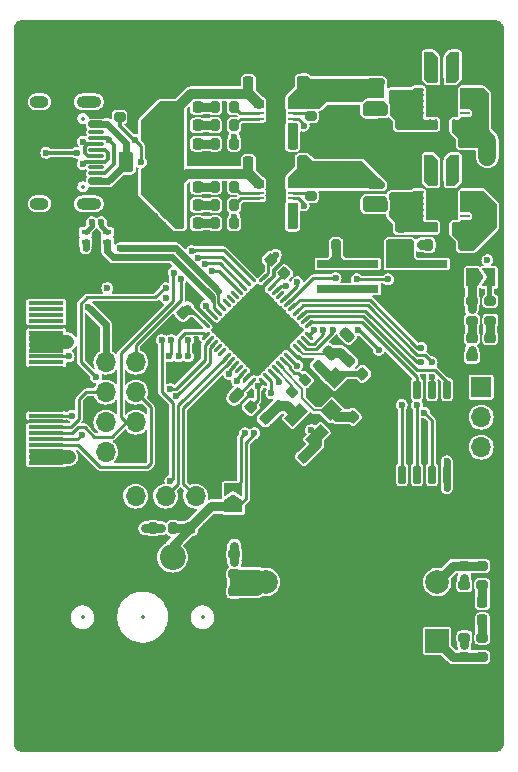
<source format=gtl>
%TF.GenerationSoftware,KiCad,Pcbnew,8.0.5*%
%TF.CreationDate,2024-10-25T16:55:04+02:00*%
%TF.ProjectId,Keyboard_PCB,4b657962-6f61-4726-945f-5043422e6b69,rev?*%
%TF.SameCoordinates,Original*%
%TF.FileFunction,Copper,L1,Top*%
%TF.FilePolarity,Positive*%
%FSLAX46Y46*%
G04 Gerber Fmt 4.6, Leading zero omitted, Abs format (unit mm)*
G04 Created by KiCad (PCBNEW 8.0.5) date 2024-10-25 16:55:04*
%MOMM*%
%LPD*%
G01*
G04 APERTURE LIST*
G04 Aperture macros list*
%AMRoundRect*
0 Rectangle with rounded corners*
0 $1 Rounding radius*
0 $2 $3 $4 $5 $6 $7 $8 $9 X,Y pos of 4 corners*
0 Add a 4 corners polygon primitive as box body*
4,1,4,$2,$3,$4,$5,$6,$7,$8,$9,$2,$3,0*
0 Add four circle primitives for the rounded corners*
1,1,$1+$1,$2,$3*
1,1,$1+$1,$4,$5*
1,1,$1+$1,$6,$7*
1,1,$1+$1,$8,$9*
0 Add four rect primitives between the rounded corners*
20,1,$1+$1,$2,$3,$4,$5,0*
20,1,$1+$1,$4,$5,$6,$7,0*
20,1,$1+$1,$6,$7,$8,$9,0*
20,1,$1+$1,$8,$9,$2,$3,0*%
%AMRotRect*
0 Rectangle, with rotation*
0 The origin of the aperture is its center*
0 $1 length*
0 $2 width*
0 $3 Rotation angle, in degrees counterclockwise*
0 Add horizontal line*
21,1,$1,$2,0,0,$3*%
%AMFreePoly0*
4,1,6,1.000000,0.000000,0.500000,-0.750000,-0.500000,-0.750000,-0.500000,0.750000,0.500000,0.750000,1.000000,0.000000,1.000000,0.000000,$1*%
%AMFreePoly1*
4,1,6,0.500000,-0.750000,-0.650000,-0.750000,-0.150000,0.000000,-0.650000,0.750000,0.500000,0.750000,0.500000,-0.750000,0.500000,-0.750000,$1*%
G04 Aperture macros list end*
%TA.AperFunction,SMDPad,CuDef*%
%ADD10RoundRect,0.200000X0.200000X0.275000X-0.200000X0.275000X-0.200000X-0.275000X0.200000X-0.275000X0*%
%TD*%
%TA.AperFunction,SMDPad,CuDef*%
%ADD11RoundRect,0.225000X-0.017678X0.335876X-0.335876X0.017678X0.017678X-0.335876X0.335876X-0.017678X0*%
%TD*%
%TA.AperFunction,SMDPad,CuDef*%
%ADD12RoundRect,0.225000X-0.225000X-0.250000X0.225000X-0.250000X0.225000X0.250000X-0.225000X0.250000X0*%
%TD*%
%TA.AperFunction,SMDPad,CuDef*%
%ADD13RoundRect,0.225000X0.250000X-0.225000X0.250000X0.225000X-0.250000X0.225000X-0.250000X-0.225000X0*%
%TD*%
%TA.AperFunction,SMDPad,CuDef*%
%ADD14RoundRect,0.225000X0.225000X0.375000X-0.225000X0.375000X-0.225000X-0.375000X0.225000X-0.375000X0*%
%TD*%
%TA.AperFunction,SMDPad,CuDef*%
%ADD15RoundRect,0.150000X-0.150000X0.650000X-0.150000X-0.650000X0.150000X-0.650000X0.150000X0.650000X0*%
%TD*%
%TA.AperFunction,SMDPad,CuDef*%
%ADD16R,0.762000X0.406400*%
%TD*%
%TA.AperFunction,ComponentPad*%
%ADD17C,2.200000*%
%TD*%
%TA.AperFunction,SMDPad,CuDef*%
%ADD18RoundRect,0.250000X-0.375000X-0.625000X0.375000X-0.625000X0.375000X0.625000X-0.375000X0.625000X0*%
%TD*%
%TA.AperFunction,SMDPad,CuDef*%
%ADD19RoundRect,0.225000X-0.335876X-0.017678X-0.017678X-0.335876X0.335876X0.017678X0.017678X0.335876X0*%
%TD*%
%TA.AperFunction,SMDPad,CuDef*%
%ADD20R,3.000000X0.350000*%
%TD*%
%TA.AperFunction,SMDPad,CuDef*%
%ADD21RoundRect,0.225000X0.225000X0.250000X-0.225000X0.250000X-0.225000X-0.250000X0.225000X-0.250000X0*%
%TD*%
%TA.AperFunction,SMDPad,CuDef*%
%ADD22RoundRect,0.218750X0.218750X0.256250X-0.218750X0.256250X-0.218750X-0.256250X0.218750X-0.256250X0*%
%TD*%
%TA.AperFunction,SMDPad,CuDef*%
%ADD23RoundRect,0.225000X0.017678X-0.335876X0.335876X-0.017678X-0.017678X0.335876X-0.335876X0.017678X0*%
%TD*%
%TA.AperFunction,SMDPad,CuDef*%
%ADD24RoundRect,0.150000X-0.500000X0.150000X-0.500000X-0.150000X0.500000X-0.150000X0.500000X0.150000X0*%
%TD*%
%TA.AperFunction,SMDPad,CuDef*%
%ADD25RoundRect,0.075000X-0.575000X0.075000X-0.575000X-0.075000X0.575000X-0.075000X0.575000X0.075000X0*%
%TD*%
%TA.AperFunction,ComponentPad*%
%ADD26O,2.100000X1.000000*%
%TD*%
%TA.AperFunction,ComponentPad*%
%ADD27O,1.600000X1.000000*%
%TD*%
%TA.AperFunction,SMDPad,CuDef*%
%ADD28RoundRect,0.218750X-0.218750X-0.381250X0.218750X-0.381250X0.218750X0.381250X-0.218750X0.381250X0*%
%TD*%
%TA.AperFunction,ComponentPad*%
%ADD29R,1.700000X1.700000*%
%TD*%
%TA.AperFunction,ComponentPad*%
%ADD30O,1.700000X1.700000*%
%TD*%
%TA.AperFunction,SMDPad,CuDef*%
%ADD31RotRect,1.400000X1.200000X45.000000*%
%TD*%
%TA.AperFunction,ComponentPad*%
%ADD32C,0.700000*%
%TD*%
%TA.AperFunction,ComponentPad*%
%ADD33C,4.400000*%
%TD*%
%TA.AperFunction,SMDPad,CuDef*%
%ADD34RoundRect,0.062500X-0.350000X-0.062500X0.350000X-0.062500X0.350000X0.062500X-0.350000X0.062500X0*%
%TD*%
%TA.AperFunction,HeatsinkPad*%
%ADD35R,1.580000X2.350000*%
%TD*%
%TA.AperFunction,SMDPad,CuDef*%
%ADD36C,2.000000*%
%TD*%
%TA.AperFunction,SMDPad,CuDef*%
%ADD37RoundRect,0.200000X-0.200000X-0.275000X0.200000X-0.275000X0.200000X0.275000X-0.200000X0.275000X0*%
%TD*%
%TA.AperFunction,SMDPad,CuDef*%
%ADD38RoundRect,0.200000X-0.275000X0.200000X-0.275000X-0.200000X0.275000X-0.200000X0.275000X0.200000X0*%
%TD*%
%TA.AperFunction,SMDPad,CuDef*%
%ADD39R,1.050000X0.650000*%
%TD*%
%TA.AperFunction,SMDPad,CuDef*%
%ADD40RoundRect,0.218750X0.256250X-0.218750X0.256250X0.218750X-0.256250X0.218750X-0.256250X-0.218750X0*%
%TD*%
%TA.AperFunction,SMDPad,CuDef*%
%ADD41RoundRect,0.150000X-0.587500X-0.150000X0.587500X-0.150000X0.587500X0.150000X-0.587500X0.150000X0*%
%TD*%
%TA.AperFunction,SMDPad,CuDef*%
%ADD42RoundRect,0.225000X0.335876X0.017678X0.017678X0.335876X-0.335876X-0.017678X-0.017678X-0.335876X0*%
%TD*%
%TA.AperFunction,SMDPad,CuDef*%
%ADD43RotRect,1.000000X1.800000X315.000000*%
%TD*%
%TA.AperFunction,SMDPad,CuDef*%
%ADD44RoundRect,0.200000X0.275000X-0.200000X0.275000X0.200000X-0.275000X0.200000X-0.275000X-0.200000X0*%
%TD*%
%TA.AperFunction,SMDPad,CuDef*%
%ADD45RoundRect,0.062500X-0.062500X0.337500X-0.062500X-0.337500X0.062500X-0.337500X0.062500X0.337500X0*%
%TD*%
%TA.AperFunction,SMDPad,CuDef*%
%ADD46RoundRect,0.062500X-0.337500X0.062500X-0.337500X-0.062500X0.337500X-0.062500X0.337500X0.062500X0*%
%TD*%
%TA.AperFunction,HeatsinkPad*%
%ADD47C,0.500000*%
%TD*%
%TA.AperFunction,HeatsinkPad*%
%ADD48R,2.700000X2.700000*%
%TD*%
%TA.AperFunction,SMDPad,CuDef*%
%ADD49FreePoly0,90.000000*%
%TD*%
%TA.AperFunction,SMDPad,CuDef*%
%ADD50FreePoly1,90.000000*%
%TD*%
%TA.AperFunction,SMDPad,CuDef*%
%ADD51RoundRect,0.200000X0.053033X-0.335876X0.335876X-0.053033X-0.053033X0.335876X-0.335876X0.053033X0*%
%TD*%
%TA.AperFunction,SMDPad,CuDef*%
%ADD52FreePoly0,0.000000*%
%TD*%
%TA.AperFunction,SMDPad,CuDef*%
%ADD53FreePoly1,0.000000*%
%TD*%
%TA.AperFunction,SMDPad,CuDef*%
%ADD54C,1.500000*%
%TD*%
%TA.AperFunction,ComponentPad*%
%ADD55R,2.000000X2.000000*%
%TD*%
%TA.AperFunction,ComponentPad*%
%ADD56C,2.000000*%
%TD*%
%TA.AperFunction,ComponentPad*%
%ADD57R,3.200000X2.000000*%
%TD*%
%TA.AperFunction,SMDPad,CuDef*%
%ADD58RoundRect,0.200000X-0.053033X0.335876X-0.335876X0.053033X0.053033X-0.335876X0.335876X-0.053033X0*%
%TD*%
%TA.AperFunction,SMDPad,CuDef*%
%ADD59RoundRect,0.218750X-0.114905X0.424264X-0.424264X0.114905X0.114905X-0.424264X0.424264X-0.114905X0*%
%TD*%
%TA.AperFunction,SMDPad,CuDef*%
%ADD60RoundRect,0.225000X-0.250000X0.225000X-0.250000X-0.225000X0.250000X-0.225000X0.250000X0.225000X0*%
%TD*%
%TA.AperFunction,SMDPad,CuDef*%
%ADD61RoundRect,0.062500X0.309359X-0.220971X-0.220971X0.309359X-0.309359X0.220971X0.220971X-0.309359X0*%
%TD*%
%TA.AperFunction,SMDPad,CuDef*%
%ADD62RoundRect,0.062500X0.309359X0.220971X0.220971X0.309359X-0.309359X-0.220971X-0.220971X-0.309359X0*%
%TD*%
%TA.AperFunction,HeatsinkPad*%
%ADD63RotRect,5.600000X5.600000X135.000000*%
%TD*%
%TA.AperFunction,ViaPad*%
%ADD64C,0.600000*%
%TD*%
%TA.AperFunction,Conductor*%
%ADD65C,0.650000*%
%TD*%
%TA.AperFunction,Conductor*%
%ADD66C,0.800000*%
%TD*%
%TA.AperFunction,Conductor*%
%ADD67C,0.250000*%
%TD*%
%TA.AperFunction,Conductor*%
%ADD68C,0.875000*%
%TD*%
%TA.AperFunction,Conductor*%
%ADD69C,0.400000*%
%TD*%
%TA.AperFunction,Conductor*%
%ADD70C,0.600000*%
%TD*%
%TA.AperFunction,Conductor*%
%ADD71C,1.200000*%
%TD*%
%TA.AperFunction,Conductor*%
%ADD72C,1.500000*%
%TD*%
%TA.AperFunction,Conductor*%
%ADD73C,0.200000*%
%TD*%
%TA.AperFunction,Conductor*%
%ADD74C,0.500000*%
%TD*%
%TA.AperFunction,Conductor*%
%ADD75C,0.300000*%
%TD*%
%ADD76C,0.300000*%
%ADD77C,0.350000*%
%ADD78O,1.700000X0.600000*%
%ADD79O,1.200000X0.600000*%
%ADD80C,0.200000*%
%ADD81O,2.800000X1.500000*%
G04 APERTURE END LIST*
D10*
%TO.P,R15,1*%
%TO.N,Net-(U6-~{PG})*%
X103878750Y-206602500D03*
%TO.P,R15,2*%
%TO.N,Net-(D11-K)*%
X102228750Y-206602500D03*
%TD*%
D11*
%TO.P,C13,1*%
%TO.N,GND*%
X109216758Y-209729492D03*
%TO.P,C13,2*%
%TO.N,Net-(U1-VCAP_1)*%
X108120742Y-210825508D03*
%TD*%
D12*
%TO.P,C10,1*%
%TO.N,GND*%
X115643750Y-208427500D03*
%TO.P,C10,2*%
%TO.N,/NRST*%
X117193750Y-208427500D03*
%TD*%
D13*
%TO.P,C19,1*%
%TO.N,/VBAT*%
X124903750Y-204627500D03*
%TO.P,C19,2*%
%TO.N,GND*%
X124903750Y-203077500D03*
%TD*%
D12*
%TO.P,C20,1*%
%TO.N,+5V*%
X105078750Y-194652500D03*
%TO.P,C20,2*%
%TO.N,GND*%
X106628750Y-194652500D03*
%TD*%
D14*
%TO.P,D3,1,K*%
%TO.N,+5V*%
X97718750Y-203827500D03*
%TO.P,D3,2,A*%
%TO.N,GND*%
X94418750Y-203827500D03*
%TD*%
D15*
%TO.P,U7,1,~{CS}*%
%TO.N,/FLASH_NCS*%
X121873750Y-220677500D03*
%TO.P,U7,2,DO(IO1)*%
%TO.N,/FLASH_MISO*%
X120603750Y-220677500D03*
%TO.P,U7,3,IO2*%
%TO.N,/FLASH_NWP*%
X119333750Y-220677500D03*
%TO.P,U7,4,GND*%
%TO.N,GND*%
X118063750Y-220677500D03*
%TO.P,U7,5,DI(IO0)*%
%TO.N,/FLASH_MOSI*%
X118063750Y-227877500D03*
%TO.P,U7,6,CLK*%
%TO.N,/FLASH_CLK*%
X119333750Y-227877500D03*
%TO.P,U7,7,IO3*%
%TO.N,/FLASH_NRST*%
X120603750Y-227877500D03*
%TO.P,U7,8,VCC*%
%TO.N,+3V3*%
X121873750Y-227877500D03*
%TD*%
D10*
%TO.P,R13,1*%
%TO.N,Net-(U6-STAT1)*%
X103878750Y-203502500D03*
%TO.P,R13,2*%
%TO.N,Net-(D9-K)*%
X102228750Y-203502500D03*
%TD*%
D16*
%TO.P,FL1,1,1*%
%TO.N,Net-(FL1-Pad1)*%
X91293751Y-207352499D03*
%TO.P,FL1,2,2*%
%TO.N,/USB_DN*%
X91293751Y-208165299D03*
%TO.P,FL1,3,3*%
%TO.N,/USB_DP*%
X93143749Y-208165299D03*
%TO.P,FL1,4,4*%
%TO.N,Net-(FL1-Pad4)*%
X93143749Y-207352499D03*
%TD*%
D17*
%TO.P,SW2,1,1*%
%TO.N,/WKUP*%
X98658751Y-234872500D03*
%TO.P,SW2,2,2*%
%TO.N,GND*%
X92308751Y-237412500D03*
%TD*%
D18*
%TO.P,F1,1*%
%TO.N,Net-(F1-Pad1)*%
X94718751Y-201427500D03*
%TO.P,F1,2*%
%TO.N,+5V*%
X97518749Y-201427500D03*
%TD*%
D19*
%TO.P,C35,1*%
%TO.N,Net-(C35-Pad1)*%
X106545742Y-223104492D03*
%TO.P,C35,2*%
%TO.N,GND*%
X107641758Y-224200508D03*
%TD*%
D20*
%TO.P,J4,1,Pin_1*%
%TO.N,GND*%
X87968750Y-227377500D03*
%TO.P,J4,2,Pin_2*%
%TO.N,+3V3*%
X87968750Y-226877500D03*
%TO.P,J4,3,Pin_3*%
X87968750Y-226377500D03*
%TO.P,J4,4,Pin_4*%
X87968750Y-225877500D03*
%TO.P,J4,5,Pin_5*%
%TO.N,/LCD_NRST*%
X87968750Y-225377500D03*
%TO.P,J4,6,Pin_6*%
%TO.N,/LCD_NCS*%
X87968750Y-224877500D03*
%TO.P,J4,7,Pin_7*%
%TO.N,/LCD_CLK*%
X87968750Y-224377500D03*
%TO.P,J4,8,Pin_8*%
%TO.N,/LCD_DC*%
X87968750Y-223877500D03*
%TO.P,J4,9,Pin_9*%
%TO.N,GND*%
X87968750Y-223377500D03*
%TO.P,J4,10,Pin_10*%
%TO.N,/LCD_MOSI*%
X87968750Y-222877500D03*
%TO.P,J4,11,Pin_11*%
%TO.N,GND*%
X87968750Y-222377500D03*
%TO.P,J4,12,Pin_12*%
X87968750Y-221877500D03*
%TO.P,J4,13,Pin_13*%
X87968750Y-221377500D03*
%TO.P,J4,14,Pin_14*%
X87968750Y-220877500D03*
%TO.P,J4,15,Pin_15*%
X87968750Y-220377500D03*
%TO.P,J4,16,Pin_16*%
X87968750Y-219877500D03*
%TO.P,J4,17,Pin_17*%
X87968750Y-219377500D03*
%TO.P,J4,18,Pin_18*%
X87968750Y-218877500D03*
%TO.P,J4,19,Pin_19*%
%TO.N,unconnected-(J4-Pin_19-Pad19)*%
X87968750Y-218377500D03*
%TO.P,J4,20,Pin_20*%
%TO.N,+3V3*%
X87968750Y-217877500D03*
%TO.P,J4,21,Pin_21*%
%TO.N,Net-(J4-Pin_21)*%
X87968750Y-217377500D03*
%TO.P,J4,22,Pin_22*%
X87968750Y-216877500D03*
%TO.P,J4,23,Pin_23*%
X87968750Y-216377500D03*
%TO.P,J4,24,Pin_24*%
X87968750Y-215877500D03*
%TO.P,J4,25,Pin_25*%
%TO.N,GND*%
X87968750Y-215377500D03*
%TO.P,J4,26,Pin_26*%
%TO.N,unconnected-(J4-Pin_26-Pad26)*%
X87968750Y-214877500D03*
%TO.P,J4,27,Pin_27*%
%TO.N,unconnected-(J4-Pin_27-Pad27)*%
X87968750Y-214377500D03*
%TO.P,J4,28,Pin_28*%
%TO.N,unconnected-(J4-Pin_28-Pad28)*%
X87968750Y-213877500D03*
%TO.P,J4,29,Pin_29*%
%TO.N,unconnected-(J4-Pin_29-Pad29)*%
X87968750Y-213377500D03*
%TO.P,J4,30,Pin_30*%
%TO.N,GND*%
X87968750Y-212877500D03*
%TD*%
D21*
%TO.P,C2,1*%
%TO.N,/ENC_A*%
X124893750Y-240227500D03*
%TO.P,C2,2*%
%TO.N,GND*%
X123343750Y-240227500D03*
%TD*%
D22*
%TO.P,D10,1,K*%
%TO.N,Net-(D10-K)*%
X100791251Y-205052500D03*
%TO.P,D10,2,A*%
%TO.N,+5V*%
X99216249Y-205052500D03*
%TD*%
D23*
%TO.P,C6,1*%
%TO.N,+3V3*%
X99545742Y-214175508D03*
%TO.P,C6,2*%
%TO.N,GND*%
X100641758Y-213079492D03*
%TD*%
D10*
%TO.P,R14,1*%
%TO.N,Net-(U6-STAT2)*%
X103878750Y-205052500D03*
%TO.P,R14,2*%
%TO.N,Net-(D10-K)*%
X102228750Y-205052500D03*
%TD*%
D21*
%TO.P,C21,1*%
%TO.N,/USB_PWR/APP_BAT*%
X109728750Y-194652500D03*
%TO.P,C21,2*%
%TO.N,GND*%
X108178750Y-194652500D03*
%TD*%
D10*
%TO.P,R10,1*%
%TO.N,Net-(U5-STAT2)*%
X103878750Y-198302500D03*
%TO.P,R10,2*%
%TO.N,Net-(D7-K)*%
X102228750Y-198302500D03*
%TD*%
D11*
%TO.P,C7,1*%
%TO.N,+3V3*%
X104166758Y-221054492D03*
%TO.P,C7,2*%
%TO.N,GND*%
X103070742Y-222150508D03*
%TD*%
D24*
%TO.P,J2,A1,GND*%
%TO.N,GND*%
X92213750Y-197427500D03*
%TO.P,J2,A4,VBUS*%
%TO.N,Net-(F1-Pad1)*%
X92213750Y-198227500D03*
D25*
%TO.P,J2,A5,CC1*%
%TO.N,/USB_SENS*%
X92213749Y-199377500D03*
%TO.P,J2,A6,D+*%
%TO.N,Net-(J2-D+-PadA6)*%
X92213750Y-200377500D03*
%TO.P,J2,A7,D-*%
%TO.N,Net-(J2-D--PadA7)*%
X92213750Y-200877500D03*
%TO.P,J2,A8,SBU1*%
%TO.N,unconnected-(J2-SBU1-PadA8)*%
X92213749Y-201877500D03*
D24*
%TO.P,J2,A9,VBUS*%
%TO.N,Net-(F1-Pad1)*%
X92213750Y-203027500D03*
%TO.P,J2,A12,GND*%
%TO.N,GND*%
X92213750Y-203827500D03*
%TO.P,J2,B1,GND*%
X92213750Y-203827500D03*
%TO.P,J2,B4,VBUS*%
%TO.N,Net-(F1-Pad1)*%
X92213750Y-203027500D03*
D25*
%TO.P,J2,B5,CC2*%
%TO.N,/USB_SENS*%
X92213750Y-202377500D03*
%TO.P,J2,B6,D+*%
%TO.N,Net-(J2-D+-PadA6)*%
X92213750Y-201377500D03*
%TO.P,J2,B7,D-*%
%TO.N,Net-(J2-D--PadA7)*%
X92213750Y-199877500D03*
%TO.P,J2,B8,SBU2*%
%TO.N,unconnected-(J2-SBU2-PadB8)*%
X92213750Y-198877500D03*
D24*
%TO.P,J2,B9,VBUS*%
%TO.N,Net-(F1-Pad1)*%
X92213750Y-198227500D03*
%TO.P,J2,B12,GND*%
%TO.N,GND*%
X92213750Y-197427500D03*
D26*
%TO.P,J2,S1,SHIELD*%
%TO.N,unconnected-(J2-SHIELD-PadS1)_3*%
X91573750Y-196307500D03*
D27*
%TO.N,unconnected-(J2-SHIELD-PadS1)_2*%
X87393750Y-196307500D03*
D26*
%TO.N,unconnected-(J2-SHIELD-PadS1)_1*%
X91573750Y-204947500D03*
D27*
%TO.N,unconnected-(J2-SHIELD-PadS1)*%
X87393750Y-204947500D03*
%TD*%
D28*
%TO.P,L3,1*%
%TO.N,Net-(L3-Pad1)*%
X120391250Y-201377500D03*
%TO.P,L3,2*%
%TO.N,Net-(L3-Pad2)*%
X122516250Y-201377500D03*
%TD*%
D10*
%TO.P,R9,1*%
%TO.N,Net-(U5-STAT1)*%
X103878750Y-196752500D03*
%TO.P,R9,2*%
%TO.N,Net-(D6-K)*%
X102228750Y-196752500D03*
%TD*%
D29*
%TO.P,J1,1,Pin_1*%
%TO.N,GND*%
X92993750Y-229702500D03*
D30*
%TO.P,J1,2,Pin_2*%
%TO.N,+3V3*%
X95533750Y-229702500D03*
%TO.P,J1,3,Pin_3*%
%TO.N,/I2C_LCD_SCL*%
X98073749Y-229702500D03*
%TO.P,J1,4,Pin_4*%
%TO.N,/I2C_LCD_SDA*%
X100613750Y-229702500D03*
%TD*%
D29*
%TO.P,J5,1,Pin_1*%
%TO.N,+3V3*%
X124793750Y-220477500D03*
D30*
%TO.P,J5,2,Pin_2*%
%TO.N,/SWDIO*%
X124793750Y-223017500D03*
%TO.P,J5,3,Pin_3*%
%TO.N,/SWCLK*%
X124793750Y-225557499D03*
%TO.P,J5,4,Pin_4*%
%TO.N,GND*%
X124793750Y-228097500D03*
%TD*%
D13*
%TO.P,C15,1*%
%TO.N,+3V3*%
X124903750Y-195927500D03*
%TO.P,C15,2*%
%TO.N,GND*%
X124903750Y-194377500D03*
%TD*%
D21*
%TO.P,C16,1*%
%TO.N,+3V3*%
X123353750Y-199727500D03*
%TO.P,C16,2*%
%TO.N,GND*%
X121803750Y-199727500D03*
%TD*%
D31*
%TO.P,Y1,1,1*%
%TO.N,/HSE_IN*%
X112066973Y-222431358D03*
%TO.P,Y1,2,2*%
%TO.N,GND*%
X113622608Y-220875723D03*
%TO.P,Y1,3,3*%
%TO.N,Net-(C29-Pad1)*%
X112420527Y-219673642D03*
%TO.P,Y1,4,4*%
%TO.N,GND*%
X110864892Y-221229277D03*
%TD*%
D32*
%TO.P,H4,1,1*%
%TO.N,GND*%
X122318750Y-248627500D03*
X122802024Y-247460774D03*
X122802024Y-249794226D03*
X123968750Y-246977500D03*
D33*
X123968750Y-248627500D03*
D32*
X123968750Y-250277500D03*
X125135476Y-247460774D03*
X125135476Y-249794226D03*
X125618750Y-248627500D03*
%TD*%
D23*
%TO.P,C5,1*%
%TO.N,+3V3*%
X106970742Y-209675508D03*
%TO.P,C5,2*%
%TO.N,GND*%
X108066758Y-208579492D03*
%TD*%
D10*
%TO.P,R2,1*%
%TO.N,/WKUP*%
X98683751Y-232422500D03*
%TO.P,R2,2*%
%TO.N,+3V3*%
X97033751Y-232422500D03*
%TD*%
D23*
%TO.P,C8,1*%
%TO.N,+3.3VA*%
X113620742Y-218300508D03*
%TO.P,C8,2*%
%TO.N,GND*%
X114716758Y-217204492D03*
%TD*%
D29*
%TO.P,BT1,1,+*%
%TO.N,/USB_PWR/APP_BAT*%
X112953750Y-195467500D03*
D30*
%TO.P,BT1,2,-*%
%TO.N,GND*%
X112953750Y-198007500D03*
%TD*%
D21*
%TO.P,C14,1*%
%TO.N,/USB_PWR/PVIN_APP*%
X117978750Y-198177500D03*
%TO.P,C14,2*%
%TO.N,GND*%
X116428750Y-198177500D03*
%TD*%
D34*
%TO.P,U5,1,V_{DD}*%
%TO.N,+5V*%
X105966250Y-196252500D03*
%TO.P,U5,2,V_{DD}*%
X105966250Y-196752500D03*
%TO.P,U5,3,STAT1*%
%TO.N,Net-(U5-STAT1)*%
X105966250Y-197252500D03*
%TO.P,U5,4,STAT2*%
%TO.N,Net-(U5-STAT2)*%
X105966250Y-197752500D03*
%TO.P,U5,5,V_{SS}*%
%TO.N,GND*%
X105966250Y-198252500D03*
%TO.P,U5,6,PROG*%
%TO.N,/USB_PWR/APP_PROG*%
X108841250Y-198252500D03*
%TO.P,U5,7,~{PG}*%
%TO.N,Net-(U5-~{PG})*%
X108841250Y-197752500D03*
%TO.P,U5,8,THERM*%
%TO.N,/USB_PWR/APP_THERM*%
X108841250Y-197252500D03*
%TO.P,U5,9,V_{BAT}*%
%TO.N,/USB_PWR/APP_BAT*%
X108841250Y-196752500D03*
%TO.P,U5,10,V_{BAT}*%
X108841250Y-196252500D03*
D35*
%TO.P,U5,11,EP*%
%TO.N,GND*%
X107403750Y-197252500D03*
%TD*%
D22*
%TO.P,D7,1,K*%
%TO.N,Net-(D7-K)*%
X100791251Y-198312500D03*
%TO.P,D7,2,A*%
%TO.N,+5V*%
X99216249Y-198312500D03*
%TD*%
D36*
%TO.P,TP1,1,1*%
%TO.N,+5V*%
X96968750Y-198327500D03*
%TD*%
D37*
%TO.P,R23,1*%
%TO.N,/BOOT0*%
X112518750Y-208427499D03*
%TO.P,R23,2*%
%TO.N,GND*%
X114168750Y-208427499D03*
%TD*%
D10*
%TO.P,R11,1*%
%TO.N,Net-(U5-~{PG})*%
X103878750Y-199852500D03*
%TO.P,R11,2*%
%TO.N,Net-(D8-K)*%
X102228750Y-199852500D03*
%TD*%
D38*
%TO.P,TH1,1*%
%TO.N,/USB_PWR/APP_THERM*%
X110353750Y-197527500D03*
%TO.P,TH1,2*%
%TO.N,GND*%
X110353750Y-199177500D03*
%TD*%
D39*
%TO.P,SW4,1,1*%
%TO.N,/NRST*%
X117268750Y-210027500D03*
X121418750Y-210027500D03*
%TO.P,SW4,2,2*%
%TO.N,GND*%
X117268750Y-212177500D03*
X121418750Y-212177500D03*
%TD*%
D32*
%TO.P,H2,1,1*%
%TO.N,GND*%
X86318750Y-209127500D03*
X86802024Y-207960774D03*
X86802024Y-210294226D03*
X87968750Y-207477500D03*
D33*
X87968750Y-209127500D03*
D32*
X87968750Y-210777500D03*
X89135476Y-207960774D03*
X89135476Y-210294226D03*
X89618750Y-209127500D03*
%TD*%
D40*
%TO.P,D1,1,K*%
%TO.N,/STATUS*%
X123993751Y-217877501D03*
%TO.P,D1,2,A*%
%TO.N,Net-(D1-A)*%
X123993751Y-216302499D03*
%TD*%
D41*
%TO.P,D5,1*%
%TO.N,/USB_PWR/BKUP_BAT*%
X115853750Y-203377500D03*
%TO.P,D5,2*%
%TO.N,+5V*%
X115853750Y-205277500D03*
%TO.P,D5,3*%
%TO.N,/USB_PWR/PVIN_BKUP*%
X117728750Y-204327500D03*
%TD*%
D22*
%TO.P,D6,1,K*%
%TO.N,Net-(D6-K)*%
X100791251Y-196752500D03*
%TO.P,D6,2,A*%
%TO.N,+5V*%
X99216249Y-196752500D03*
%TD*%
D42*
%TO.P,C30,1*%
%TO.N,/LSE_IN*%
X109789766Y-226348516D03*
%TO.P,C30,2*%
%TO.N,GND*%
X108693750Y-225252500D03*
%TD*%
D43*
%TO.P,Y2,1,1*%
%TO.N,/LSE_IN*%
X110877633Y-224595266D03*
%TO.P,Y2,2,2*%
%TO.N,Net-(C35-Pad1)*%
X109109867Y-222827500D03*
%TD*%
D44*
%TO.P,R1,1*%
%TO.N,/ENC_SW*%
X103893750Y-236277500D03*
%TO.P,R1,2*%
%TO.N,+3V3*%
X103893750Y-234627500D03*
%TD*%
D11*
%TO.P,C4,1*%
%TO.N,/VBAT*%
X105266758Y-222154492D03*
%TO.P,C4,2*%
%TO.N,GND*%
X104170742Y-223250508D03*
%TD*%
D28*
%TO.P,L2,1*%
%TO.N,Net-(L2-Pad1)*%
X120391250Y-192677500D03*
%TO.P,L2,2*%
%TO.N,Net-(L2-Pad2)*%
X122516250Y-192677500D03*
%TD*%
D21*
%TO.P,C23,1*%
%TO.N,/USB_PWR/BKUP_BAT*%
X109728750Y-201402500D03*
%TO.P,C23,2*%
%TO.N,GND*%
X108178750Y-201402500D03*
%TD*%
%TO.P,C17,1*%
%TO.N,/USB_PWR/PVIN_BKUP*%
X117978750Y-206877500D03*
%TO.P,C17,2*%
%TO.N,GND*%
X116428750Y-206877500D03*
%TD*%
D22*
%TO.P,D11,1,K*%
%TO.N,Net-(D11-K)*%
X100791251Y-206602500D03*
%TO.P,D11,2,A*%
%TO.N,+5V*%
X99216249Y-206602500D03*
%TD*%
D45*
%TO.P,U2,1,LX2*%
%TO.N,Net-(L2-Pad2)*%
X122453750Y-194327500D03*
%TO.P,U2,2,LX2*%
X121953750Y-194327500D03*
%TO.P,U2,3,PGND*%
%TO.N,GND*%
X121453750Y-194327500D03*
%TO.P,U2,4,LX1*%
%TO.N,Net-(L2-Pad1)*%
X120953750Y-194327500D03*
%TO.P,U2,5,LX1*%
X120453750Y-194327500D03*
D46*
%TO.P,U2,6,PVIN*%
%TO.N,/USB_PWR/PVIN_APP*%
X119503750Y-195277500D03*
%TO.P,U2,7,PVIN*%
X119503750Y-195777500D03*
%TO.P,U2,8,PVIN*%
X119503750Y-196277500D03*
%TO.P,U2,9,PVIN*%
X119503750Y-196777500D03*
%TO.P,U2,10,VIN*%
X119503750Y-197277500D03*
D45*
%TO.P,U2,11,EN*%
X120453750Y-198227500D03*
%TO.P,U2,12,MODE*%
X120953750Y-198227500D03*
%TO.P,U2,13,SGND*%
%TO.N,GND*%
X121453750Y-198227500D03*
%TO.P,U2,14,SGND*%
X121953750Y-198227500D03*
%TO.P,U2,15,FB*%
%TO.N,+3V3*%
X122453750Y-198227500D03*
D46*
%TO.P,U2,16*%
%TO.N,N/C*%
X123403750Y-197277500D03*
%TO.P,U2,17,VOUT*%
%TO.N,+3V3*%
X123403750Y-196777500D03*
%TO.P,U2,18,VOUT*%
X123403750Y-196277500D03*
%TO.P,U2,19,VOUT*%
X123403750Y-195777500D03*
%TO.P,U2,20,VOUT*%
X123403750Y-195277500D03*
D47*
%TO.P,U2,21,EPAD*%
%TO.N,GND*%
X122553750Y-195177500D03*
X120353750Y-195177500D03*
D48*
X121453750Y-196277500D03*
D47*
X122553750Y-197377500D03*
X120353750Y-197377500D03*
%TD*%
D38*
%TO.P,TH2,1*%
%TO.N,/USB_PWR/BKUP_THERM*%
X110353750Y-204277500D03*
%TO.P,TH2,2*%
%TO.N,GND*%
X110353750Y-205927500D03*
%TD*%
D10*
%TO.P,R22,1*%
%TO.N,+3V3*%
X120318750Y-208427500D03*
%TO.P,R22,2*%
%TO.N,/NRST*%
X118668750Y-208427500D03*
%TD*%
D38*
%TO.P,R5,1*%
%TO.N,/EC11_B*%
X123368750Y-235602500D03*
%TO.P,R5,2*%
%TO.N,+3V3*%
X123368750Y-237252500D03*
%TD*%
D49*
%TO.P,JP2,1,A*%
%TO.N,/WKUP*%
X103818750Y-230577500D03*
D50*
%TO.P,JP2,2,B*%
%TO.N,Net-(JP2-B)*%
X103818750Y-229127502D03*
%TD*%
D51*
%TO.P,R29,1*%
%TO.N,/HSE_OUT*%
X109860387Y-219835863D03*
%TO.P,R29,2*%
%TO.N,Net-(C29-Pad1)*%
X111027113Y-218669137D03*
%TD*%
D38*
%TO.P,R6,1*%
%TO.N,/EC11_B*%
X124893750Y-235602500D03*
%TO.P,R6,2*%
%TO.N,/ENC_B*%
X124893750Y-237252500D03*
%TD*%
D52*
%TO.P,JP1,1,A*%
%TO.N,+3V3*%
X124043752Y-211190000D03*
D53*
%TO.P,JP1,2,B*%
%TO.N,Net-(JP1-B)*%
X125493750Y-211190000D03*
%TD*%
D29*
%TO.P,J3,1,Pin_1*%
%TO.N,GND*%
X95558750Y-225977500D03*
D30*
%TO.P,J3,2,Pin_2*%
%TO.N,+3V3*%
X93018750Y-225977500D03*
%TO.P,J3,3,Pin_3*%
%TO.N,/LCD_CLK*%
X95558750Y-223437500D03*
%TO.P,J3,4,Pin_4*%
%TO.N,/LCD_MOSI*%
X93018750Y-223437500D03*
%TO.P,J3,5,Pin_5*%
%TO.N,/LCD_NRST*%
X95558750Y-220897501D03*
%TO.P,J3,6,Pin_6*%
%TO.N,/LCD_DC*%
X93018750Y-220897500D03*
%TO.P,J3,7,Pin_7*%
%TO.N,/LCD_NCS*%
X95558750Y-218357500D03*
%TO.P,J3,8,Pin_8*%
%TO.N,/LCD_BL*%
X93018750Y-218357500D03*
%TD*%
D54*
%TO.P,TP2,1,1*%
%TO.N,+3V3*%
X125318750Y-200977500D03*
%TD*%
D55*
%TO.P,SW1,A,A*%
%TO.N,/EC11_A*%
X121068750Y-241977500D03*
D56*
%TO.P,SW1,B,B*%
%TO.N,/EC11_B*%
X121068750Y-236977500D03*
%TO.P,SW1,C,C*%
%TO.N,GND*%
X121068750Y-239477500D03*
D57*
%TO.P,SW1,MP,MP*%
X113568750Y-245077500D03*
X113568750Y-233877500D03*
D56*
%TO.P,SW1,S1,S1*%
%TO.N,/ENC_SW*%
X106568750Y-236977500D03*
%TO.P,SW1,S2,S2*%
%TO.N,GND*%
X106568750Y-241977500D03*
%TD*%
D39*
%TO.P,SW3,1,1*%
%TO.N,/BOOT0*%
X111418750Y-210027500D03*
X115568750Y-210027500D03*
%TO.P,SW3,2,2*%
%TO.N,+3V3*%
X111418750Y-212177500D03*
X115568750Y-212177500D03*
%TD*%
D37*
%TO.P,R12,1*%
%TO.N,GND*%
X107178750Y-206602500D03*
%TO.P,R12,2*%
%TO.N,/USB_PWR/BKUP_PROG*%
X108828750Y-206602500D03*
%TD*%
D58*
%TO.P,R30,1*%
%TO.N,/LSE_OUT*%
X108802113Y-220894137D03*
%TO.P,R30,2*%
%TO.N,Net-(C35-Pad1)*%
X107635387Y-222060863D03*
%TD*%
D59*
%TO.P,L1,1*%
%TO.N,+3V3*%
X113470051Y-216051199D03*
%TO.P,L1,2*%
%TO.N,+3.3VA*%
X111967449Y-217553801D03*
%TD*%
D44*
%TO.P,R3,1*%
%TO.N,/EC11_A*%
X123368750Y-243327500D03*
%TO.P,R3,2*%
%TO.N,+3V3*%
X123368750Y-241677500D03*
%TD*%
D41*
%TO.P,D4,1*%
%TO.N,/USB_PWR/APP_BAT*%
X115853750Y-194677500D03*
%TO.P,D4,2*%
%TO.N,+5V*%
X115853750Y-196577500D03*
%TO.P,D4,3*%
%TO.N,/USB_PWR/PVIN_APP*%
X117728750Y-195627500D03*
%TD*%
D29*
%TO.P,BT2,1,+*%
%TO.N,/USB_PWR/BKUP_BAT*%
X112953750Y-202217500D03*
D30*
%TO.P,BT2,2,-*%
%TO.N,GND*%
X112953750Y-204757500D03*
%TD*%
D38*
%TO.P,R24,1*%
%TO.N,+3V3*%
X123993751Y-213190000D03*
%TO.P,R24,2*%
%TO.N,Net-(D1-A)*%
X123993751Y-214840000D03*
%TD*%
D34*
%TO.P,U6,1,V_{DD}*%
%TO.N,+5V*%
X105966250Y-203002500D03*
%TO.P,U6,2,V_{DD}*%
X105966250Y-203502500D03*
%TO.P,U6,3,STAT1*%
%TO.N,Net-(U6-STAT1)*%
X105966250Y-204002500D03*
%TO.P,U6,4,STAT2*%
%TO.N,Net-(U6-STAT2)*%
X105966250Y-204502500D03*
%TO.P,U6,5,V_{SS}*%
%TO.N,GND*%
X105966250Y-205002500D03*
%TO.P,U6,6,PROG*%
%TO.N,/USB_PWR/BKUP_PROG*%
X108841250Y-205002500D03*
%TO.P,U6,7,~{PG}*%
%TO.N,Net-(U6-~{PG})*%
X108841250Y-204502500D03*
%TO.P,U6,8,THERM*%
%TO.N,/USB_PWR/BKUP_THERM*%
X108841250Y-204002500D03*
%TO.P,U6,9,V_{BAT}*%
%TO.N,/USB_PWR/BKUP_BAT*%
X108841250Y-203502500D03*
%TO.P,U6,10,V_{BAT}*%
X108841250Y-203002500D03*
D35*
%TO.P,U6,11,EP*%
%TO.N,GND*%
X107403750Y-204002500D03*
%TD*%
D21*
%TO.P,C9,1*%
%TO.N,/ENC_B*%
X124893750Y-238702500D03*
%TO.P,C9,2*%
%TO.N,GND*%
X123343750Y-238702500D03*
%TD*%
D32*
%TO.P,H3,1,1*%
%TO.N,GND*%
X86318750Y-248627500D03*
X86802024Y-247460774D03*
X86802024Y-249794226D03*
X87968750Y-246977500D03*
D33*
X87968750Y-248627500D03*
D32*
X87968750Y-250277500D03*
X89135476Y-247460774D03*
X89135476Y-249794226D03*
X89618750Y-248627500D03*
%TD*%
D37*
%TO.P,R8,1*%
%TO.N,GND*%
X107178750Y-199852500D03*
%TO.P,R8,2*%
%TO.N,/USB_PWR/APP_PROG*%
X108828750Y-199852500D03*
%TD*%
D54*
%TO.P,TP3,1,1*%
%TO.N,/VBAT*%
X125318750Y-206627500D03*
%TD*%
D60*
%TO.P,C1,1*%
%TO.N,/ENC_SW*%
X103893750Y-237727500D03*
%TO.P,C1,2*%
%TO.N,GND*%
X103893750Y-239277500D03*
%TD*%
D21*
%TO.P,C3,1*%
%TO.N,GND*%
X101683751Y-232422500D03*
%TO.P,C3,2*%
%TO.N,/WKUP*%
X100133751Y-232422500D03*
%TD*%
D22*
%TO.P,D8,1,K*%
%TO.N,Net-(D8-K)*%
X100791251Y-199862500D03*
%TO.P,D8,2,A*%
%TO.N,+5V*%
X99216249Y-199862500D03*
%TD*%
%TO.P,D9,1,K*%
%TO.N,Net-(D9-K)*%
X100791251Y-203502500D03*
%TO.P,D9,2,A*%
%TO.N,+5V*%
X99216249Y-203502500D03*
%TD*%
D38*
%TO.P,R25,1*%
%TO.N,Net-(JP1-B)*%
X125568751Y-213190000D03*
%TO.P,R25,2*%
%TO.N,Net-(D2-A)*%
X125568751Y-214840000D03*
%TD*%
D44*
%TO.P,R4,1*%
%TO.N,/EC11_A*%
X124893750Y-243327500D03*
%TO.P,R4,2*%
%TO.N,/ENC_A*%
X124893750Y-241677500D03*
%TD*%
D19*
%TO.P,C29,1*%
%TO.N,Net-(C29-Pad1)*%
X114720742Y-219354492D03*
%TO.P,C29,2*%
%TO.N,GND*%
X115816758Y-220450508D03*
%TD*%
D12*
%TO.P,C22,1*%
%TO.N,+5V*%
X105078750Y-201402500D03*
%TO.P,C22,2*%
%TO.N,GND*%
X106628750Y-201402500D03*
%TD*%
D21*
%TO.P,C18,1*%
%TO.N,/VBAT*%
X123353750Y-208427500D03*
%TO.P,C18,2*%
%TO.N,GND*%
X121803750Y-208427500D03*
%TD*%
D40*
%TO.P,D2,1,K*%
%TO.N,GND*%
X125568751Y-217877501D03*
%TO.P,D2,2,A*%
%TO.N,Net-(D2-A)*%
X125568751Y-216302499D03*
%TD*%
D32*
%TO.P,H1,1,1*%
%TO.N,GND*%
X86318750Y-192127500D03*
X86802024Y-190960774D03*
X86802024Y-193294226D03*
X87968750Y-190477500D03*
D33*
X87968750Y-192127500D03*
D32*
X87968750Y-193777500D03*
X89135476Y-190960774D03*
X89135476Y-193294226D03*
X89618750Y-192127500D03*
%TD*%
D38*
%TO.P,R7,1*%
%TO.N,GND*%
X94168750Y-195952500D03*
%TO.P,R7,2*%
%TO.N,/USB_SENS*%
X94168750Y-197602500D03*
%TD*%
D23*
%TO.P,C28,1*%
%TO.N,/HSE_IN*%
X113922734Y-222973516D03*
%TO.P,C28,2*%
%TO.N,GND*%
X115018750Y-221877500D03*
%TD*%
D61*
%TO.P,U1,1,VBAT*%
%TO.N,/VBAT*%
X106329886Y-220002723D03*
%TO.P,U1,2,PC13*%
%TO.N,/WKUP*%
X106683439Y-219649170D03*
%TO.P,U1,3,PC14*%
%TO.N,/LSE_IN*%
X107036993Y-219295616D03*
%TO.P,U1,4,PC15*%
%TO.N,/LSE_OUT*%
X107390546Y-218942063D03*
%TO.P,U1,5,PH0*%
%TO.N,/HSE_IN*%
X107744099Y-218588510D03*
%TO.P,U1,6,PH1*%
%TO.N,/HSE_OUT*%
X108097653Y-218234956D03*
%TO.P,U1,7,NRST*%
%TO.N,/NRST*%
X108451206Y-217881403D03*
%TO.P,U1,8,VSSA*%
%TO.N,GND*%
X108804760Y-217527849D03*
%TO.P,U1,9,VDDA*%
%TO.N,+3.3VA*%
X109158313Y-217174296D03*
%TO.P,U1,10,PA0*%
%TO.N,/USB_SENS*%
X109511866Y-216820743D03*
%TO.P,U1,11,PA1*%
%TO.N,/STATUS*%
X109865420Y-216467189D03*
%TO.P,U1,12,PA2*%
%TO.N,/FLASH_NRST*%
X110218973Y-216113636D03*
D62*
%TO.P,U1,13,PA3*%
%TO.N,/FLASH_NWP*%
X110218973Y-215141364D03*
%TO.P,U1,14,PA4*%
%TO.N,/FLASH_NCS*%
X109865420Y-214787811D03*
%TO.P,U1,15,PA5*%
%TO.N,/FLASH_CLK*%
X109511866Y-214434257D03*
%TO.P,U1,16,PA6*%
%TO.N,/FLASH_MISO*%
X109158313Y-214080704D03*
%TO.P,U1,17,PA7*%
%TO.N,/FLASH_MOSI*%
X108804760Y-213727151D03*
%TO.P,U1,18,PB0*%
%TO.N,Net-(JP2-B)*%
X108451206Y-213373597D03*
%TO.P,U1,19,PB1*%
%TO.N,/ENC_SW*%
X108097653Y-213020044D03*
%TO.P,U1,20,PB2*%
%TO.N,unconnected-(U1-PB2-Pad20)*%
X107744099Y-212666490D03*
%TO.P,U1,21,PB10*%
%TO.N,/LCD_NRST*%
X107390546Y-212312937D03*
%TO.P,U1,22,VCAP_1*%
%TO.N,Net-(U1-VCAP_1)*%
X107036993Y-211959384D03*
%TO.P,U1,23,VSS*%
%TO.N,GND*%
X106683439Y-211605830D03*
%TO.P,U1,24,VDD*%
%TO.N,+3V3*%
X106329886Y-211252277D03*
D61*
%TO.P,U1,25,PB12*%
%TO.N,/LCD_DC*%
X105357614Y-211252277D03*
%TO.P,U1,26,PB13*%
%TO.N,/LCD_CLK*%
X105004061Y-211605830D03*
%TO.P,U1,27,PB14*%
%TO.N,/LCD_NCS*%
X104650507Y-211959384D03*
%TO.P,U1,28,PB15*%
%TO.N,/LCD_MOSI*%
X104296954Y-212312937D03*
%TO.P,U1,29,PA8*%
%TO.N,unconnected-(U1-PA8-Pad29)*%
X103943401Y-212666490D03*
%TO.P,U1,30,PA9*%
%TO.N,unconnected-(U1-PA9-Pad30)*%
X103589847Y-213020044D03*
%TO.P,U1,31,PA10*%
%TO.N,unconnected-(U1-PA10-Pad31)*%
X103236294Y-213373597D03*
%TO.P,U1,32,PA11*%
%TO.N,/USB_DN*%
X102882740Y-213727151D03*
%TO.P,U1,33,PA12*%
%TO.N,/USB_DP*%
X102529187Y-214080704D03*
%TO.P,U1,34,PA13*%
%TO.N,/SWDIO*%
X102175634Y-214434257D03*
%TO.P,U1,35,VSS*%
%TO.N,GND*%
X101822080Y-214787811D03*
%TO.P,U1,36,VDD*%
%TO.N,+3V3*%
X101468527Y-215141364D03*
D62*
%TO.P,U1,37,PA14*%
%TO.N,/SWCLK*%
X101468527Y-216113636D03*
%TO.P,U1,38,PA15*%
%TO.N,/ENC_A*%
X101822080Y-216467189D03*
%TO.P,U1,39,PB3*%
%TO.N,/ENC_B*%
X102175634Y-216820743D03*
%TO.P,U1,40,PB4*%
%TO.N,unconnected-(U1-PB4-Pad40)*%
X102529187Y-217174296D03*
%TO.P,U1,41,PB5*%
%TO.N,unconnected-(U1-PB5-Pad41)*%
X102882740Y-217527849D03*
%TO.P,U1,42,PB6*%
%TO.N,/I2C_LCD_SCL*%
X103236294Y-217881403D03*
%TO.P,U1,43,PB7*%
%TO.N,/I2C_LCD_SDA*%
X103589847Y-218234956D03*
%TO.P,U1,44,BOOT0*%
%TO.N,/BOOT0*%
X103943401Y-218588510D03*
%TO.P,U1,45,PB8*%
%TO.N,unconnected-(U1-PB8-Pad45)*%
X104296954Y-218942063D03*
%TO.P,U1,46,PB9*%
%TO.N,/LCD_BL*%
X104650507Y-219295616D03*
%TO.P,U1,47,VSS*%
%TO.N,GND*%
X105004061Y-219649170D03*
%TO.P,U1,48,VDD*%
%TO.N,+3V3*%
X105357614Y-220002723D03*
D63*
%TO.P,U1,49,VSS*%
%TO.N,GND*%
X105843750Y-215627500D03*
%TD*%
D45*
%TO.P,U4,1,LX2*%
%TO.N,Net-(L3-Pad2)*%
X122453750Y-203027500D03*
%TO.P,U4,2,LX2*%
X121953750Y-203027500D03*
%TO.P,U4,3,PGND*%
%TO.N,GND*%
X121453750Y-203027500D03*
%TO.P,U4,4,LX1*%
%TO.N,Net-(L3-Pad1)*%
X120953750Y-203027500D03*
%TO.P,U4,5,LX1*%
X120453750Y-203027500D03*
D46*
%TO.P,U4,6,PVIN*%
%TO.N,/USB_PWR/PVIN_BKUP*%
X119503750Y-203977500D03*
%TO.P,U4,7,PVIN*%
X119503750Y-204477500D03*
%TO.P,U4,8,PVIN*%
X119503750Y-204977500D03*
%TO.P,U4,9,PVIN*%
X119503750Y-205477500D03*
%TO.P,U4,10,VIN*%
X119503750Y-205977500D03*
D45*
%TO.P,U4,11,EN*%
X120453750Y-206927500D03*
%TO.P,U4,12,MODE*%
X120953750Y-206927500D03*
%TO.P,U4,13,SGND*%
%TO.N,GND*%
X121453750Y-206927500D03*
%TO.P,U4,14,SGND*%
X121953750Y-206927500D03*
%TO.P,U4,15,FB*%
%TO.N,/VBAT*%
X122453750Y-206927500D03*
D46*
%TO.P,U4,16*%
%TO.N,N/C*%
X123403750Y-205977500D03*
%TO.P,U4,17,VOUT*%
%TO.N,/VBAT*%
X123403750Y-205477500D03*
%TO.P,U4,18,VOUT*%
X123403750Y-204977500D03*
%TO.P,U4,19,VOUT*%
X123403750Y-204477500D03*
%TO.P,U4,20,VOUT*%
X123403750Y-203977500D03*
D47*
%TO.P,U4,21,EPAD*%
%TO.N,GND*%
X122553750Y-203877500D03*
X120353750Y-203877500D03*
D48*
X121453750Y-204977500D03*
D47*
X122553750Y-206077500D03*
X120353750Y-206077500D03*
%TD*%
D64*
%TO.N,GND*%
X86068750Y-215377500D03*
%TO.N,+3V3*%
X125318750Y-209727500D03*
%TO.N,GND*%
X96968750Y-220377500D03*
X105968750Y-233127500D03*
X86468750Y-228127500D03*
X90968750Y-193627500D03*
X100968750Y-243127500D03*
X118718750Y-201877500D03*
X125968750Y-194127500D03*
X104968750Y-192127500D03*
X113468750Y-235627500D03*
X86468750Y-212127500D03*
X119418750Y-202627500D03*
X109968750Y-208902500D03*
X92468341Y-193627297D03*
X119418750Y-193127500D03*
X96968750Y-217877500D03*
X118468750Y-248627500D03*
X116968750Y-212827500D03*
X94718750Y-206877500D03*
X103893750Y-238777500D03*
X100968750Y-194627500D03*
X101718750Y-193627500D03*
X114718750Y-206877500D03*
X100228628Y-223880405D03*
X93968750Y-193627500D03*
X123218750Y-234627500D03*
X110968750Y-243127500D03*
X94718750Y-205377500D03*
X115468750Y-192127500D03*
X93468750Y-235627500D03*
X114868750Y-208427500D03*
X93218750Y-192877500D03*
X113093750Y-227127500D03*
X110218750Y-192877500D03*
X90968750Y-228127500D03*
X94718750Y-192877500D03*
X118693750Y-226627500D03*
X100718750Y-192877500D03*
X123968750Y-245627500D03*
X104968750Y-206127500D03*
X93218750Y-205377500D03*
X111393750Y-220702500D03*
X106468750Y-192127500D03*
X97968750Y-225877500D03*
X113468750Y-240627500D03*
X118468750Y-235627500D03*
X86068750Y-223377500D03*
X120968750Y-199627500D03*
X96968750Y-195627500D03*
X114718750Y-192877500D03*
X93468750Y-210377500D03*
X98968750Y-207627500D03*
X103893750Y-239977500D03*
X96968750Y-207627500D03*
X118708750Y-223627500D03*
X119471614Y-194627499D03*
X123468750Y-191627500D03*
X104218750Y-208877500D03*
X101968750Y-207627500D03*
X101968750Y-221377500D03*
X112468750Y-192127500D03*
X113468750Y-211127500D03*
X115968750Y-233127500D03*
X106218750Y-208877500D03*
X102468750Y-194627500D03*
X120718750Y-234627500D03*
X117968750Y-201127500D03*
X108468750Y-240627500D03*
X97718750Y-192877500D03*
X107218750Y-192877500D03*
X89468750Y-212127500D03*
X110968750Y-207627500D03*
X94968750Y-211377500D03*
X115093750Y-217577500D03*
X96968750Y-192127500D03*
X104968750Y-207627500D03*
X98468750Y-245627500D03*
X110968750Y-238127500D03*
X112468750Y-206127500D03*
X89868750Y-222127500D03*
X102368750Y-232427500D03*
X95468750Y-197127500D03*
X97968750Y-224627500D03*
X93468750Y-240627500D03*
X108468750Y-248627500D03*
X108468750Y-245627500D03*
X94118750Y-207627500D03*
X97468750Y-211377500D03*
X110968750Y-228127500D03*
X121468750Y-191627500D03*
X99968750Y-192127500D03*
X109468750Y-207627500D03*
X107968750Y-193627500D03*
X113218750Y-192877500D03*
X112468750Y-193627500D03*
X105218750Y-209877500D03*
X94468750Y-228377500D03*
X117968750Y-202627500D03*
X119958750Y-223627500D03*
X99468750Y-194627500D03*
X95468750Y-203127500D03*
X91718750Y-194627500D03*
X105718750Y-192877500D03*
X125568751Y-217339999D03*
X94718750Y-194627500D03*
X100218750Y-193627500D03*
X90218750Y-194627500D03*
X123318750Y-239477500D03*
X91968750Y-216627500D03*
X117968750Y-199627500D03*
X100966938Y-228124923D03*
X97968750Y-227127500D03*
X105718750Y-206877500D03*
X93618750Y-222177500D03*
X114818750Y-226177500D03*
X116718750Y-230627500D03*
X93468750Y-245627500D03*
X110021812Y-218830561D03*
X92468750Y-192127500D03*
X98468750Y-248627500D03*
X120968750Y-222127500D03*
X125968750Y-195627500D03*
X118468750Y-240627500D03*
X95468750Y-206127500D03*
X102693750Y-220627500D03*
X102218750Y-192877500D03*
X97143750Y-206002500D03*
X93968750Y-204627500D03*
X108468750Y-235627500D03*
X121968750Y-222127500D03*
X86068750Y-219127500D03*
X86068750Y-220627500D03*
X118468750Y-245627500D03*
X125968750Y-233127500D03*
X95468750Y-195627500D03*
X116968750Y-193627500D03*
X115468750Y-193627500D03*
X119468750Y-191627500D03*
X89868750Y-220627500D03*
X95468750Y-193627500D03*
X92468750Y-209627500D03*
X125968750Y-204127500D03*
X107718750Y-198627500D03*
X111718750Y-192877500D03*
X93218750Y-194627500D03*
X90968750Y-192127500D03*
X121468750Y-223627500D03*
X119968750Y-226627500D03*
X110968750Y-233127500D03*
X117968750Y-191627500D03*
X95968750Y-243127500D03*
X103620742Y-222700508D03*
X98468750Y-192127500D03*
X117968750Y-194627500D03*
X103468750Y-248627500D03*
X103968750Y-194627500D03*
X115968750Y-243127500D03*
X102661769Y-215627500D03*
X103468750Y-245627500D03*
X113093750Y-221402500D03*
X96218750Y-211377500D03*
X97468750Y-210377500D03*
X93968750Y-206127500D03*
X98468750Y-195627500D03*
X113968750Y-206127500D03*
X96218750Y-192877500D03*
X103468750Y-207627500D03*
X119418750Y-201127500D03*
X100468750Y-207627500D03*
X101468750Y-192127500D03*
X110218750Y-206877500D03*
X124968750Y-193127500D03*
X106468750Y-207627500D03*
X121393750Y-208427500D03*
X90968750Y-209627500D03*
X113968750Y-192127500D03*
X116168750Y-220802500D03*
X118468750Y-214377500D03*
X102968750Y-193627500D03*
X113468750Y-230627500D03*
X116968750Y-192127500D03*
X105843750Y-212445519D03*
X109468750Y-193627500D03*
X107968750Y-192127500D03*
X98468750Y-218877500D03*
X87968750Y-245627500D03*
X95468750Y-204627500D03*
X118718750Y-192377500D03*
X119418750Y-199627500D03*
X118468750Y-193627500D03*
X96718750Y-228377500D03*
X123468750Y-193127500D03*
X97968750Y-222127500D03*
X113468750Y-248627500D03*
X93168750Y-203827500D03*
X106468750Y-198627500D03*
X91718750Y-192877500D03*
X118718750Y-203377500D03*
X113218750Y-206877500D03*
X95468750Y-198627500D03*
X89468750Y-228127500D03*
X96218750Y-210377500D03*
X95468750Y-192127500D03*
X93618750Y-219627500D03*
X110968750Y-193627500D03*
X105968750Y-228127500D03*
X108468750Y-230627500D03*
X104968750Y-193627500D03*
X109468750Y-192127500D03*
X117718750Y-192877500D03*
X96218750Y-206877500D03*
X108493750Y-224402500D03*
X94968750Y-210377500D03*
X96218750Y-196377500D03*
X118068750Y-219627500D03*
X108068750Y-207627500D03*
X108591758Y-209104492D03*
X96968750Y-193627500D03*
X119968750Y-215877500D03*
X118718750Y-200377500D03*
X102968750Y-192127500D03*
X115968750Y-238127500D03*
X97718750Y-194627500D03*
X94218750Y-215077500D03*
X113968750Y-193627500D03*
X110968750Y-192127500D03*
X94968750Y-222177500D03*
X98618750Y-193627500D03*
X111343750Y-208902500D03*
X125968750Y-196877500D03*
X94968750Y-219627500D03*
X125968750Y-198127500D03*
X116218750Y-192877500D03*
X99218750Y-192877500D03*
X108718750Y-192877500D03*
X106468750Y-193627500D03*
X87968750Y-240627500D03*
X100968750Y-238127500D03*
X120468750Y-212177500D03*
X96218750Y-194627500D03*
X87968750Y-235627500D03*
X89868750Y-219127500D03*
X86068750Y-222127500D03*
X93468750Y-248627500D03*
X97868750Y-206727500D03*
X119218750Y-230627500D03*
X95468750Y-207627500D03*
X91718750Y-210377500D03*
X90968750Y-233127500D03*
X90971293Y-243121088D03*
X123468750Y-230627500D03*
X87968750Y-230627500D03*
X111718750Y-206877500D03*
X125968750Y-202627500D03*
X97968750Y-223377500D03*
X119343750Y-212177500D03*
X98471655Y-240627499D03*
X93968750Y-192127500D03*
X103718750Y-192877500D03*
X106468750Y-206127500D03*
X104968750Y-198627500D03*
%TO.N,+3V3*%
X121868750Y-226752500D03*
X124653750Y-198927500D03*
X124153750Y-198427500D03*
X89868750Y-226377500D03*
X89868750Y-217877500D03*
X103893750Y-233927500D03*
X123993751Y-212365000D03*
X123653750Y-199927500D03*
X125153750Y-198427500D03*
X124153750Y-199427500D03*
X112218750Y-212177500D03*
X93143750Y-212077500D03*
X123653750Y-197927500D03*
X123653750Y-198927500D03*
X103852221Y-221394029D03*
X119743750Y-208427500D03*
X123368750Y-236602500D03*
X125153750Y-199427500D03*
X97683750Y-232422500D03*
X113468750Y-212177500D03*
X123993751Y-213840000D03*
X113670463Y-216279213D03*
X99899296Y-213821954D03*
X107395706Y-209251944D03*
X124653750Y-199927500D03*
X123153750Y-198427500D03*
X123153750Y-199427500D03*
X103897344Y-235277500D03*
X96358751Y-232422500D03*
X121868750Y-229027500D03*
X123368750Y-242327500D03*
X124653750Y-197927500D03*
%TO.N,/NRST*%
X117943750Y-210027500D03*
X109218750Y-218652500D03*
%TO.N,/LSE_IN*%
X110393750Y-224102500D03*
X107652970Y-220053014D03*
%TO.N,/VBAT*%
X105859027Y-220385193D03*
X124093750Y-208427500D03*
%TO.N,/ENC_A*%
X98479531Y-220629085D03*
X124893750Y-240977500D03*
%TO.N,/ENC_B*%
X124893750Y-237927500D03*
X98983089Y-221250723D03*
%TO.N,/ENC_SW*%
X97743744Y-216477500D03*
X109218750Y-211602500D03*
X98480811Y-228406555D03*
%TO.N,+5V*%
X115118750Y-197177500D03*
X99216249Y-201877500D03*
X87968750Y-200627500D03*
X115118750Y-204677500D03*
X99216249Y-201127500D03*
X115818750Y-197177500D03*
X99216249Y-200377500D03*
X115818750Y-204677500D03*
X90563750Y-200627500D03*
X116518750Y-197177500D03*
X116518750Y-204677500D03*
%TO.N,/WKUP*%
X107027970Y-220977500D03*
X105593750Y-224377500D03*
%TO.N,/STATUS*%
X116126808Y-217319442D03*
X111405097Y-215624012D03*
X114347177Y-215602499D03*
X123993751Y-217339999D03*
%TO.N,/USB_DN*%
X91293750Y-208727500D03*
X94218750Y-208727500D03*
%TO.N,Net-(FL1-Pad1)*%
X91818747Y-206508899D03*
%TO.N,Net-(FL1-Pad4)*%
X92618750Y-206508899D03*
%TO.N,/SWCLK*%
X99168747Y-217877500D03*
%TO.N,/SWDIO*%
X101509131Y-213590978D03*
X99968750Y-216477500D03*
X99968750Y-217877500D03*
%TO.N,Net-(J2-D+-PadA6)*%
X91068750Y-201577500D03*
%TO.N,Net-(J2-D--PadA7)*%
X91068750Y-199677500D03*
%TO.N,/USB_SENS*%
X93318750Y-199527501D03*
X116899799Y-211352498D03*
X112205090Y-215627790D03*
X95468026Y-199515795D03*
X95968750Y-201427500D03*
X114236460Y-211352500D03*
%TO.N,/LCD_BL*%
X91512877Y-213653343D03*
X104144870Y-219989225D03*
%TO.N,/LCD_DC*%
X100268238Y-208948130D03*
X98086337Y-212108788D03*
X92193750Y-219627500D03*
%TO.N,/LCD_CLK*%
X98770650Y-210773946D03*
X100833925Y-209513817D03*
%TO.N,/LCD_NRST*%
X108258367Y-211876728D03*
X98368744Y-217877500D03*
X98543747Y-216477500D03*
%TO.N,/LCD_MOSI*%
X101983179Y-210626728D03*
X98067404Y-212908566D03*
X90137820Y-222880896D03*
%TO.N,/LCD_NCS*%
X101399612Y-210079505D03*
X99336337Y-211339633D03*
X90959867Y-224502501D03*
%TO.N,Net-(J4-Pin_21)*%
X89743750Y-216629343D03*
%TO.N,/BOOT0*%
X112518750Y-210027500D03*
X103461025Y-219364226D03*
%TO.N,/FLASH_CLK*%
X119734867Y-218377500D03*
X119368750Y-222002500D03*
%TO.N,/FLASH_NRST*%
X119968750Y-222627500D03*
X110605235Y-215638985D03*
%TO.N,/FLASH_MISO*%
X120593750Y-218377500D03*
X120593750Y-219627500D03*
%TO.N,/FLASH_MOSI*%
X118061229Y-221977500D03*
X119734025Y-217127500D03*
%TO.N,Net-(U5-~{PG})*%
X103879331Y-199277500D03*
X109752908Y-198350167D03*
%TO.N,Net-(U6-~{PG})*%
X103890203Y-206027500D03*
X109752908Y-205100167D03*
%TO.N,Net-(JP2-B)*%
X112468750Y-211252500D03*
X104793747Y-224377500D03*
%TD*%
D65*
%TO.N,/VBAT*%
X123353750Y-208427500D02*
X124093750Y-208427500D01*
D66*
%TO.N,GND*%
X103893750Y-239277500D02*
X103893750Y-239977500D01*
D67*
X105004061Y-219649170D02*
X105843750Y-218809481D01*
D68*
X121803750Y-208427500D02*
X121393750Y-208427500D01*
D65*
X119343750Y-212177500D02*
X118218750Y-212177500D01*
D69*
X111041669Y-221052500D02*
X113445831Y-221052500D01*
D67*
X107230458Y-211058811D02*
X107230458Y-210547162D01*
D65*
X117268750Y-212527500D02*
X116968750Y-212827500D01*
D67*
X107230458Y-210547162D02*
X108591758Y-209185862D01*
D68*
X107641758Y-224200508D02*
X108168750Y-224727500D01*
X103070742Y-222150508D02*
X103620742Y-222700508D01*
X115018750Y-221248516D02*
X115018750Y-221877500D01*
D67*
X105843750Y-215627500D02*
X105843750Y-218809481D01*
D70*
X93168750Y-203827500D02*
X94418750Y-203827500D01*
D66*
X121843750Y-238702500D02*
X121068750Y-239477500D01*
D67*
X106683439Y-211605830D02*
X107230458Y-211058811D01*
X103620742Y-222700508D02*
X103446110Y-222875140D01*
X108591758Y-209185862D02*
X108591758Y-209104492D01*
D68*
X108066758Y-208579492D02*
X109216758Y-209729492D01*
D67*
X108804760Y-217527849D02*
X109304411Y-218027500D01*
D66*
X123343750Y-239502500D02*
X123343750Y-238702500D01*
D70*
X92213750Y-203827500D02*
X93168750Y-203827500D01*
D68*
X114016973Y-220875723D02*
X115018750Y-221877500D01*
D66*
X101683751Y-232422500D02*
X102363750Y-232422500D01*
D68*
X115816758Y-220450508D02*
X115391543Y-220875723D01*
X114716758Y-217204492D02*
X114720742Y-217204492D01*
D66*
X123343750Y-240227500D02*
X123343750Y-239502500D01*
D70*
X92213750Y-197427500D02*
X92693750Y-197427500D01*
D68*
X115391543Y-220875723D02*
X115018750Y-221248516D01*
X110864892Y-221229277D02*
X110866973Y-221229277D01*
X115391543Y-220875723D02*
X113622608Y-220875723D01*
D67*
X123353750Y-194377500D02*
X124903750Y-194377500D01*
X109477634Y-218027500D02*
X110021812Y-218571678D01*
D69*
X110864892Y-219708996D02*
X110864892Y-221229277D01*
D66*
X103893750Y-239277500D02*
X103893750Y-238777500D01*
D68*
X115816758Y-220450508D02*
X116168750Y-220802500D01*
X114720742Y-217204492D02*
X115093750Y-217577500D01*
X115643750Y-208427500D02*
X114868750Y-208427500D01*
D65*
X118218750Y-212177500D02*
X117268750Y-212177500D01*
D68*
X103620742Y-222700508D02*
X104170742Y-223250508D01*
D66*
X121818750Y-240227500D02*
X121068750Y-239477500D01*
D67*
X106683439Y-211605830D02*
X105843750Y-212445519D01*
X105843750Y-215627500D02*
X102661769Y-215627500D01*
D65*
X117268750Y-212177500D02*
X117268750Y-212527500D01*
D67*
X109304411Y-218027500D02*
X109477634Y-218027500D01*
D66*
X125568751Y-217877501D02*
X125568751Y-217339999D01*
D67*
X121453750Y-203027500D02*
X121453750Y-204977500D01*
X105843750Y-215627500D02*
X109018750Y-215627500D01*
X122553750Y-203877500D02*
X123353750Y-203077500D01*
D69*
X110864892Y-221229277D02*
X111041669Y-221052500D01*
D66*
X123318750Y-239477500D02*
X123343750Y-239502500D01*
D67*
X110021812Y-218571678D02*
X110021812Y-218830561D01*
X121453750Y-196277500D02*
X123353750Y-194377500D01*
D68*
X113622608Y-220875723D02*
X114016973Y-220875723D01*
D67*
X123353750Y-203077500D02*
X124903750Y-203077500D01*
D68*
X114868749Y-208427499D02*
X114868750Y-208427500D01*
D67*
X108168750Y-224727500D02*
X108493750Y-224402500D01*
X121453750Y-194327500D02*
X121453750Y-196277500D01*
D69*
X113445831Y-221052500D02*
X113622608Y-220875723D01*
D68*
X113622608Y-220875723D02*
X113620527Y-220875723D01*
D70*
X118063750Y-219632500D02*
X118068750Y-219627500D01*
D68*
X113620527Y-220875723D02*
X113093750Y-221402500D01*
D70*
X118063750Y-220677500D02*
X118063750Y-219632500D01*
D66*
X123343750Y-238702500D02*
X121843750Y-238702500D01*
D68*
X108168750Y-224727500D02*
X108693750Y-225252500D01*
D66*
X123343750Y-240227500D02*
X121818750Y-240227500D01*
D65*
X120468750Y-212177500D02*
X119343750Y-212177500D01*
D68*
X110866973Y-221229277D02*
X111393750Y-220702500D01*
X114168750Y-208427499D02*
X114868749Y-208427499D01*
D67*
X100641758Y-213079492D02*
X100641758Y-213607489D01*
D69*
X110021812Y-218830561D02*
X110021812Y-218865916D01*
D66*
X121068750Y-239477500D02*
X123318750Y-239477500D01*
D67*
X101822080Y-214787811D02*
X102661769Y-215627500D01*
D66*
X102363750Y-232422500D02*
X102368750Y-232427500D01*
D67*
X100641758Y-213607489D02*
X101822080Y-214787811D01*
D70*
X92693750Y-197427500D02*
X94168750Y-195952500D01*
D65*
X121418750Y-212177500D02*
X120468750Y-212177500D01*
D67*
X105843750Y-215627500D02*
X105843750Y-212445519D01*
D69*
X110021812Y-218865916D02*
X110864892Y-219708996D01*
D71*
%TO.N,+3V3*%
X87968750Y-226377499D02*
X89868749Y-226377499D01*
D65*
X111418750Y-212177500D02*
X112218750Y-212177500D01*
D66*
X123993751Y-211240001D02*
X124043752Y-211190000D01*
D67*
X113470051Y-216051199D02*
X113470051Y-216078801D01*
D68*
X120318750Y-208427500D02*
X119743750Y-208427500D01*
D72*
X125318750Y-200977500D02*
X125318750Y-199592500D01*
D66*
X99545742Y-214175508D02*
X99899296Y-213821954D01*
D67*
X106780458Y-210801705D02*
X106329886Y-211252277D01*
X106970742Y-209675508D02*
X106780458Y-209865792D01*
D66*
X103893750Y-235273906D02*
X103897344Y-235277500D01*
D67*
X106970742Y-209675508D02*
X106972142Y-209675508D01*
X99899296Y-213821954D02*
X100149117Y-213821954D01*
D70*
X121873750Y-227877500D02*
X121873750Y-229022500D01*
D66*
X97033751Y-232422500D02*
X97683750Y-232422500D01*
X103893750Y-234627500D02*
X103893750Y-233927500D01*
D72*
X125318750Y-199592500D02*
X124153750Y-198427500D01*
D67*
X104305845Y-221054492D02*
X104166758Y-221054492D01*
D66*
X123993751Y-213190000D02*
X123993751Y-213840000D01*
X123368750Y-241677500D02*
X123368750Y-242327500D01*
D68*
X104166758Y-221054492D02*
X104166758Y-221079492D01*
D70*
X121873750Y-226757500D02*
X121868750Y-226752500D01*
D67*
X87968750Y-217877500D02*
X89868750Y-217877500D01*
D70*
X121873750Y-227877500D02*
X121873750Y-226757500D01*
D66*
X103893750Y-234627500D02*
X103893750Y-235273906D01*
D67*
X105357614Y-220002723D02*
X104305845Y-221054492D01*
X106972142Y-209675508D02*
X107395706Y-209251944D01*
X100502671Y-214175508D02*
X101468527Y-215141364D01*
D66*
X123368750Y-237252500D02*
X123368750Y-236602500D01*
D71*
X87068751Y-226377499D02*
X87068750Y-226377500D01*
D67*
X99545742Y-214175508D02*
X100502671Y-214175508D01*
X113470051Y-216078801D02*
X113670463Y-216279213D01*
D65*
X112218750Y-212177500D02*
X113468750Y-212177500D01*
D66*
X123993751Y-213190000D02*
X123993751Y-211240001D01*
D71*
X89868749Y-226377499D02*
X89868750Y-226377500D01*
D70*
X121873750Y-229022500D02*
X121868750Y-229027500D01*
D68*
X104166758Y-221079492D02*
X103852221Y-221394029D01*
D65*
X114718750Y-212177500D02*
X115568750Y-212177500D01*
D67*
X106780458Y-209865792D02*
X106780458Y-210801705D01*
D66*
X97033751Y-232422500D02*
X96358751Y-232422500D01*
D67*
X100149117Y-213821954D02*
X100502671Y-214175508D01*
D65*
X113468750Y-212177500D02*
X114718750Y-212177500D01*
D68*
%TO.N,+3.3VA*%
X112874035Y-217553801D02*
X111967449Y-217553801D01*
D73*
X109737894Y-217686720D02*
X111834530Y-217686720D01*
X109225470Y-217174296D02*
X109737894Y-217686720D01*
D68*
X113620742Y-218300508D02*
X112874035Y-217553801D01*
D73*
X111834530Y-217686720D02*
X111967449Y-217553801D01*
X109158313Y-217174296D02*
X109225470Y-217174296D01*
D65*
%TO.N,/NRST*%
X117268750Y-210027500D02*
X117943750Y-210027500D01*
D67*
X109218750Y-218652500D02*
X109218750Y-218648947D01*
D65*
X117943750Y-210027500D02*
X121418750Y-210027500D01*
D67*
X109218750Y-218648947D02*
X108451206Y-217881403D01*
%TO.N,Net-(U1-VCAP_1)*%
X107036993Y-211909257D02*
X108120742Y-210825508D01*
X107036993Y-211959384D02*
X107036993Y-211909257D01*
D73*
%TO.N,/HSE_IN*%
X110669915Y-222448516D02*
X112049815Y-222448516D01*
X109645653Y-220611079D02*
X109645653Y-221424254D01*
D68*
X112609131Y-222973516D02*
X112066973Y-222431358D01*
D73*
X108063630Y-219029056D02*
X109645653Y-220611079D01*
D68*
X113922734Y-222973516D02*
X112609131Y-222973516D01*
D73*
X112049815Y-222448516D02*
X112066973Y-222431358D01*
X108063630Y-218908041D02*
X108063630Y-219029056D01*
X109645653Y-221424254D02*
X110669915Y-222448516D01*
X107744099Y-218588510D02*
X108063630Y-218908041D01*
D74*
%TO.N,Net-(C29-Pad1)*%
X112739677Y-219354492D02*
X112420527Y-219673642D01*
D68*
X112420527Y-219673642D02*
X112031618Y-219673642D01*
D74*
X114720742Y-219354492D02*
X112739677Y-219354492D01*
D68*
X112031618Y-219673642D02*
X111027113Y-218669137D01*
%TO.N,/LSE_IN*%
X110877633Y-225260649D02*
X109789766Y-226348516D01*
X110877633Y-224595266D02*
X110877633Y-225260649D01*
D67*
X110393750Y-224102500D02*
X110393750Y-224111383D01*
X107652970Y-219911593D02*
X107652970Y-220053014D01*
X107036993Y-219295616D02*
X107652970Y-219911593D01*
X110393750Y-224111383D02*
X110877633Y-224595266D01*
D68*
%TO.N,Net-(C35-Pad1)*%
X106545742Y-223104492D02*
X106591758Y-223104492D01*
X106591758Y-223104492D02*
X107635387Y-222060863D01*
X107635387Y-222060863D02*
X108343230Y-222060863D01*
X108343230Y-222060863D02*
X109109867Y-222827500D01*
D67*
%TO.N,/VBAT*%
X105859027Y-220385193D02*
X105859027Y-221562223D01*
X106329886Y-220002723D02*
X106241497Y-220002723D01*
X105859027Y-221562223D02*
X105266758Y-222154492D01*
X106241497Y-220002723D02*
X105859027Y-220385193D01*
%TO.N,/ENC_A*%
X98482893Y-220625723D02*
X98971693Y-220625723D01*
X101381103Y-218216313D02*
X101381103Y-216908166D01*
X101381103Y-216908166D02*
X101822080Y-216467189D01*
X98971693Y-220625723D02*
X101381103Y-218216313D01*
D66*
X124893750Y-240227500D02*
X124893750Y-241677500D01*
D67*
X98479531Y-220629085D02*
X98482893Y-220625723D01*
%TO.N,/ENC_B*%
X101831103Y-218402709D02*
X101831103Y-217165274D01*
X98983089Y-221250723D02*
X101831103Y-218402709D01*
X101831103Y-217165274D02*
X102175634Y-216820743D01*
D66*
X124893750Y-237252500D02*
X124893750Y-238702500D01*
D67*
%TO.N,/ENC_SW*%
X97743744Y-220895262D02*
X98668750Y-221820268D01*
D66*
X105868750Y-236277500D02*
X106568750Y-236977500D01*
D67*
X109218750Y-211898947D02*
X108097653Y-213020044D01*
D66*
X103893750Y-236277500D02*
X105868750Y-236277500D01*
X106568750Y-236977500D02*
X103893750Y-236977500D01*
X103893750Y-236977500D02*
X103893750Y-237727500D01*
D67*
X97743744Y-216477500D02*
X97743744Y-220895262D01*
D66*
X105818750Y-237727500D02*
X106568750Y-236977500D01*
X103893750Y-237727500D02*
X105818750Y-237727500D01*
X103893750Y-236277500D02*
X103893750Y-236977500D01*
D67*
X98668750Y-228218616D02*
X98480811Y-228406555D01*
X98668750Y-221820268D02*
X98668750Y-228218616D01*
X109218750Y-211602500D02*
X109218750Y-211898947D01*
D68*
%TO.N,+5V*%
X99216249Y-196752500D02*
X99216249Y-198312500D01*
X99216249Y-196752500D02*
X99216249Y-196635520D01*
X105078750Y-201402500D02*
X105078750Y-202352500D01*
X99216249Y-203027501D02*
X99853750Y-202390000D01*
X99853750Y-202390000D02*
X105116250Y-202390000D01*
X99216249Y-206602500D02*
X99216249Y-205052500D01*
X99216249Y-203502500D02*
X99216249Y-203027501D01*
X99216249Y-196635520D02*
X100211769Y-195640000D01*
X99216249Y-203502500D02*
X99216249Y-199862500D01*
X105078750Y-195602500D02*
X105116250Y-195640000D01*
X105116250Y-195640000D02*
X105966250Y-196490000D01*
X100211769Y-195640000D02*
X105116250Y-195640000D01*
X105078750Y-194652500D02*
X105078750Y-195602500D01*
D75*
X87968750Y-200627500D02*
X90563750Y-200627500D01*
D68*
X99216249Y-198312500D02*
X99216249Y-199862500D01*
X105078750Y-202352500D02*
X105116250Y-202390000D01*
X105116250Y-202390000D02*
X105966250Y-203240000D01*
X99216249Y-205052500D02*
X99216249Y-203502500D01*
D67*
%TO.N,/WKUP*%
X104898750Y-228490810D02*
X104898750Y-229914194D01*
X105593750Y-224461381D02*
X104893750Y-225161381D01*
X104893750Y-228485810D02*
X104898750Y-228490810D01*
X104235444Y-230577500D02*
X103818750Y-230577500D01*
D66*
X100133751Y-232422500D02*
X100133751Y-232324540D01*
D67*
X104893750Y-225161381D02*
X104893750Y-228485810D01*
D66*
X98683751Y-232422500D02*
X100133751Y-232422500D01*
X98658751Y-234872500D02*
X98658751Y-233897500D01*
D67*
X105593750Y-224377500D02*
X105593750Y-224461381D01*
D66*
X100133751Y-232324540D02*
X101880791Y-230577500D01*
D67*
X107027970Y-220977500D02*
X107027970Y-219993701D01*
D66*
X98658751Y-233897500D02*
X100133751Y-232422500D01*
X101880791Y-230577500D02*
X103818750Y-230577500D01*
D67*
X104898750Y-229914194D02*
X104235444Y-230577500D01*
X107027970Y-219993701D02*
X106683439Y-219649170D01*
D66*
%TO.N,Net-(D1-A)*%
X123993751Y-214840000D02*
X123993751Y-216302499D01*
D67*
%TO.N,/STATUS*%
X114409865Y-215602499D02*
X116126808Y-217319442D01*
X111405097Y-216005850D02*
X111405097Y-215624012D01*
X110599227Y-216811720D02*
X111405097Y-216005850D01*
X109865420Y-216467189D02*
X110209951Y-216811720D01*
X110209951Y-216811720D02*
X110599227Y-216811720D01*
X114347177Y-215602499D02*
X114409865Y-215602499D01*
D66*
X123993751Y-217877501D02*
X123993751Y-217339999D01*
%TO.N,Net-(D2-A)*%
X125568751Y-214840000D02*
X125568751Y-216302499D01*
%TO.N,Net-(D6-K)*%
X102228750Y-196752500D02*
X100791251Y-196752500D01*
%TO.N,Net-(D7-K)*%
X100791251Y-198312500D02*
X102218750Y-198312500D01*
X102218750Y-198312500D02*
X102228750Y-198302500D01*
%TO.N,Net-(D8-K)*%
X100801251Y-199852500D02*
X100791251Y-199862500D01*
X102228750Y-199852500D02*
X100801251Y-199852500D01*
%TO.N,Net-(D9-K)*%
X102228750Y-203502500D02*
X100791251Y-203502500D01*
D70*
%TO.N,Net-(F1-Pad1)*%
X93236107Y-203027500D02*
X94718751Y-201544856D01*
X94718751Y-201427500D02*
X94718751Y-199796130D01*
X92213750Y-203027500D02*
X93236107Y-203027500D01*
X94718751Y-199796130D02*
X93150121Y-198227500D01*
X93150121Y-198227500D02*
X92213750Y-198227500D01*
X94718751Y-201544856D02*
X94718751Y-201427500D01*
%TO.N,/USB_DN*%
X91293751Y-208727499D02*
X91293750Y-208727500D01*
X91293751Y-208165299D02*
X91293751Y-208727499D01*
X98916236Y-208727500D02*
X102504993Y-212316257D01*
D67*
X102534131Y-213378542D02*
X102534131Y-212592881D01*
X102534131Y-212592881D02*
X101893750Y-211952500D01*
X102882740Y-213727151D02*
X102534131Y-213378542D01*
D70*
X94218750Y-208727500D02*
X98916236Y-208727500D01*
D69*
%TO.N,Net-(FL1-Pad1)*%
X91818747Y-206508899D02*
X91818747Y-206827503D01*
X91818747Y-206827503D02*
X91293751Y-207352499D01*
D67*
%TO.N,/USB_DP*%
X102134131Y-213685648D02*
X102134131Y-213227500D01*
X101924663Y-213018032D02*
X102134131Y-213227500D01*
D70*
X98605576Y-209477500D02*
X101924663Y-212796587D01*
D67*
X102134131Y-212758567D02*
X101568750Y-212193186D01*
D70*
X93652750Y-209477500D02*
X98605576Y-209477500D01*
X93143749Y-208968499D02*
X93652750Y-209477500D01*
D67*
X102529187Y-214080704D02*
X102134131Y-213685648D01*
X101924663Y-212796587D02*
X101924663Y-213018032D01*
X102134131Y-213227500D02*
X102134131Y-212758567D01*
D70*
X93143749Y-208165299D02*
X93143749Y-208968499D01*
D69*
%TO.N,Net-(FL1-Pad4)*%
X92618750Y-206827500D02*
X93143749Y-207352499D01*
X92618750Y-206508899D02*
X92618750Y-206827500D01*
D67*
%TO.N,/SWCLK*%
X101207391Y-215852500D02*
X101468527Y-216113636D01*
X99168747Y-216393619D02*
X99709866Y-215852500D01*
X99168747Y-217877500D02*
X99168747Y-216393619D01*
X99709866Y-215852500D02*
X101207391Y-215852500D01*
%TO.N,/SWDIO*%
X99968750Y-217877500D02*
X99968750Y-216477500D01*
X102175634Y-214434257D02*
X101509131Y-213767754D01*
X101509131Y-213767754D02*
X101509131Y-213590978D01*
D75*
%TO.N,Net-(J2-D+-PadA6)*%
X92966870Y-201377500D02*
X92213750Y-201377500D01*
X93213750Y-201130620D02*
X92966870Y-201377500D01*
X91268750Y-201377500D02*
X91068750Y-201577500D01*
X93213750Y-200624380D02*
X93213750Y-201130620D01*
X92213750Y-201377500D02*
X91268750Y-201377500D01*
X92966870Y-200377500D02*
X93213750Y-200624380D01*
X92213750Y-200377500D02*
X92966870Y-200377500D01*
%TO.N,Net-(J2-D--PadA7)*%
X92213750Y-199877500D02*
X91268750Y-199877500D01*
X91460630Y-199877500D02*
X92213750Y-199877500D01*
X92213750Y-200877500D02*
X91460630Y-200877500D01*
X91268750Y-199877500D02*
X91068750Y-199677500D01*
X91213750Y-200477500D02*
X91213750Y-200124380D01*
X91213750Y-200124380D02*
X91460630Y-199877500D01*
X91460630Y-200877500D02*
X91213750Y-200630620D01*
X91213750Y-200630620D02*
X91213750Y-200477500D01*
%TO.N,/USB_SENS*%
X92966869Y-202377500D02*
X92213750Y-202377500D01*
D67*
X95968750Y-200016519D02*
X95968750Y-201427500D01*
X109952843Y-217261720D02*
X110785623Y-217261720D01*
X95968750Y-200016519D02*
X95468026Y-199515795D01*
D75*
X93318750Y-199527501D02*
X93743751Y-199952502D01*
X93743751Y-201600618D02*
X92966869Y-202377500D01*
D67*
X110785623Y-217261720D02*
X112205090Y-215842253D01*
D75*
X94168750Y-198326891D02*
X94168750Y-197602500D01*
X93318750Y-199527501D02*
X93168749Y-199377500D01*
D67*
X114236460Y-211352500D02*
X114236462Y-211352498D01*
D75*
X95468026Y-199515795D02*
X95357654Y-199515795D01*
D67*
X112205090Y-215842253D02*
X112205090Y-215627790D01*
D75*
X95357654Y-199515795D02*
X94168750Y-198326891D01*
D67*
X114236462Y-211352498D02*
X116899799Y-211352498D01*
D75*
X93743751Y-199952502D02*
X93743751Y-201600618D01*
X93168749Y-199377500D02*
X92213749Y-199377500D01*
D67*
X109511866Y-216820743D02*
X109952843Y-217261720D01*
D70*
%TO.N,/LCD_BL*%
X93018750Y-215159216D02*
X91512877Y-213653343D01*
D67*
X104650507Y-219295616D02*
X104144870Y-219801253D01*
D70*
X93018750Y-218357500D02*
X93018750Y-215159216D01*
D67*
X104144870Y-219801253D02*
X104144870Y-219989225D01*
%TO.N,/LCD_DC*%
X91348750Y-220897500D02*
X93018750Y-220897500D01*
X90025101Y-223877499D02*
X90762820Y-223139780D01*
X90762820Y-221483430D02*
X91348750Y-220897500D01*
X90762820Y-223139780D02*
X90762820Y-221483430D01*
X105357614Y-211252277D02*
X102994154Y-208888817D01*
X100575041Y-208888817D02*
X100515728Y-208948130D01*
X87968750Y-223877499D02*
X90025101Y-223877499D01*
X90887877Y-218321627D02*
X90887877Y-213394459D01*
X90887877Y-213394459D02*
X91404836Y-212877500D01*
X91404836Y-212877500D02*
X97214586Y-212877500D01*
X100515728Y-208948130D02*
X100268238Y-208948130D01*
X92193750Y-219627500D02*
X90887877Y-218321627D01*
X97983298Y-212108788D02*
X98086337Y-212108788D01*
X97214586Y-212877500D02*
X97983298Y-212108788D01*
X102994154Y-208888817D02*
X100575041Y-208888817D01*
%TO.N,/LCD_CLK*%
X94758750Y-223437500D02*
X95558750Y-223437500D01*
X87968750Y-224377500D02*
X90175146Y-224377500D01*
X90175146Y-224377500D02*
X90675145Y-223877501D01*
X92018750Y-224677500D02*
X93518750Y-224677500D01*
X98711337Y-213148517D02*
X94268750Y-217591104D01*
X91218751Y-223877501D02*
X92018750Y-224677500D01*
X98711337Y-210833259D02*
X98711337Y-213148517D01*
X94728750Y-223437500D02*
X95558750Y-223437500D01*
X90675145Y-223877501D02*
X91218751Y-223877501D01*
X93518750Y-224677500D02*
X94758750Y-223437500D01*
X94268750Y-222977500D02*
X94728750Y-223437500D01*
X100893237Y-209454505D02*
X100833925Y-209513817D01*
X94268750Y-217591104D02*
X94268750Y-222977500D01*
X105004061Y-211605830D02*
X102852736Y-209454505D01*
X102852736Y-209454505D02*
X100893237Y-209454505D01*
X98770650Y-210773946D02*
X98711337Y-210833259D01*
%TO.N,/LCD_NRST*%
X96818750Y-222157501D02*
X95558750Y-220897501D01*
X98543747Y-217702497D02*
X98368744Y-217877500D01*
X98543747Y-216477500D02*
X98543747Y-217702497D01*
X90668751Y-225377501D02*
X92518750Y-227227500D01*
X107826755Y-211876728D02*
X108258367Y-211876728D01*
X92518750Y-227227500D02*
X96518750Y-227227500D01*
X96518750Y-227227500D02*
X96818750Y-226927500D01*
X87968750Y-225377501D02*
X90668751Y-225377501D01*
X96818750Y-226927500D02*
X96818750Y-222157501D01*
X107390546Y-212312937D02*
X107826755Y-211876728D01*
%TO.N,/LCD_MOSI*%
X87968750Y-222877500D02*
X90134424Y-222877500D01*
X90134424Y-222877500D02*
X90137820Y-222880896D01*
X104296954Y-212312937D02*
X102610745Y-210626728D01*
X102610745Y-210626728D02*
X101983179Y-210626728D01*
%TO.N,/LCD_NCS*%
X90584868Y-224877500D02*
X87968750Y-224877500D01*
X95558750Y-216937500D02*
X95558750Y-218357500D01*
X101477389Y-210001728D02*
X101399612Y-210079505D01*
X104650507Y-211959384D02*
X102692851Y-210001728D01*
X90959867Y-224502501D02*
X90584868Y-224877500D01*
X99368596Y-213127654D02*
X95558750Y-216937500D01*
X102692851Y-210001728D02*
X101477389Y-210001728D01*
X99368596Y-211371892D02*
X99368596Y-213127654D01*
X99336337Y-211339633D02*
X99368596Y-211371892D01*
D71*
%TO.N,Net-(J4-Pin_21)*%
X87968750Y-216877500D02*
X88216907Y-216629343D01*
X87968750Y-216352500D02*
X87068750Y-216352500D01*
X88216907Y-216629343D02*
X89743750Y-216629343D01*
X88220592Y-216629343D02*
X89743750Y-216629343D01*
X87968750Y-216377501D02*
X88220592Y-216629343D01*
X87968750Y-216377501D02*
X87943749Y-216352500D01*
X87968750Y-216877500D02*
X87068750Y-216877500D01*
D67*
%TO.N,/I2C_LCD_SCL*%
X99118750Y-228652500D02*
X98073749Y-229697501D01*
X99118750Y-221998947D02*
X99118750Y-228652500D01*
X98073749Y-229697501D02*
X98073749Y-229702500D01*
X103236294Y-217881403D02*
X99118750Y-221998947D01*
%TO.N,/I2C_LCD_SDA*%
X99568750Y-228657500D02*
X100613750Y-229702500D01*
X99568750Y-222256053D02*
X99568750Y-228657500D01*
X103589847Y-218234956D02*
X99568750Y-222256053D01*
D69*
%TO.N,Net-(JP1-B)*%
X125493750Y-213114999D02*
X125568751Y-213190000D01*
X125493750Y-211190000D02*
X125493750Y-213114999D01*
D65*
%TO.N,/BOOT0*%
X111418750Y-210027500D02*
X112518750Y-210027500D01*
D67*
X103943401Y-218588510D02*
X103461025Y-219070886D01*
D65*
X112518750Y-210027500D02*
X115568750Y-210027500D01*
D67*
X103461025Y-219070886D02*
X103461025Y-219364226D01*
%TO.N,/HSE_OUT*%
X108959866Y-219277500D02*
X108568750Y-218886384D01*
X109302024Y-219277500D02*
X108959866Y-219277500D01*
X108568750Y-218886384D02*
X108568750Y-218706053D01*
X108568750Y-218706053D02*
X108097653Y-218234956D01*
X109860387Y-219835863D02*
X109302024Y-219277500D01*
D73*
%TO.N,/LSE_OUT*%
X107390546Y-218942063D02*
X108802113Y-220353630D01*
X108802113Y-220353630D02*
X108802113Y-220894137D01*
D66*
%TO.N,/EC11_A*%
X121068750Y-241977500D02*
X122418750Y-243327500D01*
X124893750Y-243327500D02*
X123368750Y-243327500D01*
X122418750Y-243327500D02*
X123368750Y-243327500D01*
%TO.N,/EC11_B*%
X122443750Y-235602500D02*
X123368750Y-235602500D01*
X123368750Y-235602500D02*
X124893750Y-235602500D01*
X121068750Y-236977500D02*
X122443750Y-235602500D01*
D67*
%TO.N,/USB_PWR/APP_THERM*%
X108841250Y-197252500D02*
X110078750Y-197252500D01*
X110078750Y-197252500D02*
X110353750Y-197527500D01*
%TO.N,/USB_PWR/BKUP_THERM*%
X110088750Y-204002500D02*
X110353750Y-204267500D01*
X108841250Y-204002500D02*
X110088750Y-204002500D01*
%TO.N,/FLASH_CLK*%
X119333750Y-227877500D02*
X119333750Y-222037500D01*
X119734867Y-218377500D02*
X119368750Y-218377500D01*
X109952843Y-213993280D02*
X109511866Y-214434257D01*
X119368750Y-218377500D02*
X114984530Y-213993280D01*
X119333750Y-222037500D02*
X119368750Y-222002500D01*
X114984530Y-213993280D02*
X109952843Y-213993280D01*
%TO.N,/FLASH_NRST*%
X110218973Y-216113636D02*
X110218973Y-216025247D01*
X120603750Y-223262500D02*
X119968750Y-222627500D01*
X120603750Y-227877500D02*
X120603750Y-223262500D01*
X110218973Y-216025247D02*
X110605235Y-215638985D01*
%TO.N,/FLASH_NWP*%
X119333750Y-219642500D02*
X119333750Y-220677500D01*
X110382837Y-214977500D02*
X114668750Y-214977500D01*
X110218973Y-215141364D02*
X110382837Y-214977500D01*
X114668750Y-214977500D02*
X119333750Y-219642500D01*
%TO.N,/FLASH_MISO*%
X119993750Y-217752500D02*
X120593750Y-218352500D01*
X109695737Y-213543280D02*
X115170926Y-213543280D01*
X120603750Y-219637500D02*
X120593750Y-219627500D01*
X120593750Y-218352500D02*
X120593750Y-218377500D01*
X119380146Y-217752500D02*
X119993750Y-217752500D01*
X120603750Y-220677500D02*
X120603750Y-219637500D01*
X109158313Y-214080704D02*
X109695737Y-213543280D01*
X115170926Y-213543280D02*
X119380146Y-217752500D01*
%TO.N,/FLASH_NCS*%
X119357354Y-219002500D02*
X120852634Y-219002500D01*
X120852634Y-219002500D02*
X121873750Y-220023616D01*
X114798134Y-214443280D02*
X119357354Y-219002500D01*
X121873750Y-220023616D02*
X121873750Y-220677500D01*
X110209951Y-214443280D02*
X114798134Y-214443280D01*
X109865420Y-214787811D02*
X110209951Y-214443280D01*
%TO.N,/FLASH_MOSI*%
X109438631Y-213093280D02*
X115357322Y-213093280D01*
X115357322Y-213093280D02*
X119391542Y-217127500D01*
X119391542Y-217127500D02*
X119734025Y-217127500D01*
X108804760Y-213727151D02*
X109438631Y-213093280D01*
X118063750Y-227877500D02*
X118063750Y-221980021D01*
X118063750Y-221980021D02*
X118061229Y-221977500D01*
%TO.N,Net-(U5-STAT1)*%
X104378750Y-197252500D02*
X103878750Y-196752500D01*
X105966250Y-197252500D02*
X104378750Y-197252500D01*
%TO.N,Net-(U5-STAT2)*%
X104428750Y-197752500D02*
X103878750Y-198302500D01*
X105966250Y-197752500D02*
X104428750Y-197752500D01*
%TO.N,Net-(U5-~{PG})*%
X103879331Y-199277500D02*
X103879331Y-199851919D01*
X103879331Y-199851919D02*
X103878750Y-199852500D01*
X109752908Y-198201918D02*
X109752908Y-198350167D01*
X109303490Y-197752500D02*
X109752908Y-198201918D01*
X108841250Y-197752500D02*
X109303490Y-197752500D01*
%TO.N,Net-(U6-STAT1)*%
X103878750Y-203502500D02*
X104378750Y-204002500D01*
X104378750Y-204002500D02*
X105966250Y-204002500D01*
%TO.N,Net-(U6-STAT2)*%
X105966250Y-204502500D02*
X104428750Y-204502500D01*
X104428750Y-204502500D02*
X103878750Y-205052500D01*
%TO.N,Net-(U6-~{PG})*%
X103890203Y-206027500D02*
X103890203Y-206591047D01*
X109303490Y-204502500D02*
X109752908Y-204951918D01*
X109752908Y-204951918D02*
X109752908Y-205100167D01*
X108841250Y-204502500D02*
X109303490Y-204502500D01*
X103890203Y-206591047D02*
X103878750Y-206602500D01*
D66*
%TO.N,Net-(D10-K)*%
X100791251Y-205052500D02*
X102228750Y-205052500D01*
%TO.N,Net-(D11-K)*%
X102228750Y-206602500D02*
X100791251Y-206602500D01*
D67*
%TO.N,Net-(JP2-B)*%
X104443750Y-224727497D02*
X104443750Y-228502502D01*
X104793747Y-224377500D02*
X104443750Y-224727497D01*
X112468750Y-211252500D02*
X110572303Y-211252500D01*
X110572303Y-211252500D02*
X108451206Y-213373597D01*
X104443750Y-228502502D02*
X103818750Y-229127502D01*
%TD*%
%TA.AperFunction,Conductor*%
%TO.N,/USB_PWR/APP_BAT*%
G36*
X110072102Y-194122719D02*
G01*
X110092744Y-194139353D01*
X110306425Y-194353034D01*
X110990217Y-194353034D01*
X111013582Y-194353034D01*
X111016257Y-194352500D01*
X116452388Y-194352500D01*
X116519427Y-194372185D01*
X116540069Y-194388819D01*
X116567431Y-194416181D01*
X116600916Y-194477504D01*
X116603750Y-194503862D01*
X116603750Y-195898567D01*
X116584065Y-195965606D01*
X116531261Y-196011361D01*
X116470910Y-196022251D01*
X116467398Y-196022000D01*
X116467388Y-196022000D01*
X115170112Y-196022000D01*
X115170111Y-196022000D01*
X115148131Y-196023178D01*
X115121784Y-196026011D01*
X115121782Y-196026012D01*
X115045271Y-196049970D01*
X115045266Y-196049971D01*
X114983938Y-196083460D01*
X114937130Y-196118501D01*
X114937108Y-196118520D01*
X114739359Y-196316269D01*
X114678036Y-196349754D01*
X114651697Y-196352588D01*
X111666842Y-196353034D01*
X111666841Y-196353034D01*
X111303821Y-196701533D01*
X111169435Y-196830545D01*
X111129913Y-196868486D01*
X111067919Y-196900713D01*
X111044039Y-196903034D01*
X108530425Y-196903034D01*
X108463386Y-196883349D01*
X108417631Y-196830545D01*
X108406425Y-196779034D01*
X108406425Y-196004396D01*
X108426110Y-195937357D01*
X108442744Y-195916715D01*
X108460892Y-195898567D01*
X109206425Y-195153034D01*
X109206425Y-194304396D01*
X109226110Y-194237357D01*
X109242744Y-194216715D01*
X109295781Y-194163678D01*
X109357104Y-194130193D01*
X109387920Y-194129092D01*
X109387920Y-194128000D01*
X109540711Y-194128000D01*
X109608631Y-194108056D01*
X109643566Y-194103034D01*
X110005063Y-194103034D01*
X110072102Y-194122719D01*
G37*
%TD.AperFunction*%
%TD*%
%TA.AperFunction,Conductor*%
%TO.N,/BOOT0*%
G36*
X112861789Y-208147185D02*
G01*
X112907544Y-208199989D01*
X112918750Y-208251500D01*
X112918750Y-209452500D01*
X113132431Y-209666181D01*
X113165916Y-209727504D01*
X113168750Y-209753862D01*
X113168750Y-210228500D01*
X113149065Y-210295539D01*
X113096261Y-210341294D01*
X113044750Y-210352500D01*
X111992750Y-210352500D01*
X111925711Y-210332815D01*
X111879956Y-210280011D01*
X111868750Y-210228500D01*
X111868750Y-209753938D01*
X111888435Y-209686899D01*
X111905053Y-209666272D01*
X111905144Y-209666181D01*
X112118750Y-209452500D01*
X112118750Y-208251500D01*
X112138435Y-208184461D01*
X112191239Y-208138706D01*
X112242750Y-208127500D01*
X112794750Y-208127500D01*
X112861789Y-208147185D01*
G37*
%TD.AperFunction*%
%TD*%
%TA.AperFunction,Conductor*%
%TO.N,Net-(L2-Pad2)*%
G36*
X122869427Y-192097185D02*
G01*
X122890069Y-192113819D01*
X122917431Y-192141181D01*
X122950916Y-192202504D01*
X122953750Y-192228862D01*
X122953750Y-194265812D01*
X122934065Y-194332851D01*
X122917431Y-194353493D01*
X122580243Y-194690681D01*
X122518920Y-194724166D01*
X122492562Y-194727000D01*
X121927750Y-194727000D01*
X121860711Y-194707315D01*
X121814956Y-194654511D01*
X121803750Y-194603000D01*
X121803750Y-192528862D01*
X121823435Y-192461823D01*
X121840069Y-192441181D01*
X122167431Y-192113819D01*
X122228754Y-192080334D01*
X122255112Y-192077500D01*
X122802388Y-192077500D01*
X122869427Y-192097185D01*
G37*
%TD.AperFunction*%
%TD*%
%TA.AperFunction,Conductor*%
%TO.N,+5V*%
G36*
X116684427Y-204347185D02*
G01*
X116705069Y-204363819D01*
X116754431Y-204413181D01*
X116787916Y-204474504D01*
X116790750Y-204500862D01*
X116790750Y-204510760D01*
X116800676Y-204578891D01*
X116856151Y-204692367D01*
X116868750Y-204746827D01*
X116868750Y-205376138D01*
X116849065Y-205443177D01*
X116832431Y-205463819D01*
X116705069Y-205591181D01*
X116643746Y-205624666D01*
X116617388Y-205627500D01*
X115020112Y-205627500D01*
X114953073Y-205607815D01*
X114932431Y-205591181D01*
X114805069Y-205463819D01*
X114771584Y-205402496D01*
X114768750Y-205376138D01*
X114768750Y-204578862D01*
X114788435Y-204511823D01*
X114805069Y-204491181D01*
X114932431Y-204363819D01*
X114993754Y-204330334D01*
X115020112Y-204327500D01*
X116617388Y-204327500D01*
X116684427Y-204347185D01*
G37*
%TD.AperFunction*%
%TD*%
%TA.AperFunction,Conductor*%
%TO.N,Net-(L3-Pad2)*%
G36*
X122869427Y-200797185D02*
G01*
X122890069Y-200813819D01*
X122917431Y-200841181D01*
X122950916Y-200902504D01*
X122953750Y-200928862D01*
X122953750Y-202965811D01*
X122934065Y-203032850D01*
X122917431Y-203053492D01*
X122580242Y-203390681D01*
X122518919Y-203424166D01*
X122492561Y-203427000D01*
X121927750Y-203427000D01*
X121860711Y-203407315D01*
X121814956Y-203354511D01*
X121803750Y-203303000D01*
X121803750Y-201228862D01*
X121823435Y-201161823D01*
X121840069Y-201141181D01*
X122167431Y-200813819D01*
X122228754Y-200780334D01*
X122255112Y-200777500D01*
X122802388Y-200777500D01*
X122869427Y-200797185D01*
G37*
%TD.AperFunction*%
%TD*%
%TA.AperFunction,Conductor*%
%TO.N,/USB_PWR/BKUP_BAT*%
G36*
X110069427Y-200872185D02*
G01*
X110090069Y-200888819D01*
X110553750Y-201352500D01*
X114717587Y-201352500D01*
X114784626Y-201372185D01*
X114805026Y-201388578D01*
X116177791Y-202753862D01*
X116567191Y-203141140D01*
X116600844Y-203202371D01*
X116603750Y-203229060D01*
X116603750Y-203528500D01*
X116584065Y-203595539D01*
X116531261Y-203641294D01*
X116479750Y-203652500D01*
X113553750Y-203652500D01*
X111104498Y-203652500D01*
X108527750Y-203652500D01*
X108460711Y-203632815D01*
X108414956Y-203580011D01*
X108403750Y-203528500D01*
X108403750Y-202753862D01*
X108423435Y-202686823D01*
X108440069Y-202666181D01*
X109203750Y-201902500D01*
X109203750Y-201053862D01*
X109223435Y-200986823D01*
X109240069Y-200966181D01*
X109317431Y-200888819D01*
X109378754Y-200855334D01*
X109405112Y-200852500D01*
X110002388Y-200852500D01*
X110069427Y-200872185D01*
G37*
%TD.AperFunction*%
%TD*%
%TA.AperFunction,Conductor*%
%TO.N,GND*%
G36*
X122103750Y-197913749D02*
G01*
X122098252Y-197951992D01*
X122098250Y-197952003D01*
X122098250Y-198776138D01*
X122099428Y-198798118D01*
X122102261Y-198824465D01*
X122102262Y-198824467D01*
X122111820Y-198854990D01*
X122120590Y-198883000D01*
X122126220Y-198900978D01*
X122126221Y-198900983D01*
X122140622Y-198927355D01*
X122159706Y-198962305D01*
X122159708Y-198962308D01*
X122159710Y-198962311D01*
X122194748Y-199009115D01*
X122194752Y-199009119D01*
X122194759Y-199009129D01*
X122194766Y-199009136D01*
X122303750Y-199118120D01*
X122303750Y-200077500D01*
X122153750Y-200227500D01*
X121453750Y-200227500D01*
X121303750Y-200077500D01*
X121303750Y-198591750D01*
X121309250Y-198553500D01*
X121309250Y-197952000D01*
X121304553Y-197908316D01*
X121303750Y-197904624D01*
X121303750Y-197577500D01*
X122103750Y-197577500D01*
X122103750Y-197913749D01*
G37*
%TD.AperFunction*%
%TD*%
%TA.AperFunction,Conductor*%
%TO.N,+5V*%
G36*
X116534427Y-196247185D02*
G01*
X116555069Y-196263819D01*
X116832431Y-196541181D01*
X116865916Y-196602504D01*
X116868750Y-196628862D01*
X116868750Y-197276137D01*
X116849065Y-197343176D01*
X116832431Y-197363818D01*
X116730568Y-197465681D01*
X116669245Y-197499166D01*
X116642887Y-197502000D01*
X116170257Y-197502000D01*
X116070625Y-197517780D01*
X116061340Y-197520797D01*
X116060497Y-197518202D01*
X116021779Y-197527500D01*
X115020112Y-197527500D01*
X114953073Y-197507815D01*
X114932431Y-197491181D01*
X114805069Y-197363819D01*
X114771584Y-197302496D01*
X114768750Y-197276138D01*
X114768750Y-196628862D01*
X114788435Y-196561823D01*
X114805069Y-196541181D01*
X115082431Y-196263819D01*
X115143754Y-196230334D01*
X115170112Y-196227500D01*
X116467388Y-196227500D01*
X116534427Y-196247185D01*
G37*
%TD.AperFunction*%
%TD*%
%TA.AperFunction,Conductor*%
%TO.N,+3V3*%
G36*
X124969427Y-195147185D02*
G01*
X124990069Y-195163819D01*
X125417431Y-195591181D01*
X125450916Y-195652504D01*
X125453750Y-195678862D01*
X125453750Y-199676138D01*
X125434065Y-199743177D01*
X125417431Y-199763819D01*
X124990069Y-200191181D01*
X124928746Y-200224666D01*
X124902388Y-200227500D01*
X123055112Y-200227500D01*
X122988073Y-200207815D01*
X122967431Y-200191181D01*
X122890069Y-200113819D01*
X122856584Y-200052496D01*
X122853750Y-200026138D01*
X122853750Y-199377500D01*
X122340069Y-198863819D01*
X122306584Y-198802496D01*
X122303750Y-198776138D01*
X122303750Y-197952000D01*
X122323435Y-197884961D01*
X122376239Y-197839206D01*
X122427750Y-197828000D01*
X122824488Y-197828000D01*
X122834666Y-197827500D01*
X122903750Y-197827500D01*
X123003750Y-197727500D01*
X123003750Y-197727497D01*
X123013189Y-197704712D01*
X123017022Y-197706299D01*
X123023435Y-197684461D01*
X123076239Y-197638706D01*
X123127750Y-197627500D01*
X123853750Y-197627500D01*
X124003750Y-197477500D01*
X124003750Y-197377068D01*
X124004249Y-197366901D01*
X124004249Y-197365906D01*
X124004250Y-197365901D01*
X124004249Y-197189100D01*
X124004249Y-197188100D01*
X124003750Y-197177942D01*
X124003750Y-197077500D01*
X123853750Y-196927500D01*
X123128250Y-196927500D01*
X123061211Y-196907815D01*
X123015456Y-196855011D01*
X123004250Y-196803500D01*
X123004250Y-195251500D01*
X123023935Y-195184461D01*
X123076739Y-195138706D01*
X123128250Y-195127500D01*
X124902388Y-195127500D01*
X124969427Y-195147185D01*
G37*
%TD.AperFunction*%
%TD*%
%TA.AperFunction,Conductor*%
%TO.N,/VBAT*%
G36*
X124969427Y-203847185D02*
G01*
X124990069Y-203863819D01*
X126067431Y-204941181D01*
X126100916Y-205002504D01*
X126103750Y-205028862D01*
X126103750Y-206926138D01*
X126084065Y-206993177D01*
X126067431Y-207013819D01*
X124190069Y-208891181D01*
X124128746Y-208924666D01*
X124102388Y-208927500D01*
X123055112Y-208927500D01*
X122988073Y-208907815D01*
X122967431Y-208891181D01*
X122890069Y-208813819D01*
X122856584Y-208752496D01*
X122853750Y-208726138D01*
X122853750Y-208077500D01*
X122340069Y-207563819D01*
X122306584Y-207502496D01*
X122303750Y-207476138D01*
X122303750Y-206652000D01*
X122323435Y-206584961D01*
X122376239Y-206539206D01*
X122427750Y-206528000D01*
X122824488Y-206528000D01*
X122834666Y-206527500D01*
X122903750Y-206527500D01*
X123003750Y-206427500D01*
X123003750Y-206427497D01*
X123013189Y-206404712D01*
X123017022Y-206406299D01*
X123023435Y-206384461D01*
X123076239Y-206338706D01*
X123127750Y-206327500D01*
X123853750Y-206327500D01*
X124003750Y-206177500D01*
X124003750Y-206077068D01*
X124004249Y-206066901D01*
X124004249Y-206065906D01*
X124004250Y-206065901D01*
X124004249Y-205889100D01*
X124004249Y-205888100D01*
X124003750Y-205877942D01*
X124003750Y-205777500D01*
X123853750Y-205627500D01*
X123128250Y-205627500D01*
X123061211Y-205607815D01*
X123015456Y-205555011D01*
X123004250Y-205503500D01*
X123004250Y-203951500D01*
X123023935Y-203884461D01*
X123076739Y-203838706D01*
X123128250Y-203827500D01*
X124902388Y-203827500D01*
X124969427Y-203847185D01*
G37*
%TD.AperFunction*%
%TD*%
%TA.AperFunction,Conductor*%
%TO.N,Net-(L3-Pad1)*%
G36*
X120719427Y-200797185D02*
G01*
X120740069Y-200813819D01*
X121067431Y-201141181D01*
X121100916Y-201202504D01*
X121103750Y-201228862D01*
X121103750Y-203303000D01*
X121084065Y-203370039D01*
X121031261Y-203415794D01*
X120979750Y-203427000D01*
X120354612Y-203427000D01*
X120287573Y-203407315D01*
X120266931Y-203390681D01*
X119990069Y-203113819D01*
X119956584Y-203052496D01*
X119953750Y-203026138D01*
X119953750Y-200928862D01*
X119973435Y-200861823D01*
X119990069Y-200841181D01*
X120017431Y-200813819D01*
X120078754Y-200780334D01*
X120105112Y-200777500D01*
X120652388Y-200777500D01*
X120719427Y-200797185D01*
G37*
%TD.AperFunction*%
%TD*%
%TA.AperFunction,Conductor*%
%TO.N,+5V*%
G36*
X99611789Y-196297185D02*
G01*
X99657544Y-196349989D01*
X99668750Y-196401500D01*
X99668750Y-206876138D01*
X99649065Y-206943177D01*
X99632431Y-206963819D01*
X99555069Y-207041181D01*
X99493746Y-207074666D01*
X99467388Y-207077500D01*
X98920112Y-207077500D01*
X98853073Y-207057815D01*
X98832431Y-207041181D01*
X98350923Y-206559673D01*
X98325812Y-206523508D01*
X98294127Y-206454127D01*
X98199878Y-206345357D01*
X98078803Y-206267547D01*
X98078801Y-206267546D01*
X98078799Y-206267545D01*
X98070733Y-206263861D01*
X98071348Y-206262512D01*
X98028100Y-206236850D01*
X97625923Y-205834673D01*
X97600812Y-205798508D01*
X97569127Y-205729127D01*
X97474878Y-205620357D01*
X97353803Y-205542547D01*
X97353801Y-205542546D01*
X97353799Y-205542545D01*
X97345733Y-205538861D01*
X97346348Y-205537512D01*
X97303100Y-205511850D01*
X96005069Y-204213819D01*
X95971584Y-204152496D01*
X95968750Y-204126138D01*
X95968750Y-203175645D01*
X95970012Y-203157998D01*
X95974397Y-203127500D01*
X95970012Y-203097000D01*
X95968750Y-203079354D01*
X95968750Y-202041955D01*
X95988435Y-201974916D01*
X96041239Y-201929161D01*
X96057816Y-201922978D01*
X96178800Y-201887454D01*
X96178800Y-201887453D01*
X96178803Y-201887453D01*
X96299878Y-201809643D01*
X96394127Y-201700873D01*
X96453915Y-201569957D01*
X96474397Y-201427500D01*
X96453915Y-201285043D01*
X96394127Y-201154127D01*
X96394125Y-201154125D01*
X96394124Y-201154122D01*
X96324537Y-201073814D01*
X96295512Y-201010258D01*
X96294250Y-200992612D01*
X96294250Y-200069374D01*
X96294251Y-200069361D01*
X96294251Y-199973667D01*
X96273959Y-199897938D01*
X96272068Y-199890880D01*
X96250368Y-199853295D01*
X96229215Y-199816657D01*
X96168612Y-199756054D01*
X96164291Y-199751733D01*
X96164280Y-199751723D01*
X96009990Y-199597432D01*
X95976507Y-199536111D01*
X95975261Y-199524526D01*
X95974935Y-199524573D01*
X95970012Y-199490330D01*
X95968750Y-199472684D01*
X95968750Y-198675645D01*
X95970012Y-198657998D01*
X95974397Y-198627500D01*
X95970012Y-198597000D01*
X95968750Y-198579354D01*
X95968750Y-197928862D01*
X95988435Y-197861823D01*
X96005069Y-197841181D01*
X97532431Y-196313819D01*
X97593754Y-196280334D01*
X97620112Y-196277500D01*
X99544750Y-196277500D01*
X99611789Y-196297185D01*
G37*
%TD.AperFunction*%
%TD*%
%TA.AperFunction,Conductor*%
%TO.N,Net-(L2-Pad1)*%
G36*
X120719427Y-192097185D02*
G01*
X120740069Y-192113819D01*
X121067431Y-192441181D01*
X121100916Y-192502504D01*
X121103750Y-192528862D01*
X121103750Y-194603000D01*
X121084065Y-194670039D01*
X121031261Y-194715794D01*
X120979750Y-194727000D01*
X120354612Y-194727000D01*
X120287573Y-194707315D01*
X120266931Y-194690681D01*
X119990069Y-194413819D01*
X119956584Y-194352496D01*
X119953750Y-194326138D01*
X119953750Y-192228862D01*
X119973435Y-192161823D01*
X119990069Y-192141181D01*
X120017431Y-192113819D01*
X120078754Y-192080334D01*
X120105112Y-192077500D01*
X120652388Y-192077500D01*
X120719427Y-192097185D01*
G37*
%TD.AperFunction*%
%TD*%
%TA.AperFunction,Conductor*%
%TO.N,/NRST*%
G36*
X118909427Y-207972185D02*
G01*
X118930069Y-207988819D01*
X119032431Y-208091181D01*
X119065916Y-208152504D01*
X119068750Y-208178862D01*
X119068750Y-209452500D01*
X119282431Y-209666181D01*
X119315916Y-209727504D01*
X119318750Y-209753862D01*
X119318750Y-210228500D01*
X119299065Y-210295539D01*
X119246261Y-210341294D01*
X119194750Y-210352500D01*
X116867750Y-210352500D01*
X116800711Y-210332815D01*
X116754956Y-210280011D01*
X116743750Y-210228500D01*
X116743750Y-208203862D01*
X116763435Y-208136823D01*
X116780069Y-208116181D01*
X116907431Y-207988819D01*
X116968754Y-207955334D01*
X116995112Y-207952500D01*
X118842388Y-207952500D01*
X118909427Y-207972185D01*
G37*
%TD.AperFunction*%
%TD*%
%TA.AperFunction,Conductor*%
%TO.N,/USB_PWR/BKUP_PROG*%
G36*
X109196789Y-204862185D02*
G01*
X109242544Y-204914989D01*
X109253750Y-204966500D01*
X109253750Y-205046164D01*
X109252488Y-205063810D01*
X109247261Y-205100166D01*
X109252488Y-205136521D01*
X109253750Y-205154168D01*
X109253750Y-206968500D01*
X109234065Y-207035539D01*
X109181261Y-207081294D01*
X109129750Y-207092500D01*
X108527750Y-207092500D01*
X108460711Y-207072815D01*
X108414956Y-207020011D01*
X108403750Y-206968500D01*
X108403750Y-204966500D01*
X108423435Y-204899461D01*
X108476239Y-204853706D01*
X108527750Y-204842500D01*
X109129750Y-204842500D01*
X109196789Y-204862185D01*
G37*
%TD.AperFunction*%
%TD*%
%TA.AperFunction,Conductor*%
%TO.N,/USB_PWR/APP_PROG*%
G36*
X109196789Y-198112185D02*
G01*
X109242544Y-198164989D01*
X109253750Y-198216500D01*
X109253750Y-198296164D01*
X109252488Y-198313810D01*
X109247261Y-198350166D01*
X109252488Y-198386521D01*
X109253750Y-198404168D01*
X109253750Y-200218500D01*
X109234065Y-200285539D01*
X109181261Y-200331294D01*
X109129750Y-200342500D01*
X108527750Y-200342500D01*
X108460711Y-200322815D01*
X108414956Y-200270011D01*
X108403750Y-200218500D01*
X108403750Y-198216500D01*
X108423435Y-198149461D01*
X108476239Y-198103706D01*
X108527750Y-198092500D01*
X109129750Y-198092500D01*
X109196789Y-198112185D01*
G37*
%TD.AperFunction*%
%TD*%
%TA.AperFunction,Conductor*%
%TO.N,/USB_PWR/PVIN_BKUP*%
G36*
X119846289Y-203847185D02*
G01*
X119892044Y-203899989D01*
X119903250Y-203951500D01*
X119903250Y-206036406D01*
X119901988Y-206054052D01*
X119898617Y-206077499D01*
X119901988Y-206100945D01*
X119903250Y-206118592D01*
X119903250Y-206348247D01*
X119903750Y-206358415D01*
X119903750Y-206427500D01*
X120003750Y-206527500D01*
X120072834Y-206527500D01*
X120083012Y-206528000D01*
X120084002Y-206528000D01*
X120288978Y-206528000D01*
X120418522Y-206528000D01*
X120979750Y-206528000D01*
X121046789Y-206547685D01*
X121092544Y-206600489D01*
X121103750Y-206652000D01*
X121103750Y-207253500D01*
X121084065Y-207320539D01*
X121031261Y-207366294D01*
X120979750Y-207377500D01*
X117705112Y-207377500D01*
X117638073Y-207357815D01*
X117617431Y-207341181D01*
X117540069Y-207263819D01*
X117506584Y-207202496D01*
X117503750Y-207176138D01*
X117503750Y-206527500D01*
X116990069Y-206013819D01*
X116956584Y-205952496D01*
X116953750Y-205926138D01*
X116953750Y-205683352D01*
X116973435Y-205616313D01*
X116985506Y-205600485D01*
X116988197Y-205597488D01*
X116992443Y-205592762D01*
X117009077Y-205572120D01*
X117046240Y-205501075D01*
X117065925Y-205434036D01*
X117074250Y-205376138D01*
X117074250Y-204746827D01*
X117068962Y-204700509D01*
X117056363Y-204646049D01*
X117040770Y-204602112D01*
X117007933Y-204534943D01*
X116995512Y-204487117D01*
X116995072Y-204478893D01*
X116992387Y-204453925D01*
X116992238Y-204452534D01*
X116992237Y-204452532D01*
X116968279Y-204376018D01*
X116968273Y-204376007D01*
X116965895Y-204370405D01*
X116967058Y-204369910D01*
X116953750Y-204317760D01*
X116953750Y-204178862D01*
X116973435Y-204111823D01*
X116990069Y-204091181D01*
X117067431Y-204013819D01*
X117128754Y-203980334D01*
X117155112Y-203977500D01*
X118953750Y-203977500D01*
X119067431Y-203863819D01*
X119128754Y-203830334D01*
X119155112Y-203827500D01*
X119779250Y-203827500D01*
X119846289Y-203847185D01*
G37*
%TD.AperFunction*%
%TD*%
%TA.AperFunction,Conductor*%
%TO.N,/USB_PWR/PVIN_APP*%
G36*
X119394288Y-195127999D02*
G01*
X119399653Y-195127999D01*
X119548940Y-195127999D01*
X119555915Y-195127500D01*
X119779250Y-195127500D01*
X119846289Y-195147185D01*
X119892044Y-195199989D01*
X119903250Y-195251500D01*
X119903250Y-197336406D01*
X119901988Y-197354052D01*
X119898617Y-197377499D01*
X119901988Y-197400945D01*
X119903250Y-197418592D01*
X119903250Y-197648247D01*
X119903750Y-197658415D01*
X119903750Y-197727500D01*
X120003750Y-197827500D01*
X120072834Y-197827500D01*
X120083012Y-197828000D01*
X120084002Y-197828000D01*
X120288978Y-197828000D01*
X120418522Y-197828000D01*
X120979750Y-197828000D01*
X121046789Y-197847685D01*
X121092544Y-197900489D01*
X121103750Y-197952000D01*
X121103750Y-198553500D01*
X121084065Y-198620539D01*
X121031261Y-198666294D01*
X120979750Y-198677500D01*
X117705112Y-198677500D01*
X117638073Y-198657815D01*
X117617431Y-198641181D01*
X117540069Y-198563819D01*
X117506584Y-198502496D01*
X117503750Y-198476138D01*
X117503750Y-197827500D01*
X117102820Y-197426570D01*
X117069335Y-197365247D01*
X117067764Y-197321243D01*
X117074250Y-197276137D01*
X117074250Y-196628862D01*
X117073072Y-196606893D01*
X117070238Y-196580535D01*
X117046279Y-196504018D01*
X117012794Y-196442695D01*
X116978483Y-196396862D01*
X116954066Y-196331397D01*
X116953750Y-196322551D01*
X116953750Y-195478862D01*
X116973435Y-195411823D01*
X116990069Y-195391181D01*
X117067431Y-195313819D01*
X117128754Y-195280334D01*
X117155112Y-195277500D01*
X118953750Y-195277500D01*
X119067431Y-195163819D01*
X119128754Y-195130334D01*
X119155112Y-195127500D01*
X119387313Y-195127500D01*
X119394288Y-195127999D01*
G37*
%TD.AperFunction*%
%TD*%
%TA.AperFunction,Conductor*%
%TO.N,GND*%
G36*
X94706149Y-224055077D02*
G01*
X94711026Y-224060458D01*
X94811389Y-224182752D01*
X94812340Y-224183910D01*
X94972300Y-224315185D01*
X95154796Y-224412732D01*
X95352816Y-224472800D01*
X95558750Y-224493083D01*
X95764684Y-224472800D01*
X95962704Y-224412732D01*
X96145200Y-224315185D01*
X96305160Y-224183910D01*
X96362047Y-224114591D01*
X96411996Y-224087893D01*
X96466195Y-224104334D01*
X96492894Y-224154283D01*
X96493250Y-224161537D01*
X96493250Y-226762021D01*
X96471576Y-226814347D01*
X96405597Y-226880326D01*
X96353271Y-226902000D01*
X93754973Y-226902000D01*
X93702647Y-226880326D01*
X93680973Y-226828000D01*
X93702647Y-226775674D01*
X93708028Y-226770797D01*
X93735505Y-226748247D01*
X93765160Y-226723910D01*
X93896435Y-226563950D01*
X93993982Y-226381454D01*
X94054050Y-226183434D01*
X94074333Y-225977500D01*
X94054050Y-225771566D01*
X93993982Y-225573546D01*
X93896435Y-225391050D01*
X93765160Y-225231090D01*
X93730527Y-225202668D01*
X93616900Y-225109417D01*
X93590201Y-225059468D01*
X93606642Y-225005269D01*
X93640287Y-224983580D01*
X93639911Y-224982672D01*
X93644379Y-224980820D01*
X93644389Y-224980818D01*
X93718612Y-224937965D01*
X94601498Y-224055076D01*
X94653823Y-224033403D01*
X94706149Y-224055077D01*
G37*
%TD.AperFunction*%
%TA.AperFunction,Conductor*%
G36*
X92017164Y-221244674D02*
G01*
X92035650Y-221275517D01*
X92041234Y-221293925D01*
X92043518Y-221301455D01*
X92141065Y-221483950D01*
X92269161Y-221640037D01*
X92272340Y-221643910D01*
X92432300Y-221775185D01*
X92614796Y-221872732D01*
X92812816Y-221932800D01*
X93018750Y-221953083D01*
X93224684Y-221932800D01*
X93422704Y-221872732D01*
X93605200Y-221775185D01*
X93765160Y-221643910D01*
X93812048Y-221586776D01*
X93861996Y-221560078D01*
X93916195Y-221576519D01*
X93942894Y-221626468D01*
X93943250Y-221633722D01*
X93943250Y-222701277D01*
X93921576Y-222753603D01*
X93869250Y-222775277D01*
X93816924Y-222753603D01*
X93812047Y-222748222D01*
X93765160Y-222691090D01*
X93765159Y-222691089D01*
X93605200Y-222559815D01*
X93422706Y-222462269D01*
X93422705Y-222462268D01*
X93422704Y-222462268D01*
X93281244Y-222419357D01*
X93224685Y-222402200D01*
X93018750Y-222381917D01*
X92812814Y-222402200D01*
X92614793Y-222462269D01*
X92432299Y-222559815D01*
X92272340Y-222691089D01*
X92272339Y-222691090D01*
X92141065Y-222851049D01*
X92043519Y-223033543D01*
X91983450Y-223231564D01*
X91963167Y-223437500D01*
X91983450Y-223643435D01*
X92001396Y-223702595D01*
X92039778Y-223829126D01*
X92043519Y-223841456D01*
X92141065Y-224023950D01*
X92272339Y-224183909D01*
X92272340Y-224183910D01*
X92317287Y-224220797D01*
X92343986Y-224270747D01*
X92327545Y-224324945D01*
X92277595Y-224351644D01*
X92270342Y-224352000D01*
X92184229Y-224352000D01*
X92131903Y-224330326D01*
X91793960Y-223992383D01*
X91418613Y-223617036D01*
X91418610Y-223617034D01*
X91418609Y-223617033D01*
X91344394Y-223574185D01*
X91344392Y-223574184D01*
X91344391Y-223574183D01*
X91344390Y-223574183D01*
X91261604Y-223552001D01*
X91261602Y-223552001D01*
X90989577Y-223552001D01*
X90937251Y-223530327D01*
X90915577Y-223478001D01*
X90937250Y-223425676D01*
X91023285Y-223339642D01*
X91066138Y-223265419D01*
X91088320Y-223182633D01*
X91088320Y-223096927D01*
X91088320Y-221648909D01*
X91109994Y-221596583D01*
X91461903Y-221244674D01*
X91514229Y-221223000D01*
X91964838Y-221223000D01*
X92017164Y-221244674D01*
G37*
%TD.AperFunction*%
%TA.AperFunction,Conductor*%
G36*
X94720576Y-221532657D02*
G01*
X94725450Y-221538035D01*
X94757033Y-221576519D01*
X94803486Y-221633123D01*
X94812340Y-221643911D01*
X94972300Y-221775186D01*
X95154796Y-221872733D01*
X95352816Y-221932801D01*
X95558750Y-221953084D01*
X95764684Y-221932801D01*
X95962704Y-221872733D01*
X95962712Y-221872728D01*
X95962714Y-221872728D01*
X95986604Y-221859958D01*
X96042968Y-221854405D01*
X96073815Y-221872893D01*
X96471576Y-222270654D01*
X96493250Y-222322980D01*
X96493250Y-222713462D01*
X96471576Y-222765788D01*
X96419250Y-222787462D01*
X96366924Y-222765788D01*
X96362047Y-222760407D01*
X96305160Y-222691090D01*
X96305159Y-222691089D01*
X96145200Y-222559815D01*
X95962706Y-222462269D01*
X95962705Y-222462268D01*
X95962704Y-222462268D01*
X95821244Y-222419357D01*
X95764685Y-222402200D01*
X95558750Y-222381917D01*
X95352814Y-222402200D01*
X95154793Y-222462269D01*
X94972299Y-222559815D01*
X94812340Y-222691089D01*
X94812339Y-222691090D01*
X94725453Y-222796962D01*
X94675503Y-222823661D01*
X94621305Y-222807220D01*
X94594606Y-222757270D01*
X94594250Y-222750017D01*
X94594250Y-221584983D01*
X94615924Y-221532657D01*
X94668250Y-221510983D01*
X94720576Y-221532657D01*
G37*
%TD.AperFunction*%
%TA.AperFunction,Conductor*%
G36*
X100884324Y-216199674D02*
G01*
X100905998Y-216252000D01*
X100904576Y-216266435D01*
X100891016Y-216334607D01*
X100911428Y-216437224D01*
X100954884Y-216502261D01*
X101079902Y-216627278D01*
X101085424Y-216630968D01*
X101116892Y-216678058D01*
X101108401Y-216729498D01*
X101077785Y-216782525D01*
X101077783Y-216782530D01*
X101069924Y-216811860D01*
X101069925Y-216811861D01*
X101056154Y-216863259D01*
X101055603Y-216865314D01*
X101055603Y-218050833D01*
X101033929Y-218103159D01*
X98901214Y-220235873D01*
X98848888Y-220257547D01*
X98808883Y-220245801D01*
X98689584Y-220169132D01*
X98689581Y-220169131D01*
X98551495Y-220128585D01*
X98551492Y-220128585D01*
X98407570Y-220128585D01*
X98407567Y-220128585D01*
X98269480Y-220169131D01*
X98269476Y-220169133D01*
X98183251Y-220224546D01*
X98127514Y-220234602D01*
X98080991Y-220202300D01*
X98069244Y-220162293D01*
X98069244Y-218410040D01*
X98090918Y-218357714D01*
X98143244Y-218336040D01*
X98164085Y-218339036D01*
X98247894Y-218363645D01*
X98296781Y-218378000D01*
X98296783Y-218378000D01*
X98440707Y-218378000D01*
X98440708Y-218377999D01*
X98578797Y-218337453D01*
X98699872Y-218259643D01*
X98712817Y-218244702D01*
X98763462Y-218219349D01*
X98817201Y-218237233D01*
X98824668Y-218244699D01*
X98837613Y-218259638D01*
X98837618Y-218259642D01*
X98837619Y-218259643D01*
X98958694Y-218337453D01*
X99050741Y-218364480D01*
X99096782Y-218377999D01*
X99096784Y-218378000D01*
X99096786Y-218378000D01*
X99240710Y-218378000D01*
X99240711Y-218377999D01*
X99378800Y-218337453D01*
X99499875Y-218259643D01*
X99512820Y-218244702D01*
X99563465Y-218219349D01*
X99617204Y-218237233D01*
X99624671Y-218244699D01*
X99637616Y-218259638D01*
X99637621Y-218259642D01*
X99637622Y-218259643D01*
X99758697Y-218337453D01*
X99850744Y-218364480D01*
X99896785Y-218377999D01*
X99896787Y-218378000D01*
X99896789Y-218378000D01*
X100040713Y-218378000D01*
X100040714Y-218377999D01*
X100178803Y-218337453D01*
X100299878Y-218259643D01*
X100394127Y-218150873D01*
X100453915Y-218019957D01*
X100474397Y-217877500D01*
X100453915Y-217735043D01*
X100394127Y-217604127D01*
X100327800Y-217527581D01*
X100312324Y-217509720D01*
X100294250Y-217461261D01*
X100294250Y-216893738D01*
X100312323Y-216845280D01*
X100394127Y-216750873D01*
X100453915Y-216619957D01*
X100474397Y-216477500D01*
X100453915Y-216335043D01*
X100430028Y-216282740D01*
X100428008Y-216226140D01*
X100466601Y-216184687D01*
X100497342Y-216178000D01*
X100831998Y-216178000D01*
X100884324Y-216199674D01*
G37*
%TD.AperFunction*%
%TA.AperFunction,Conductor*%
G36*
X93916195Y-219036519D02*
G01*
X93942894Y-219086468D01*
X93943250Y-219093722D01*
X93943250Y-220161277D01*
X93921576Y-220213603D01*
X93869250Y-220235277D01*
X93816924Y-220213603D01*
X93812047Y-220208222D01*
X93765160Y-220151090D01*
X93765159Y-220151089D01*
X93605200Y-220019815D01*
X93422706Y-219922269D01*
X93422705Y-219922268D01*
X93422704Y-219922268D01*
X93306334Y-219886968D01*
X93224685Y-219862200D01*
X93018750Y-219841917D01*
X92812812Y-219862200D01*
X92765390Y-219876586D01*
X92709026Y-219871034D01*
X92673096Y-219827252D01*
X92676598Y-219775030D01*
X92678915Y-219769957D01*
X92699397Y-219627500D01*
X92678915Y-219485043D01*
X92676597Y-219479967D01*
X92674576Y-219423366D01*
X92713170Y-219381914D01*
X92765391Y-219378414D01*
X92812816Y-219392800D01*
X93018750Y-219413083D01*
X93224684Y-219392800D01*
X93422704Y-219332732D01*
X93605200Y-219235185D01*
X93765160Y-219103910D01*
X93812048Y-219046776D01*
X93861996Y-219020078D01*
X93916195Y-219036519D01*
G37*
%TD.AperFunction*%
%TA.AperFunction,Conductor*%
G36*
X91339703Y-214187983D02*
G01*
X92496576Y-215344856D01*
X92518250Y-215397182D01*
X92518250Y-217389519D01*
X92496576Y-217441845D01*
X92479134Y-217454781D01*
X92432299Y-217479815D01*
X92272340Y-217611089D01*
X92272339Y-217611090D01*
X92141065Y-217771049D01*
X92043519Y-217953543D01*
X91983450Y-218151564D01*
X91963167Y-218357500D01*
X91983450Y-218563435D01*
X92043519Y-218761458D01*
X92101724Y-218870350D01*
X92107276Y-218926714D01*
X92071345Y-218970495D01*
X92014981Y-218976047D01*
X91984136Y-218957559D01*
X91235051Y-218208474D01*
X91213377Y-218156148D01*
X91213377Y-214240309D01*
X91235051Y-214187983D01*
X91287377Y-214166309D01*
X91339703Y-214187983D01*
G37*
%TD.AperFunction*%
%TA.AperFunction,Conductor*%
G36*
X97586180Y-213070883D02*
G01*
X97601165Y-213092465D01*
X97631466Y-213158814D01*
X97642027Y-213181939D01*
X97736272Y-213290705D01*
X97736273Y-213290706D01*
X97736276Y-213290709D01*
X97857351Y-213368519D01*
X97871923Y-213372797D01*
X97916022Y-213408332D01*
X97922078Y-213464645D01*
X97903401Y-213496125D01*
X94008282Y-217391245D01*
X93965430Y-217465467D01*
X93965429Y-217465471D01*
X93958652Y-217490770D01*
X93958651Y-217490774D01*
X93943250Y-217548248D01*
X93943250Y-217621277D01*
X93921576Y-217673603D01*
X93869250Y-217695277D01*
X93816924Y-217673603D01*
X93812047Y-217668222D01*
X93765160Y-217611090D01*
X93765159Y-217611089D01*
X93605200Y-217479815D01*
X93558366Y-217454781D01*
X93522436Y-217410999D01*
X93519250Y-217389519D01*
X93519250Y-215093322D01*
X93519249Y-215093321D01*
X93503110Y-215033090D01*
X93485142Y-214966030D01*
X93419250Y-214851902D01*
X93326064Y-214758716D01*
X91896674Y-213329326D01*
X91875000Y-213277000D01*
X91896674Y-213224674D01*
X91949000Y-213203000D01*
X97257437Y-213203000D01*
X97257439Y-213203000D01*
X97340225Y-213180818D01*
X97414448Y-213137965D01*
X97481530Y-213070881D01*
X97533853Y-213049209D01*
X97586180Y-213070883D01*
G37*
%TD.AperFunction*%
%TA.AperFunction,Conductor*%
G36*
X125917545Y-189378001D02*
G01*
X125924590Y-189378000D01*
X125924593Y-189378002D01*
X125965130Y-189378000D01*
X125972378Y-189378355D01*
X126107738Y-189391681D01*
X126121963Y-189394510D01*
X126248619Y-189432926D01*
X126262021Y-189438476D01*
X126378755Y-189500867D01*
X126390807Y-189508918D01*
X126493125Y-189592883D01*
X126503382Y-189603140D01*
X126587355Y-189705455D01*
X126595416Y-189717518D01*
X126657809Y-189834244D01*
X126663360Y-189847646D01*
X126701781Y-189974297D01*
X126704612Y-189988526D01*
X126717894Y-190123377D01*
X126718250Y-190130630D01*
X126718250Y-250623861D01*
X126717894Y-250631114D01*
X126704563Y-250766463D01*
X126701732Y-250780692D01*
X126663314Y-250907334D01*
X126657763Y-250920737D01*
X126595372Y-251037457D01*
X126587312Y-251049518D01*
X126503353Y-251151818D01*
X126493095Y-251162076D01*
X126390788Y-251246033D01*
X126378725Y-251254093D01*
X126261999Y-251316478D01*
X126248596Y-251322028D01*
X126121955Y-251360439D01*
X126107727Y-251363269D01*
X125971876Y-251376643D01*
X125964624Y-251376999D01*
X125930820Y-251376998D01*
X125924593Y-251376998D01*
X125924592Y-251376998D01*
X125917545Y-251376998D01*
X125917525Y-251377000D01*
X86019975Y-251377000D01*
X86019954Y-251376998D01*
X86012907Y-251376998D01*
X86006803Y-251376998D01*
X85972371Y-251376999D01*
X85965119Y-251376643D01*
X85829762Y-251363318D01*
X85815534Y-251360488D01*
X85688880Y-251322073D01*
X85675477Y-251316522D01*
X85558747Y-251254134D01*
X85546690Y-251246079D01*
X85444373Y-251162115D01*
X85434117Y-251151859D01*
X85350144Y-251049544D01*
X85342083Y-251037481D01*
X85342070Y-251037457D01*
X85279688Y-250920752D01*
X85274139Y-250907353D01*
X85235716Y-250780692D01*
X85232888Y-250766480D01*
X85219606Y-250631621D01*
X85219250Y-250624368D01*
X85219250Y-239853960D01*
X90038251Y-239853960D01*
X90038251Y-240051039D01*
X90076698Y-240244329D01*
X90076701Y-240244339D01*
X90152118Y-240426413D01*
X90261611Y-240590281D01*
X90400969Y-240729639D01*
X90564837Y-240839132D01*
X90725506Y-240905683D01*
X90746916Y-240914551D01*
X90940210Y-240953000D01*
X90940212Y-240953000D01*
X91137290Y-240953000D01*
X91137292Y-240953000D01*
X91330586Y-240914551D01*
X91512665Y-240839132D01*
X91676533Y-240729639D01*
X91815890Y-240590282D01*
X91925383Y-240426414D01*
X92000802Y-240244335D01*
X92039251Y-240051041D01*
X92039251Y-239853959D01*
X92030815Y-239811550D01*
X93968251Y-239811550D01*
X93968251Y-240093449D01*
X94005045Y-240372934D01*
X94078006Y-240645231D01*
X94078010Y-240645242D01*
X94185884Y-240905674D01*
X94185887Y-240905682D01*
X94326628Y-241149451D01*
X94326839Y-241149817D01*
X94498451Y-241373465D01*
X94697786Y-241572800D01*
X94921434Y-241744412D01*
X95165568Y-241885363D01*
X95426012Y-241993242D01*
X95698309Y-242066204D01*
X95698315Y-242066204D01*
X95698316Y-242066205D01*
X95698315Y-242066205D01*
X95822345Y-242082533D01*
X95977800Y-242103000D01*
X95977802Y-242103000D01*
X96259700Y-242103000D01*
X96259702Y-242103000D01*
X96539193Y-242066204D01*
X96811490Y-241993242D01*
X97071934Y-241885363D01*
X97316068Y-241744412D01*
X97539716Y-241572800D01*
X97739051Y-241373465D01*
X97910663Y-241149817D01*
X98021552Y-240957752D01*
X119868250Y-240957752D01*
X119868250Y-242997248D01*
X119876005Y-243036236D01*
X119879883Y-243055732D01*
X119906777Y-243095980D01*
X119924198Y-243122052D01*
X119968310Y-243151527D01*
X119990517Y-243166366D01*
X119990518Y-243166366D01*
X119990519Y-243166367D01*
X120049002Y-243178000D01*
X121389363Y-243178000D01*
X121441689Y-243199674D01*
X121935641Y-243693626D01*
X121935646Y-243693632D01*
X121938230Y-243696216D01*
X122050034Y-243808020D01*
X122132359Y-243855550D01*
X122186965Y-243887077D01*
X122186966Y-243887077D01*
X122186968Y-243887078D01*
X122263328Y-243907538D01*
X122339689Y-243927999D01*
X122339690Y-243928000D01*
X122339692Y-243928000D01*
X124981419Y-243928000D01*
X124981427Y-243927999D01*
X125200269Y-243927999D01*
X125294054Y-243913146D01*
X125294056Y-243913145D01*
X125296169Y-243912068D01*
X125407092Y-243855550D01*
X125496800Y-243765842D01*
X125554396Y-243652804D01*
X125569250Y-243559019D01*
X125569249Y-243095982D01*
X125562874Y-243055731D01*
X125554396Y-243002195D01*
X125554395Y-243002193D01*
X125496799Y-242889157D01*
X125407093Y-242799451D01*
X125407092Y-242799450D01*
X125294054Y-242741854D01*
X125294052Y-242741853D01*
X125294051Y-242741853D01*
X125200270Y-242727000D01*
X125200269Y-242727000D01*
X124972808Y-242727000D01*
X124972807Y-242727000D01*
X123959668Y-242727000D01*
X123907342Y-242705326D01*
X123885668Y-242653000D01*
X123895582Y-242616000D01*
X123928327Y-242559284D01*
X123969249Y-242406559D01*
X123969250Y-242406559D01*
X123969250Y-242138612D01*
X123977316Y-242105017D01*
X123997092Y-242066204D01*
X124029396Y-242002804D01*
X124044250Y-241909019D01*
X124044249Y-241445982D01*
X124044249Y-241445980D01*
X124218250Y-241445980D01*
X124218250Y-241909019D01*
X124233103Y-242002804D01*
X124233104Y-242002806D01*
X124284157Y-242103000D01*
X124290700Y-242115842D01*
X124380408Y-242205550D01*
X124493446Y-242263146D01*
X124587231Y-242278000D01*
X124806072Y-242277999D01*
X124806082Y-242278000D01*
X124814693Y-242278000D01*
X124981419Y-242278000D01*
X124981427Y-242277999D01*
X125200269Y-242277999D01*
X125294054Y-242263146D01*
X125294056Y-242263145D01*
X125296169Y-242262068D01*
X125407092Y-242205550D01*
X125496800Y-242115842D01*
X125554396Y-242002804D01*
X125569250Y-241909019D01*
X125569249Y-241445982D01*
X125557764Y-241373465D01*
X125554396Y-241352195D01*
X125554395Y-241352193D01*
X125502316Y-241249983D01*
X125494250Y-241216387D01*
X125494250Y-240695549D01*
X125502316Y-240661954D01*
X125510831Y-240645242D01*
X125528469Y-240610626D01*
X125544250Y-240510988D01*
X125544250Y-239944012D01*
X125528469Y-239844374D01*
X125467278Y-239724280D01*
X125371970Y-239628972D01*
X125371969Y-239628971D01*
X125251876Y-239567781D01*
X125251875Y-239567780D01*
X125152239Y-239552000D01*
X125152238Y-239552000D01*
X124635262Y-239552000D01*
X124635261Y-239552000D01*
X124535624Y-239567780D01*
X124535623Y-239567781D01*
X124415530Y-239628971D01*
X124320221Y-239724280D01*
X124259031Y-239844373D01*
X124259030Y-239844374D01*
X124243250Y-239944011D01*
X124243250Y-240510988D01*
X124259030Y-240610625D01*
X124259031Y-240610626D01*
X124285184Y-240661954D01*
X124293250Y-240695549D01*
X124293250Y-241216387D01*
X124285185Y-241249982D01*
X124233103Y-241352198D01*
X124218250Y-241445980D01*
X124044249Y-241445980D01*
X124032764Y-241373465D01*
X124029396Y-241352195D01*
X124029395Y-241352193D01*
X123999520Y-241293561D01*
X123971800Y-241239158D01*
X123882092Y-241149450D01*
X123769054Y-241091854D01*
X123769052Y-241091853D01*
X123769051Y-241091853D01*
X123675270Y-241077000D01*
X123675269Y-241077000D01*
X123447808Y-241077000D01*
X123447807Y-241077000D01*
X123289693Y-241077000D01*
X123289690Y-241077000D01*
X123062230Y-241077000D01*
X122968445Y-241091853D01*
X122968443Y-241091854D01*
X122855407Y-241149450D01*
X122765701Y-241239156D01*
X122708103Y-241352198D01*
X122693250Y-241445980D01*
X122693250Y-241909019D01*
X122708103Y-242002804D01*
X122708104Y-242002805D01*
X122760184Y-242105016D01*
X122768250Y-242138612D01*
X122768250Y-242406559D01*
X122809171Y-242559279D01*
X122809172Y-242559281D01*
X122809173Y-242559284D01*
X122809174Y-242559285D01*
X122841918Y-242616000D01*
X122849310Y-242672153D01*
X122814832Y-242717086D01*
X122777832Y-242727000D01*
X122698137Y-242727000D01*
X122645811Y-242705326D01*
X122290924Y-242350439D01*
X122269250Y-242298113D01*
X122269250Y-240957753D01*
X122268305Y-240953000D01*
X122257617Y-240899269D01*
X122213302Y-240832948D01*
X122191093Y-240818108D01*
X122146982Y-240788633D01*
X122146983Y-240788633D01*
X122117739Y-240782816D01*
X122088498Y-240777000D01*
X120049002Y-240777000D01*
X120019760Y-240782816D01*
X119990517Y-240788633D01*
X119924199Y-240832947D01*
X119924197Y-240832949D01*
X119879883Y-240899267D01*
X119876843Y-240914551D01*
X119868250Y-240957752D01*
X98021552Y-240957752D01*
X98051614Y-240905683D01*
X98159493Y-240645239D01*
X98232455Y-240372942D01*
X98269251Y-240093451D01*
X98269251Y-239853960D01*
X100198251Y-239853960D01*
X100198251Y-240051039D01*
X100236698Y-240244329D01*
X100236701Y-240244339D01*
X100312118Y-240426413D01*
X100421611Y-240590281D01*
X100560969Y-240729639D01*
X100724837Y-240839132D01*
X100885506Y-240905683D01*
X100906916Y-240914551D01*
X101100210Y-240953000D01*
X101100212Y-240953000D01*
X101297290Y-240953000D01*
X101297292Y-240953000D01*
X101490586Y-240914551D01*
X101672665Y-240839132D01*
X101836533Y-240729639D01*
X101975890Y-240590282D01*
X102085383Y-240426414D01*
X102160802Y-240244335D01*
X102199251Y-240051041D01*
X102199251Y-239853959D01*
X102160802Y-239660665D01*
X102122328Y-239567781D01*
X102085383Y-239478586D01*
X101975890Y-239314718D01*
X101836532Y-239175360D01*
X101672664Y-239065867D01*
X101490590Y-238990450D01*
X101490580Y-238990447D01*
X101361139Y-238964700D01*
X101297292Y-238952000D01*
X101100210Y-238952000D01*
X101045413Y-238962899D01*
X100906921Y-238990447D01*
X100906911Y-238990450D01*
X100724837Y-239065867D01*
X100560969Y-239175360D01*
X100560968Y-239175362D01*
X100421613Y-239314717D01*
X100421611Y-239314718D01*
X100312118Y-239478586D01*
X100236701Y-239660660D01*
X100236698Y-239660670D01*
X100198251Y-239853960D01*
X98269251Y-239853960D01*
X98269251Y-239811549D01*
X98232455Y-239532058D01*
X98159493Y-239259761D01*
X98051614Y-238999317D01*
X97910663Y-238755183D01*
X97739051Y-238531535D01*
X97539716Y-238332200D01*
X97316068Y-238160588D01*
X97316069Y-238160588D01*
X97316067Y-238160587D01*
X97071933Y-238019636D01*
X97071925Y-238019633D01*
X96811493Y-237911759D01*
X96811482Y-237911755D01*
X96578287Y-237849271D01*
X96539193Y-237838796D01*
X96539191Y-237838795D01*
X96539185Y-237838794D01*
X96539186Y-237838794D01*
X96314547Y-237809220D01*
X96259702Y-237802000D01*
X95977800Y-237802000D01*
X95922954Y-237809220D01*
X95698316Y-237838794D01*
X95426019Y-237911755D01*
X95426008Y-237911759D01*
X95165576Y-238019633D01*
X95165568Y-238019636D01*
X94921434Y-238160587D01*
X94697781Y-238332204D01*
X94498455Y-238531530D01*
X94326838Y-238755183D01*
X94185887Y-238999317D01*
X94185884Y-238999325D01*
X94078010Y-239259757D01*
X94078006Y-239259768D01*
X94005045Y-239532065D01*
X93968251Y-239811550D01*
X92030815Y-239811550D01*
X92000802Y-239660665D01*
X91962328Y-239567781D01*
X91925383Y-239478586D01*
X91815890Y-239314718D01*
X91676532Y-239175360D01*
X91512664Y-239065867D01*
X91330590Y-238990450D01*
X91330580Y-238990447D01*
X91201139Y-238964700D01*
X91137292Y-238952000D01*
X90940210Y-238952000D01*
X90885413Y-238962899D01*
X90746921Y-238990447D01*
X90746911Y-238990450D01*
X90564837Y-239065867D01*
X90400969Y-239175360D01*
X90400968Y-239175362D01*
X90261613Y-239314717D01*
X90261611Y-239314718D01*
X90152118Y-239478586D01*
X90076701Y-239660660D01*
X90076698Y-239660670D01*
X90038251Y-239853960D01*
X85219250Y-239853960D01*
X85219250Y-229702500D01*
X94478167Y-229702500D01*
X94498450Y-229908435D01*
X94513196Y-229957047D01*
X94558518Y-230106454D01*
X94656065Y-230288950D01*
X94787340Y-230448910D01*
X94947300Y-230580185D01*
X95129796Y-230677732D01*
X95327816Y-230737800D01*
X95533750Y-230758083D01*
X95739684Y-230737800D01*
X95937704Y-230677732D01*
X96120200Y-230580185D01*
X96280160Y-230448910D01*
X96411435Y-230288950D01*
X96508982Y-230106454D01*
X96569050Y-229908434D01*
X96589333Y-229702500D01*
X96569050Y-229496566D01*
X96508982Y-229298546D01*
X96411435Y-229116050D01*
X96280160Y-228956090D01*
X96185006Y-228878000D01*
X96120200Y-228824815D01*
X95937706Y-228727269D01*
X95937705Y-228727268D01*
X95937704Y-228727268D01*
X95825908Y-228693355D01*
X95739685Y-228667200D01*
X95533750Y-228646917D01*
X95327814Y-228667200D01*
X95129793Y-228727269D01*
X94947299Y-228824815D01*
X94787340Y-228956089D01*
X94787339Y-228956090D01*
X94656065Y-229116049D01*
X94558519Y-229298543D01*
X94558519Y-229298544D01*
X94558518Y-229298546D01*
X94557812Y-229300873D01*
X94498450Y-229496564D01*
X94478167Y-229702500D01*
X85219250Y-229702500D01*
X85219250Y-215682753D01*
X86268250Y-215682753D01*
X86268250Y-216072248D01*
X86276368Y-216113065D01*
X86276368Y-216141935D01*
X86268250Y-216182751D01*
X86268250Y-216572248D01*
X86276368Y-216613065D01*
X86276368Y-216641935D01*
X86268250Y-216682751D01*
X86268250Y-217072248D01*
X86276368Y-217113065D01*
X86276368Y-217141935D01*
X86268250Y-217182751D01*
X86268250Y-217572248D01*
X86276368Y-217613065D01*
X86276368Y-217641935D01*
X86268250Y-217682751D01*
X86268250Y-218072248D01*
X86276368Y-218113065D01*
X86276368Y-218141935D01*
X86270076Y-218173570D01*
X86268250Y-218182752D01*
X86268250Y-218572248D01*
X86276005Y-218611236D01*
X86279883Y-218630732D01*
X86306192Y-218670104D01*
X86324198Y-218697052D01*
X86368310Y-218726527D01*
X86390517Y-218741366D01*
X86390518Y-218741366D01*
X86390519Y-218741367D01*
X86449002Y-218753000D01*
X86449004Y-218753000D01*
X89488496Y-218753000D01*
X89488498Y-218753000D01*
X89546981Y-218741367D01*
X89613302Y-218697052D01*
X89657617Y-218630731D01*
X89669250Y-218572248D01*
X89669250Y-218439403D01*
X89690924Y-218387077D01*
X89743250Y-218365403D01*
X89764095Y-218368400D01*
X89784665Y-218374440D01*
X89796788Y-218378000D01*
X89796789Y-218378000D01*
X89940713Y-218378000D01*
X89940714Y-218377999D01*
X90078803Y-218337453D01*
X90199878Y-218259643D01*
X90294127Y-218150873D01*
X90353915Y-218019957D01*
X90374397Y-217877500D01*
X90353915Y-217735043D01*
X90294127Y-217604127D01*
X90227799Y-217527580D01*
X90199881Y-217495360D01*
X90199879Y-217495359D01*
X90199878Y-217495357D01*
X90136165Y-217454411D01*
X90103864Y-217407889D01*
X90113920Y-217352152D01*
X90135059Y-217330631D01*
X90254039Y-217251132D01*
X90365539Y-217139632D01*
X90426850Y-217047873D01*
X90473940Y-217016409D01*
X90529489Y-217027458D01*
X90560955Y-217074550D01*
X90562377Y-217088987D01*
X90562377Y-218278774D01*
X90562377Y-218364480D01*
X90584559Y-218447266D01*
X90584560Y-218447268D01*
X90584561Y-218447270D01*
X90627409Y-218521485D01*
X90627410Y-218521486D01*
X90627412Y-218521489D01*
X91150905Y-219044982D01*
X91667607Y-219561684D01*
X91689281Y-219614010D01*
X91688529Y-219624534D01*
X91688103Y-219627499D01*
X91708584Y-219769954D01*
X91708584Y-219769955D01*
X91708585Y-219769957D01*
X91750712Y-219862201D01*
X91768373Y-219900873D01*
X91862618Y-220009639D01*
X91862619Y-220009640D01*
X91862622Y-220009643D01*
X91955224Y-220069154D01*
X91977788Y-220083656D01*
X91983697Y-220087453D01*
X92067655Y-220112105D01*
X92121785Y-220127999D01*
X92121787Y-220128000D01*
X92134830Y-220128000D01*
X92187156Y-220149674D01*
X92208830Y-220202000D01*
X92192033Y-220248945D01*
X92141065Y-220311049D01*
X92043518Y-220493544D01*
X92039978Y-220505215D01*
X92035650Y-220519481D01*
X91999723Y-220563261D01*
X91964838Y-220572000D01*
X91391603Y-220572000D01*
X91305897Y-220572000D01*
X91223111Y-220594182D01*
X91223110Y-220594182D01*
X91223108Y-220594183D01*
X91223106Y-220594184D01*
X91148891Y-220637032D01*
X90502352Y-221283571D01*
X90459502Y-221357789D01*
X90459501Y-221357793D01*
X90453095Y-221381697D01*
X90453096Y-221381698D01*
X90438158Y-221437452D01*
X90437320Y-221440578D01*
X90437320Y-222348355D01*
X90415646Y-222400681D01*
X90363320Y-222422355D01*
X90342472Y-222419357D01*
X90209784Y-222380396D01*
X90209781Y-222380396D01*
X90065859Y-222380396D01*
X90065856Y-222380396D01*
X89927769Y-222420942D01*
X89927765Y-222420943D01*
X89806695Y-222498751D01*
X89806688Y-222498756D01*
X89782685Y-222526459D01*
X89732039Y-222551811D01*
X89726759Y-222552000D01*
X89626848Y-222552000D01*
X89585735Y-222539528D01*
X89546982Y-222513633D01*
X89546983Y-222513633D01*
X89517739Y-222507816D01*
X89488498Y-222502000D01*
X86449002Y-222502000D01*
X86419760Y-222507816D01*
X86390517Y-222513633D01*
X86324199Y-222557947D01*
X86324197Y-222557949D01*
X86279883Y-222624267D01*
X86279883Y-222624269D01*
X86268250Y-222682752D01*
X86268250Y-223072248D01*
X86273159Y-223096927D01*
X86279883Y-223130732D01*
X86297505Y-223157104D01*
X86324198Y-223197052D01*
X86358009Y-223219644D01*
X86390517Y-223241366D01*
X86390518Y-223241366D01*
X86390519Y-223241367D01*
X86449002Y-223253000D01*
X86449004Y-223253000D01*
X89488496Y-223253000D01*
X89488498Y-223253000D01*
X89546981Y-223241367D01*
X89579491Y-223219644D01*
X89585735Y-223215472D01*
X89626848Y-223203000D01*
X89720872Y-223203000D01*
X89773198Y-223224674D01*
X89776797Y-223228540D01*
X89806687Y-223263035D01*
X89806691Y-223263038D01*
X89806692Y-223263039D01*
X89927767Y-223340849D01*
X89942339Y-223345127D01*
X89986437Y-223380663D01*
X89992493Y-223436976D01*
X89973817Y-223468454D01*
X89911949Y-223530324D01*
X89859623Y-223551999D01*
X89626847Y-223551999D01*
X89585735Y-223539528D01*
X89571965Y-223530327D01*
X89546981Y-223513633D01*
X89488498Y-223502000D01*
X86449002Y-223502000D01*
X86419760Y-223507816D01*
X86390517Y-223513633D01*
X86324199Y-223557947D01*
X86324197Y-223557949D01*
X86279883Y-223624267D01*
X86268250Y-223682753D01*
X86268250Y-224072248D01*
X86276368Y-224113065D01*
X86276368Y-224141935D01*
X86268250Y-224182751D01*
X86268250Y-224572248D01*
X86276368Y-224613065D01*
X86276368Y-224641935D01*
X86268250Y-224682751D01*
X86268250Y-225072248D01*
X86276368Y-225113065D01*
X86276368Y-225141935D01*
X86268250Y-225182751D01*
X86268250Y-225572248D01*
X86276368Y-225613065D01*
X86276368Y-225641935D01*
X86268250Y-225682751D01*
X86268250Y-226072248D01*
X86276368Y-226113065D01*
X86276368Y-226141935D01*
X86268250Y-226182751D01*
X86268250Y-226572248D01*
X86276368Y-226613065D01*
X86276368Y-226641935D01*
X86268250Y-226682751D01*
X86268250Y-227072246D01*
X86279883Y-227130732D01*
X86309358Y-227174843D01*
X86324198Y-227197052D01*
X86368310Y-227226527D01*
X86390517Y-227241366D01*
X86390518Y-227241366D01*
X86390519Y-227241367D01*
X86449002Y-227253000D01*
X86449004Y-227253000D01*
X89488496Y-227253000D01*
X89488498Y-227253000D01*
X89546981Y-227241367D01*
X89613302Y-227197052D01*
X89613302Y-227197051D01*
X89619361Y-227193003D01*
X89620969Y-227195410D01*
X89663006Y-227177999D01*
X89786242Y-227177999D01*
X89786262Y-227178000D01*
X89789907Y-227178000D01*
X89947590Y-227178000D01*
X89947592Y-227178000D01*
X90102247Y-227147237D01*
X90247929Y-227086893D01*
X90379039Y-226999288D01*
X90490538Y-226887789D01*
X90578143Y-226756679D01*
X90638487Y-226610997D01*
X90669250Y-226456342D01*
X90669250Y-226298657D01*
X90638487Y-226144002D01*
X90584486Y-226013633D01*
X90584486Y-226013632D01*
X90578145Y-225998323D01*
X90578143Y-225998320D01*
X90490538Y-225867210D01*
X90490537Y-225867209D01*
X90489929Y-225866299D01*
X90478880Y-225810750D01*
X90510346Y-225763658D01*
X90565895Y-225752609D01*
X90603784Y-225772861D01*
X92255696Y-227424772D01*
X92255701Y-227424778D01*
X92258285Y-227427362D01*
X92318888Y-227487965D01*
X92355998Y-227509390D01*
X92355999Y-227509391D01*
X92356000Y-227509391D01*
X92393111Y-227530818D01*
X92393113Y-227530818D01*
X92393114Y-227530819D01*
X92434504Y-227541909D01*
X92475894Y-227553000D01*
X92475895Y-227553001D01*
X92475897Y-227553001D01*
X92566133Y-227553001D01*
X92566149Y-227553000D01*
X96561601Y-227553000D01*
X96561603Y-227553000D01*
X96644389Y-227530818D01*
X96718612Y-227487965D01*
X97079215Y-227127362D01*
X97122068Y-227053139D01*
X97144250Y-226970353D01*
X97144250Y-226884647D01*
X97144250Y-222114648D01*
X97124731Y-222041800D01*
X97122068Y-222031862D01*
X97122067Y-222031860D01*
X97079217Y-221957642D01*
X97079216Y-221957641D01*
X97079215Y-221957639D01*
X96534142Y-221412566D01*
X96512468Y-221360240D01*
X96521207Y-221325355D01*
X96533977Y-221301465D01*
X96533977Y-221301463D01*
X96533982Y-221301455D01*
X96594050Y-221103435D01*
X96614333Y-220897501D01*
X96594050Y-220691567D01*
X96533982Y-220493547D01*
X96436435Y-220311051D01*
X96305160Y-220151091D01*
X96303433Y-220149674D01*
X96145200Y-220019816D01*
X95962706Y-219922270D01*
X95962705Y-219922269D01*
X95962704Y-219922269D01*
X95812106Y-219876586D01*
X95764685Y-219862201D01*
X95558750Y-219841918D01*
X95352814Y-219862201D01*
X95197678Y-219909261D01*
X95154800Y-219922268D01*
X95154793Y-219922270D01*
X94972299Y-220019816D01*
X94812340Y-220151090D01*
X94812339Y-220151091D01*
X94725453Y-220256963D01*
X94675503Y-220283662D01*
X94621305Y-220267221D01*
X94594606Y-220217271D01*
X94594250Y-220210018D01*
X94594250Y-219044982D01*
X94615924Y-218992656D01*
X94668250Y-218970982D01*
X94720576Y-218992656D01*
X94725450Y-218998034D01*
X94812340Y-219103910D01*
X94972300Y-219235185D01*
X95154796Y-219332732D01*
X95352816Y-219392800D01*
X95558750Y-219413083D01*
X95764684Y-219392800D01*
X95962704Y-219332732D01*
X96145200Y-219235185D01*
X96305160Y-219103910D01*
X96436435Y-218943950D01*
X96533982Y-218761454D01*
X96594050Y-218563434D01*
X96614333Y-218357500D01*
X96594050Y-218151566D01*
X96533982Y-217953546D01*
X96436435Y-217771050D01*
X96305160Y-217611090D01*
X96303154Y-217609444D01*
X96145200Y-217479815D01*
X96059249Y-217433873D01*
X95962704Y-217382268D01*
X95962703Y-217382267D01*
X95936768Y-217374400D01*
X95892987Y-217338470D01*
X95884250Y-217303587D01*
X95884250Y-217102979D01*
X95905924Y-217050653D01*
X97293406Y-215663171D01*
X98685978Y-214270598D01*
X98738303Y-214248925D01*
X98790629Y-214270599D01*
X98808681Y-214300057D01*
X98811624Y-214309115D01*
X98826017Y-214353411D01*
X98885313Y-214435025D01*
X99286225Y-214835937D01*
X99367839Y-214895233D01*
X99496027Y-214936884D01*
X99630812Y-214936884D01*
X99630813Y-214936884D01*
X99759000Y-214895233D01*
X99840614Y-214835937D01*
X100153869Y-214522682D01*
X100206195Y-214501008D01*
X100337192Y-214501008D01*
X100389518Y-214522682D01*
X101267511Y-215400674D01*
X101289185Y-215453000D01*
X101267511Y-215505326D01*
X101215185Y-215527000D01*
X99752719Y-215527000D01*
X99667013Y-215527000D01*
X99584227Y-215549182D01*
X99584226Y-215549182D01*
X99584224Y-215549183D01*
X99584222Y-215549184D01*
X99565981Y-215559715D01*
X99565982Y-215559716D01*
X99510002Y-215592036D01*
X99449399Y-215652640D01*
X98992266Y-216109771D01*
X98939940Y-216131445D01*
X98887614Y-216109771D01*
X98884024Y-216105916D01*
X98874875Y-216095357D01*
X98817929Y-216058760D01*
X98753801Y-216017547D01*
X98753797Y-216017546D01*
X98615711Y-215977000D01*
X98615708Y-215977000D01*
X98471786Y-215977000D01*
X98471783Y-215977000D01*
X98333696Y-216017546D01*
X98333692Y-216017547D01*
X98212618Y-216095357D01*
X98212616Y-216095359D01*
X98199668Y-216110301D01*
X98149020Y-216135651D01*
X98095283Y-216117762D01*
X98087819Y-216110298D01*
X98074875Y-216095359D01*
X98074872Y-216095357D01*
X97953798Y-216017547D01*
X97953794Y-216017546D01*
X97815708Y-215977000D01*
X97815705Y-215977000D01*
X97671783Y-215977000D01*
X97671780Y-215977000D01*
X97533693Y-216017546D01*
X97533689Y-216017547D01*
X97412619Y-216095355D01*
X97412612Y-216095360D01*
X97318367Y-216204126D01*
X97258578Y-216335045D01*
X97238097Y-216477500D01*
X97258578Y-216619954D01*
X97258578Y-216619955D01*
X97258579Y-216619957D01*
X97318367Y-216750873D01*
X97400170Y-216845280D01*
X97418244Y-216893738D01*
X97418244Y-220852409D01*
X97418244Y-220938115D01*
X97436106Y-221004777D01*
X97440427Y-221020903D01*
X97440428Y-221020905D01*
X97483276Y-221095120D01*
X97483277Y-221095121D01*
X97483279Y-221095124D01*
X98321576Y-221933421D01*
X98343250Y-221985746D01*
X98343250Y-227869920D01*
X98321576Y-227922246D01*
X98290101Y-227940922D01*
X98270758Y-227946602D01*
X98270755Y-227946603D01*
X98149686Y-228024410D01*
X98149679Y-228024415D01*
X98055434Y-228133181D01*
X97995645Y-228264100D01*
X97975164Y-228406555D01*
X97994110Y-228538334D01*
X97995646Y-228549012D01*
X97998762Y-228555835D01*
X98000783Y-228612434D01*
X97962190Y-228653887D01*
X97938703Y-228660218D01*
X97867813Y-228667200D01*
X97669792Y-228727269D01*
X97487298Y-228824815D01*
X97327339Y-228956089D01*
X97327338Y-228956090D01*
X97196064Y-229116049D01*
X97098518Y-229298543D01*
X97098518Y-229298544D01*
X97098517Y-229298546D01*
X97097811Y-229300873D01*
X97038449Y-229496564D01*
X97018166Y-229702500D01*
X97038449Y-229908435D01*
X97053195Y-229957047D01*
X97098517Y-230106454D01*
X97196064Y-230288950D01*
X97327339Y-230448910D01*
X97487299Y-230580185D01*
X97669795Y-230677732D01*
X97867815Y-230737800D01*
X98073749Y-230758083D01*
X98279683Y-230737800D01*
X98477703Y-230677732D01*
X98660199Y-230580185D01*
X98820159Y-230448910D01*
X98951434Y-230288950D01*
X99048981Y-230106454D01*
X99109049Y-229908434D01*
X99129332Y-229702500D01*
X99109049Y-229496566D01*
X99048981Y-229298546D01*
X99034462Y-229271384D01*
X99028911Y-229215022D01*
X99047397Y-229184178D01*
X99288923Y-228942651D01*
X99341249Y-228920978D01*
X99393575Y-228942652D01*
X99638357Y-229187434D01*
X99660031Y-229239760D01*
X99651294Y-229274641D01*
X99638520Y-229298540D01*
X99638519Y-229298544D01*
X99638518Y-229298546D01*
X99637812Y-229300873D01*
X99578450Y-229496564D01*
X99558167Y-229702500D01*
X99578450Y-229908435D01*
X99593196Y-229957047D01*
X99638518Y-230106454D01*
X99736065Y-230288950D01*
X99867340Y-230448910D01*
X100027300Y-230580185D01*
X100209796Y-230677732D01*
X100407816Y-230737800D01*
X100613750Y-230758083D01*
X100671067Y-230752437D01*
X100725265Y-230768878D01*
X100751964Y-230818827D01*
X100735523Y-230873026D01*
X100730646Y-230878407D01*
X99876571Y-231732483D01*
X99835822Y-231753246D01*
X99775628Y-231762780D01*
X99775627Y-231762780D01*
X99775625Y-231762780D01*
X99775625Y-231762781D01*
X99675229Y-231813935D01*
X99641635Y-231822000D01*
X99144863Y-231822000D01*
X99111268Y-231813934D01*
X99009055Y-231761854D01*
X99009054Y-231761853D01*
X98915270Y-231747000D01*
X98452231Y-231747000D01*
X98358446Y-231761853D01*
X98358444Y-231761854D01*
X98245408Y-231819450D01*
X98155700Y-231909158D01*
X98155700Y-231909159D01*
X98154712Y-231911098D01*
X98153604Y-231912044D01*
X98152279Y-231913868D01*
X98151840Y-231913549D01*
X98111642Y-231947878D01*
X98055180Y-231943430D01*
X98051780Y-231941584D01*
X98003774Y-231913868D01*
X97915534Y-231862923D01*
X97915531Y-231862922D01*
X97915529Y-231862921D01*
X97762809Y-231822000D01*
X97762807Y-231822000D01*
X97494863Y-231822000D01*
X97461268Y-231813934D01*
X97359055Y-231761854D01*
X97359054Y-231761853D01*
X97265270Y-231747000D01*
X96802231Y-231747000D01*
X96708446Y-231761853D01*
X96708445Y-231761854D01*
X96606235Y-231813934D01*
X96572639Y-231822000D01*
X96279692Y-231822000D01*
X96126971Y-231862921D01*
X96126965Y-231862924D01*
X95990034Y-231941980D01*
X95878231Y-232053783D01*
X95799175Y-232190714D01*
X95799172Y-232190720D01*
X95758251Y-232343440D01*
X95758251Y-232501559D01*
X95799172Y-232654279D01*
X95799173Y-232654281D01*
X95799174Y-232654284D01*
X95878231Y-232791216D01*
X95990035Y-232903020D01*
X96126967Y-232982077D01*
X96279691Y-233022999D01*
X96279692Y-233023000D01*
X96279694Y-233023000D01*
X96572639Y-233023000D01*
X96606234Y-233031066D01*
X96649630Y-233053177D01*
X96708447Y-233083146D01*
X96802232Y-233098000D01*
X97265269Y-233097999D01*
X97265270Y-233097999D01*
X97359055Y-233083146D01*
X97461267Y-233031065D01*
X97494863Y-233023000D01*
X97762809Y-233023000D01*
X97762809Y-233022999D01*
X97915534Y-232982077D01*
X98051782Y-232903414D01*
X98107933Y-232896023D01*
X98152866Y-232930501D01*
X98154712Y-232933901D01*
X98155701Y-232935842D01*
X98245409Y-233025550D01*
X98358447Y-233083146D01*
X98444132Y-233096717D01*
X98492423Y-233126310D01*
X98505645Y-233181382D01*
X98484882Y-233222132D01*
X98290037Y-233416978D01*
X98178231Y-233528783D01*
X98128111Y-233615595D01*
X98099174Y-233665713D01*
X98099172Y-233665718D01*
X98098068Y-233669841D01*
X98063589Y-233714774D01*
X98057865Y-233717754D01*
X98006017Y-233741932D01*
X98006014Y-233741933D01*
X97819614Y-233872450D01*
X97658704Y-234033360D01*
X97528186Y-234219760D01*
X97528183Y-234219765D01*
X97528183Y-234219766D01*
X97489745Y-234302196D01*
X97432014Y-234426000D01*
X97432009Y-234426011D01*
X97373116Y-234645803D01*
X97373115Y-234645811D01*
X97353283Y-234872494D01*
X97353283Y-234872505D01*
X97373115Y-235099188D01*
X97373116Y-235099196D01*
X97432009Y-235318988D01*
X97432011Y-235318992D01*
X97432012Y-235318996D01*
X97528183Y-235525234D01*
X97528185Y-235525236D01*
X97528186Y-235525239D01*
X97634449Y-235676999D01*
X97658704Y-235711639D01*
X97819612Y-235872547D01*
X98006017Y-236003068D01*
X98212255Y-236099239D01*
X98212261Y-236099240D01*
X98212262Y-236099241D01*
X98432054Y-236158134D01*
X98432056Y-236158134D01*
X98432059Y-236158135D01*
X98513544Y-236165264D01*
X98658746Y-236177968D01*
X98658751Y-236177968D01*
X98658756Y-236177968D01*
X98784691Y-236166949D01*
X98885443Y-236158135D01*
X99105247Y-236099239D01*
X99311485Y-236003068D01*
X99497890Y-235872547D01*
X99658798Y-235711639D01*
X99789319Y-235525234D01*
X99885490Y-235318996D01*
X99944386Y-235099192D01*
X99957193Y-234952804D01*
X99964219Y-234872505D01*
X99964219Y-234872494D01*
X99944386Y-234645811D01*
X99944385Y-234645803D01*
X99885492Y-234426011D01*
X99885491Y-234426010D01*
X99885490Y-234426004D01*
X99871489Y-234395980D01*
X103218250Y-234395980D01*
X103218250Y-234859019D01*
X103233103Y-234952804D01*
X103233104Y-234952805D01*
X103285184Y-235055016D01*
X103293250Y-235088612D01*
X103293250Y-235190302D01*
X103293249Y-235190320D01*
X103293249Y-235352965D01*
X103334171Y-235505687D01*
X103334173Y-235505692D01*
X103345456Y-235525234D01*
X103360259Y-235550873D01*
X103390354Y-235603000D01*
X103414437Y-235644712D01*
X103421830Y-235700865D01*
X103387351Y-235745798D01*
X103383951Y-235747644D01*
X103380409Y-235749448D01*
X103290701Y-235839156D01*
X103233103Y-235952198D01*
X103218250Y-236045980D01*
X103218250Y-236509019D01*
X103233103Y-236602804D01*
X103233104Y-236602805D01*
X103285184Y-236705016D01*
X103293250Y-236738612D01*
X103293250Y-237235383D01*
X103285185Y-237268978D01*
X103234030Y-237369373D01*
X103218250Y-237469011D01*
X103218250Y-237985988D01*
X103234030Y-238085625D01*
X103234031Y-238085626D01*
X103275890Y-238167780D01*
X103295222Y-238205720D01*
X103390530Y-238301028D01*
X103510624Y-238362219D01*
X103610261Y-238378000D01*
X103610262Y-238378000D01*
X104177239Y-238378000D01*
X104190862Y-238375842D01*
X104276876Y-238362219D01*
X104276880Y-238362217D01*
X104328206Y-238336066D01*
X104361801Y-238328000D01*
X105735147Y-238328000D01*
X105735163Y-238328001D01*
X105739693Y-238328001D01*
X105897809Y-238328001D01*
X105897809Y-238328000D01*
X106050535Y-238287077D01*
X106100654Y-238258139D01*
X106187466Y-238208020D01*
X106227706Y-238167779D01*
X106280030Y-238146105D01*
X106293624Y-238147364D01*
X106457507Y-238178000D01*
X106679993Y-238178000D01*
X106898690Y-238137118D01*
X107106151Y-238056747D01*
X107295312Y-237939624D01*
X107459731Y-237789736D01*
X107593808Y-237612189D01*
X107692979Y-237413028D01*
X107753865Y-237199036D01*
X107774393Y-236977500D01*
X107774393Y-236977496D01*
X119863107Y-236977496D01*
X119863107Y-236977503D01*
X119883633Y-237199024D01*
X119883635Y-237199037D01*
X119899031Y-237253150D01*
X119944521Y-237413028D01*
X119972398Y-237469012D01*
X120043692Y-237612190D01*
X120043694Y-237612193D01*
X120120283Y-237713612D01*
X120177769Y-237789736D01*
X120342188Y-237939624D01*
X120531349Y-238056747D01*
X120738810Y-238137118D01*
X120957507Y-238178000D01*
X121179993Y-238178000D01*
X121398690Y-238137118D01*
X121606151Y-238056747D01*
X121795312Y-237939624D01*
X121959731Y-237789736D01*
X122093808Y-237612189D01*
X122192979Y-237413028D01*
X122253865Y-237199036D01*
X122274393Y-236977500D01*
X122269731Y-236927193D01*
X122253866Y-236755974D01*
X122253865Y-236755972D01*
X122253865Y-236755964D01*
X122240438Y-236708773D01*
X122246965Y-236652515D01*
X122259287Y-236636197D01*
X122353508Y-236541977D01*
X122670812Y-236224674D01*
X122723138Y-236203000D01*
X122777832Y-236203000D01*
X122830158Y-236224674D01*
X122851832Y-236277000D01*
X122841918Y-236314000D01*
X122809174Y-236370714D01*
X122809171Y-236370720D01*
X122768250Y-236523440D01*
X122768250Y-236791387D01*
X122760185Y-236824981D01*
X122708106Y-236927193D01*
X122708103Y-236927198D01*
X122693250Y-237020980D01*
X122693250Y-237484019D01*
X122708103Y-237577804D01*
X122708104Y-237577806D01*
X122760184Y-237680016D01*
X122765700Y-237690842D01*
X122855408Y-237780550D01*
X122968446Y-237838146D01*
X123062231Y-237853000D01*
X123281072Y-237852999D01*
X123281082Y-237853000D01*
X123289693Y-237853000D01*
X123456419Y-237853000D01*
X123456427Y-237852999D01*
X123675269Y-237852999D01*
X123769054Y-237838146D01*
X123769056Y-237838145D01*
X123771169Y-237837068D01*
X123882092Y-237780550D01*
X123971800Y-237690842D01*
X124029396Y-237577804D01*
X124044250Y-237484019D01*
X124044249Y-237020982D01*
X124044249Y-237020980D01*
X124218250Y-237020980D01*
X124218250Y-237484019D01*
X124233103Y-237577804D01*
X124233104Y-237577805D01*
X124285184Y-237680016D01*
X124293250Y-237713612D01*
X124293250Y-238234448D01*
X124285185Y-238268043D01*
X124259031Y-238319373D01*
X124243250Y-238419011D01*
X124243250Y-238985988D01*
X124259030Y-239085625D01*
X124259031Y-239085626D01*
X124304753Y-239175362D01*
X124320222Y-239205720D01*
X124415530Y-239301028D01*
X124535624Y-239362219D01*
X124635261Y-239378000D01*
X124635262Y-239378000D01*
X125152239Y-239378000D01*
X125202057Y-239370109D01*
X125251876Y-239362219D01*
X125371970Y-239301028D01*
X125467278Y-239205720D01*
X125528469Y-239085626D01*
X125544250Y-238985988D01*
X125544250Y-238419012D01*
X125528469Y-238319374D01*
X125502315Y-238268043D01*
X125494250Y-238234448D01*
X125494250Y-237713612D01*
X125502316Y-237680017D01*
X125516154Y-237652855D01*
X125554396Y-237577804D01*
X125569250Y-237484019D01*
X125569249Y-237020982D01*
X125554396Y-236927196D01*
X125554396Y-236927195D01*
X125554395Y-236927193D01*
X125524520Y-236868561D01*
X125496800Y-236814158D01*
X125407092Y-236724450D01*
X125294054Y-236666854D01*
X125294052Y-236666853D01*
X125294051Y-236666853D01*
X125200270Y-236652000D01*
X125200269Y-236652000D01*
X124972808Y-236652000D01*
X124972807Y-236652000D01*
X124814693Y-236652000D01*
X124814690Y-236652000D01*
X124587230Y-236652000D01*
X124493445Y-236666853D01*
X124493443Y-236666854D01*
X124380407Y-236724450D01*
X124290701Y-236814156D01*
X124233103Y-236927198D01*
X124218250Y-237020980D01*
X124044249Y-237020980D01*
X124029396Y-236927196D01*
X124029396Y-236927195D01*
X124029395Y-236927193D01*
X123977316Y-236824983D01*
X123969250Y-236791387D01*
X123969250Y-236523441D01*
X123969249Y-236523440D01*
X123928328Y-236370720D01*
X123928327Y-236370716D01*
X123895581Y-236313999D01*
X123888190Y-236257847D01*
X123922668Y-236212914D01*
X123959668Y-236203000D01*
X124981419Y-236203000D01*
X124981427Y-236202999D01*
X125200269Y-236202999D01*
X125294054Y-236188146D01*
X125294056Y-236188145D01*
X125338956Y-236165267D01*
X125407092Y-236130550D01*
X125496800Y-236040842D01*
X125554396Y-235927804D01*
X125569250Y-235834019D01*
X125569249Y-235370982D01*
X125566395Y-235352963D01*
X125554396Y-235277195D01*
X125554395Y-235277193D01*
X125514269Y-235198443D01*
X125496800Y-235164158D01*
X125407092Y-235074450D01*
X125294054Y-235016854D01*
X125294052Y-235016853D01*
X125294051Y-235016853D01*
X125200270Y-235002000D01*
X125200269Y-235002000D01*
X124972808Y-235002000D01*
X124972807Y-235002000D01*
X123447807Y-235002000D01*
X122527354Y-235002000D01*
X122527338Y-235001999D01*
X122522808Y-235001999D01*
X122364693Y-235001999D01*
X122364691Y-235001999D01*
X122211968Y-235042921D01*
X122075033Y-235121980D01*
X121409793Y-235787219D01*
X121357467Y-235808893D01*
X121343870Y-235807633D01*
X121179998Y-235777000D01*
X121179993Y-235777000D01*
X120957507Y-235777000D01*
X120957503Y-235777000D01*
X120738807Y-235817882D01*
X120531354Y-235898251D01*
X120531349Y-235898253D01*
X120531344Y-235898255D01*
X120531344Y-235898256D01*
X120342190Y-236015374D01*
X120342188Y-236015376D01*
X120215849Y-236130550D01*
X120177766Y-236165267D01*
X120043694Y-236342806D01*
X120043692Y-236342809D01*
X119944521Y-236541972D01*
X119944519Y-236541977D01*
X119883635Y-236755962D01*
X119883633Y-236755975D01*
X119863107Y-236977496D01*
X107774393Y-236977496D01*
X107769731Y-236927193D01*
X107753866Y-236755975D01*
X107753866Y-236755974D01*
X107753865Y-236755964D01*
X107692979Y-236541972D01*
X107593808Y-236342811D01*
X107593807Y-236342810D01*
X107593807Y-236342809D01*
X107593805Y-236342806D01*
X107477010Y-236188145D01*
X107459731Y-236165264D01*
X107295312Y-236015376D01*
X107106151Y-235898253D01*
X107039794Y-235872546D01*
X106898692Y-235817882D01*
X106679996Y-235777000D01*
X106679993Y-235777000D01*
X106457507Y-235777000D01*
X106457501Y-235777000D01*
X106292040Y-235807930D01*
X106241444Y-235799276D01*
X106150654Y-235746860D01*
X106150652Y-235746859D01*
X106148814Y-235745798D01*
X106141908Y-235741810D01*
X106100538Y-235717924D01*
X106100531Y-235717921D01*
X105947809Y-235676999D01*
X105947807Y-235676999D01*
X105789693Y-235676999D01*
X105785163Y-235676999D01*
X105785147Y-235677000D01*
X104488263Y-235677000D01*
X104435937Y-235655326D01*
X104414263Y-235603000D01*
X104424177Y-235566000D01*
X104456920Y-235509286D01*
X104456921Y-235509285D01*
X104497844Y-235356560D01*
X104497845Y-235356560D01*
X104497845Y-235198442D01*
X104497844Y-235198440D01*
X104496771Y-235194433D01*
X104494250Y-235175283D01*
X104494250Y-235088612D01*
X104502316Y-235055017D01*
X104529329Y-235002000D01*
X104554396Y-234952804D01*
X104569250Y-234859019D01*
X104569249Y-234395982D01*
X104554396Y-234302196D01*
X104554396Y-234302195D01*
X104554395Y-234302193D01*
X104502316Y-234199983D01*
X104494250Y-234166387D01*
X104494250Y-233848441D01*
X104494249Y-233848440D01*
X104465710Y-233741932D01*
X104453327Y-233695716D01*
X104374270Y-233558784D01*
X104262466Y-233446980D01*
X104125534Y-233367923D01*
X104125531Y-233367922D01*
X104125529Y-233367921D01*
X103972809Y-233327000D01*
X103972807Y-233327000D01*
X103814693Y-233327000D01*
X103814691Y-233327000D01*
X103661970Y-233367921D01*
X103661964Y-233367924D01*
X103525033Y-233446980D01*
X103413230Y-233558783D01*
X103334174Y-233695714D01*
X103334171Y-233695720D01*
X103293250Y-233848440D01*
X103293250Y-234166387D01*
X103285185Y-234199981D01*
X103275104Y-234219766D01*
X103233103Y-234302198D01*
X103218250Y-234395980D01*
X99871489Y-234395980D01*
X99789319Y-234219766D01*
X99658798Y-234033361D01*
X99567787Y-233942350D01*
X99546113Y-233890024D01*
X99567787Y-233837698D01*
X100285812Y-233119674D01*
X100338138Y-233098000D01*
X100392240Y-233098000D01*
X100442058Y-233090109D01*
X100491877Y-233082219D01*
X100611971Y-233021028D01*
X100707279Y-232925720D01*
X100768470Y-232805626D01*
X100784251Y-232705988D01*
X100784251Y-232553927D01*
X100805925Y-232501601D01*
X102107853Y-231199674D01*
X102160179Y-231178000D01*
X102850416Y-231178000D01*
X102902742Y-231199674D01*
X102908007Y-231205566D01*
X102979582Y-231262646D01*
X102979585Y-231262647D01*
X102979587Y-231262649D01*
X103068750Y-231283000D01*
X103068754Y-231283000D01*
X104568747Y-231283000D01*
X104568750Y-231283000D01*
X104614478Y-231277848D01*
X104696877Y-231238166D01*
X104753899Y-231166663D01*
X104774250Y-231077500D01*
X104774250Y-230529673D01*
X104795924Y-230477347D01*
X104824362Y-230448909D01*
X105159215Y-230114056D01*
X105180320Y-230077500D01*
X105202068Y-230039832D01*
X105224249Y-229957049D01*
X105224250Y-229957049D01*
X105224250Y-228447956D01*
X105221771Y-228438704D01*
X105219250Y-228419553D01*
X105219250Y-226298801D01*
X109028390Y-226298801D01*
X109028390Y-226433587D01*
X109070041Y-226561774D01*
X109129337Y-226643388D01*
X109494894Y-227008945D01*
X109576508Y-227068241D01*
X109704695Y-227109892D01*
X109839480Y-227109892D01*
X109839481Y-227109892D01*
X109967669Y-227068241D01*
X110049283Y-227008945D01*
X110450195Y-226608033D01*
X110493741Y-226548095D01*
X110501277Y-226539271D01*
X111373200Y-225667350D01*
X111443021Y-225562855D01*
X111456233Y-225530958D01*
X111491115Y-225446747D01*
X111515633Y-225323487D01*
X111515633Y-224978573D01*
X111537306Y-224926248D01*
X112023321Y-224440234D01*
X112056449Y-224390655D01*
X112072010Y-224312423D01*
X112056449Y-224234192D01*
X112023321Y-224184612D01*
X111288287Y-223449578D01*
X111286720Y-223448531D01*
X111238707Y-223416450D01*
X111160476Y-223400889D01*
X111082244Y-223416450D01*
X111032665Y-223449577D01*
X111032663Y-223449579D01*
X110789573Y-223692668D01*
X110737247Y-223714342D01*
X110697240Y-223702595D01*
X110603804Y-223642547D01*
X110603800Y-223642546D01*
X110465714Y-223602000D01*
X110465711Y-223602000D01*
X110321789Y-223602000D01*
X110321786Y-223602000D01*
X110183699Y-223642546D01*
X110183695Y-223642547D01*
X110062625Y-223720355D01*
X110062618Y-223720360D01*
X109968373Y-223829126D01*
X109908584Y-223960045D01*
X109888103Y-224102500D01*
X109908584Y-224244954D01*
X109908584Y-224244955D01*
X109908585Y-224244957D01*
X109968373Y-224375873D01*
X109987319Y-224397739D01*
X110005203Y-224451478D01*
X109983718Y-224498523D01*
X109731946Y-224750296D01*
X109731944Y-224750298D01*
X109698817Y-224799877D01*
X109683278Y-224878000D01*
X109683256Y-224878109D01*
X109684555Y-224884640D01*
X109698817Y-224956340D01*
X109731944Y-225005919D01*
X109928693Y-225202668D01*
X109950367Y-225254994D01*
X109928693Y-225307320D01*
X109599013Y-225636999D01*
X109590184Y-225644539D01*
X109530252Y-225688083D01*
X109256883Y-225961453D01*
X109129337Y-226088999D01*
X109129334Y-226089002D01*
X109129334Y-226089003D01*
X109070041Y-226170612D01*
X109032515Y-226286106D01*
X109028390Y-226298801D01*
X105219250Y-226298801D01*
X105219250Y-225326860D01*
X105240924Y-225274534D01*
X105615784Y-224899674D01*
X105660801Y-224881027D01*
X105660475Y-224878753D01*
X105665707Y-224878000D01*
X105665711Y-224878000D01*
X105803803Y-224837453D01*
X105924878Y-224759643D01*
X106019127Y-224650873D01*
X106078915Y-224519957D01*
X106099397Y-224377500D01*
X106078915Y-224235043D01*
X106019127Y-224104127D01*
X105974652Y-224052800D01*
X105924881Y-223995360D01*
X105924879Y-223995359D01*
X105924878Y-223995357D01*
X105867932Y-223958760D01*
X105803804Y-223917547D01*
X105803800Y-223917546D01*
X105665714Y-223877000D01*
X105665711Y-223877000D01*
X105521789Y-223877000D01*
X105521786Y-223877000D01*
X105383699Y-223917546D01*
X105383695Y-223917547D01*
X105262621Y-223995357D01*
X105262619Y-223995359D01*
X105249671Y-224010301D01*
X105199023Y-224035651D01*
X105145286Y-224017762D01*
X105137822Y-224010298D01*
X105124878Y-223995359D01*
X105124875Y-223995357D01*
X105003801Y-223917547D01*
X105003797Y-223917546D01*
X104865711Y-223877000D01*
X104865708Y-223877000D01*
X104721786Y-223877000D01*
X104721783Y-223877000D01*
X104583696Y-223917546D01*
X104583692Y-223917547D01*
X104462622Y-223995355D01*
X104462615Y-223995360D01*
X104368370Y-224104126D01*
X104308581Y-224235045D01*
X104288100Y-224377500D01*
X104288100Y-224377504D01*
X104288525Y-224380462D01*
X104288100Y-224382126D01*
X104288100Y-224382791D01*
X104287930Y-224382791D01*
X104274515Y-224435338D01*
X104267604Y-224443313D01*
X104183287Y-224527631D01*
X104183286Y-224527633D01*
X104140434Y-224601854D01*
X104140430Y-224601862D01*
X104127298Y-224650873D01*
X104118758Y-224682751D01*
X104118250Y-224684645D01*
X104118250Y-228337023D01*
X104096576Y-228389349D01*
X104085597Y-228400328D01*
X104033271Y-228422002D01*
X103068750Y-228422002D01*
X103034454Y-228425866D01*
X103023021Y-228427154D01*
X103023019Y-228427154D01*
X102940624Y-228466834D01*
X102940621Y-228466837D01*
X102883603Y-228538334D01*
X102883602Y-228538336D01*
X102883601Y-228538338D01*
X102883601Y-228538339D01*
X102863250Y-228627502D01*
X102863250Y-228627505D01*
X102863250Y-229777504D01*
X102876684Y-229850585D01*
X102876684Y-229850587D01*
X102884262Y-229861953D01*
X102895253Y-229917514D01*
X102863737Y-229964572D01*
X102822690Y-229977000D01*
X101964395Y-229977000D01*
X101964379Y-229976999D01*
X101959849Y-229976999D01*
X101801734Y-229976999D01*
X101740993Y-229993274D01*
X101684840Y-229985881D01*
X101650362Y-229940947D01*
X101649422Y-229912123D01*
X101648693Y-229912052D01*
X101649049Y-229908437D01*
X101649050Y-229908434D01*
X101669333Y-229702500D01*
X101649050Y-229496566D01*
X101588982Y-229298546D01*
X101491435Y-229116050D01*
X101360160Y-228956090D01*
X101265006Y-228878000D01*
X101200200Y-228824815D01*
X101017706Y-228727269D01*
X101017705Y-228727268D01*
X101017704Y-228727268D01*
X100905908Y-228693355D01*
X100819685Y-228667200D01*
X100613750Y-228646917D01*
X100407814Y-228667200D01*
X100255088Y-228713528D01*
X100209796Y-228727268D01*
X100209795Y-228727268D01*
X100209790Y-228727270D01*
X100185891Y-228740044D01*
X100129527Y-228745594D01*
X100098684Y-228727107D01*
X99915924Y-228544347D01*
X99894250Y-228492021D01*
X99894250Y-222421531D01*
X99915923Y-222369206D01*
X102846510Y-219438618D01*
X102898835Y-219416945D01*
X102951161Y-219438619D01*
X102972082Y-219480412D01*
X102975859Y-219506681D01*
X103035648Y-219637599D01*
X103129893Y-219746365D01*
X103129894Y-219746366D01*
X103129897Y-219746369D01*
X103221116Y-219804992D01*
X103250271Y-219823729D01*
X103250972Y-219824179D01*
X103357428Y-219855437D01*
X103389060Y-219864725D01*
X103389062Y-219864726D01*
X103389064Y-219864726D01*
X103532986Y-219864726D01*
X103552111Y-219859110D01*
X103608422Y-219865162D01*
X103643962Y-219909261D01*
X103646207Y-219940642D01*
X103639857Y-219984816D01*
X103639223Y-219989225D01*
X103642918Y-220014923D01*
X103659704Y-220131679D01*
X103659704Y-220131680D01*
X103659705Y-220131682D01*
X103676843Y-220169209D01*
X103719493Y-220262599D01*
X103806152Y-220362610D01*
X103824037Y-220416349D01*
X103802552Y-220463395D01*
X103506334Y-220759614D01*
X103506325Y-220759624D01*
X103447034Y-220841232D01*
X103425705Y-220906871D01*
X103407653Y-220936327D01*
X103356659Y-220987321D01*
X103356653Y-220987328D01*
X103286831Y-221091826D01*
X103238739Y-221207930D01*
X103238737Y-221207937D01*
X103219153Y-221306397D01*
X103214221Y-221331191D01*
X103214221Y-221456867D01*
X103218226Y-221477000D01*
X103238737Y-221580120D01*
X103238739Y-221580127D01*
X103283365Y-221687864D01*
X103286833Y-221696235D01*
X103356654Y-221800730D01*
X103445520Y-221889596D01*
X103550015Y-221959417D01*
X103666123Y-222007511D01*
X103789383Y-222032029D01*
X103789384Y-222032029D01*
X103915058Y-222032029D01*
X103915059Y-222032029D01*
X104038319Y-222007511D01*
X104154427Y-221959417D01*
X104258922Y-221889596D01*
X104360079Y-221788438D01*
X104378813Y-221774829D01*
X104380005Y-221774220D01*
X104380016Y-221774217D01*
X104461630Y-221714921D01*
X104827187Y-221349364D01*
X104886483Y-221267750D01*
X104928134Y-221139563D01*
X104928134Y-221004777D01*
X104914619Y-220963183D01*
X104919062Y-220906723D01*
X104932668Y-220887994D01*
X105273152Y-220547510D01*
X105325477Y-220525837D01*
X105377803Y-220547511D01*
X105392790Y-220569096D01*
X105432943Y-220657019D01*
X105433650Y-220658566D01*
X105515453Y-220752973D01*
X105533527Y-220801431D01*
X105533527Y-221361788D01*
X105511853Y-221414114D01*
X105459527Y-221435788D01*
X105436660Y-221432166D01*
X105316474Y-221393116D01*
X105316473Y-221393116D01*
X105181687Y-221393116D01*
X105181686Y-221393116D01*
X105053499Y-221434767D01*
X104985805Y-221483950D01*
X104971886Y-221494063D01*
X104606329Y-221859620D01*
X104606326Y-221859623D01*
X104606326Y-221859624D01*
X104547033Y-221941233D01*
X104510718Y-222053000D01*
X104505382Y-222069421D01*
X104505382Y-222204207D01*
X104547033Y-222332395D01*
X104606329Y-222414009D01*
X105007241Y-222814921D01*
X105088855Y-222874217D01*
X105217043Y-222915868D01*
X105351828Y-222915868D01*
X105351829Y-222915868D01*
X105480016Y-222874217D01*
X105561630Y-222814921D01*
X105927187Y-222449364D01*
X105986483Y-222367750D01*
X106028134Y-222239563D01*
X106028134Y-222104777D01*
X105986483Y-221976589D01*
X105986481Y-221976586D01*
X105983837Y-221971396D01*
X105986788Y-221969892D01*
X105976115Y-221925453D01*
X105996877Y-221884698D01*
X106119492Y-221762085D01*
X106162345Y-221687862D01*
X106184527Y-221605076D01*
X106184527Y-221519370D01*
X106184527Y-220801431D01*
X106202600Y-220752973D01*
X106284404Y-220658566D01*
X106321138Y-220578129D01*
X106362589Y-220539537D01*
X106419190Y-220541558D01*
X106429560Y-220547341D01*
X106448239Y-220559822D01*
X106550857Y-220580234D01*
X106558006Y-220581656D01*
X106557498Y-220584205D01*
X106600236Y-220601908D01*
X106621910Y-220654234D01*
X106605055Y-220699419D01*
X106605454Y-220699675D01*
X106604277Y-220701505D01*
X106603834Y-220702695D01*
X106602593Y-220704126D01*
X106542804Y-220835045D01*
X106522323Y-220977500D01*
X106542804Y-221119954D01*
X106602593Y-221250873D01*
X106696838Y-221359639D01*
X106696839Y-221359640D01*
X106696842Y-221359643D01*
X106817917Y-221437453D01*
X106906517Y-221463468D01*
X106956005Y-221477999D01*
X106956007Y-221478000D01*
X107084298Y-221478000D01*
X107136624Y-221499674D01*
X107158298Y-221552000D01*
X107136624Y-221604326D01*
X106994029Y-221746920D01*
X106938215Y-221823740D01*
X106928290Y-221854285D01*
X106910238Y-221883742D01*
X106441690Y-222352290D01*
X106412232Y-222370342D01*
X106367839Y-222384767D01*
X106367838Y-222384767D01*
X106367837Y-222384768D01*
X106286229Y-222444059D01*
X106286225Y-222444063D01*
X105885313Y-222844975D01*
X105885310Y-222844978D01*
X105885310Y-222844979D01*
X105826017Y-222926588D01*
X105807840Y-222982532D01*
X105784366Y-223054777D01*
X105784366Y-223189563D01*
X105826017Y-223317750D01*
X105885313Y-223399364D01*
X106250870Y-223764921D01*
X106332484Y-223824217D01*
X106460671Y-223865868D01*
X106595456Y-223865868D01*
X106595457Y-223865868D01*
X106723645Y-223824217D01*
X106805259Y-223764921D01*
X106907904Y-223662274D01*
X106919119Y-223653071D01*
X106947744Y-223633945D01*
X106998459Y-223600059D01*
X107812505Y-222786011D01*
X107841964Y-222767960D01*
X107855881Y-222763437D01*
X107872510Y-222758035D01*
X107913110Y-222728537D01*
X107934501Y-222712996D01*
X107977997Y-222698863D01*
X108048310Y-222698863D01*
X108100636Y-222720537D01*
X108111079Y-222730980D01*
X108132753Y-222783306D01*
X108111079Y-222835632D01*
X107964176Y-222982535D01*
X107931051Y-223032111D01*
X107918159Y-223096927D01*
X107915490Y-223110343D01*
X107919546Y-223130732D01*
X107931051Y-223188574D01*
X107959775Y-223231564D01*
X107964179Y-223238154D01*
X108699213Y-223973188D01*
X108748793Y-224006316D01*
X108827024Y-224021877D01*
X108905256Y-224006316D01*
X108954835Y-223973188D01*
X110255555Y-222672468D01*
X110288683Y-222622889D01*
X110288683Y-222622886D01*
X110290911Y-222619553D01*
X110338002Y-222588086D01*
X110393551Y-222599135D01*
X110404766Y-222608338D01*
X110429455Y-222633027D01*
X110485404Y-222688976D01*
X110502529Y-222698863D01*
X110540069Y-222720537D01*
X110553926Y-222728537D01*
X110553927Y-222728537D01*
X110553929Y-222728538D01*
X110563043Y-222730980D01*
X110630350Y-222749015D01*
X110630351Y-222749016D01*
X110630353Y-222749016D01*
X110709477Y-222749016D01*
X111080479Y-222749016D01*
X111132805Y-222770690D01*
X111868451Y-223506336D01*
X111918031Y-223539464D01*
X111980701Y-223551928D01*
X111996261Y-223555024D01*
X111996262Y-223555024D01*
X111996263Y-223555024D01*
X112011471Y-223551999D01*
X112074494Y-223539464D01*
X112124073Y-223506336D01*
X112134847Y-223495561D01*
X112187169Y-223473887D01*
X112228283Y-223486357D01*
X112306925Y-223538904D01*
X112423033Y-223586998D01*
X112546293Y-223611516D01*
X113610136Y-223611516D01*
X113660664Y-223632445D01*
X113661001Y-223632052D01*
X113662212Y-223633086D01*
X113662462Y-223633190D01*
X113663217Y-223633945D01*
X113744831Y-223693241D01*
X113873019Y-223734892D01*
X114007804Y-223734892D01*
X114007805Y-223734892D01*
X114135992Y-223693241D01*
X114217606Y-223633945D01*
X114583163Y-223268388D01*
X114642459Y-223186774D01*
X114684110Y-223058587D01*
X114684110Y-222923801D01*
X114642459Y-222795613D01*
X114583163Y-222713999D01*
X114182251Y-222313087D01*
X114100637Y-222253791D01*
X113972449Y-222212140D01*
X113837663Y-222212140D01*
X113837662Y-222212140D01*
X113709475Y-222253791D01*
X113656434Y-222292328D01*
X113627862Y-222313087D01*
X113627857Y-222313092D01*
X113627107Y-222313842D01*
X113626857Y-222313945D01*
X113625646Y-222314980D01*
X113625309Y-222314586D01*
X113574781Y-222335516D01*
X113246372Y-222335516D01*
X113194046Y-222313842D01*
X113180310Y-222288141D01*
X113177870Y-222289152D01*
X113175080Y-222282419D01*
X113175079Y-222282418D01*
X113175079Y-222282416D01*
X113141951Y-222232836D01*
X112886615Y-221977500D01*
X117555582Y-221977500D01*
X117576063Y-222119954D01*
X117576063Y-222119955D01*
X117576064Y-222119957D01*
X117635852Y-222250873D01*
X117720175Y-222348188D01*
X117738250Y-222396647D01*
X117738250Y-226878089D01*
X117716576Y-226930415D01*
X117707284Y-226938284D01*
X117624551Y-227021017D01*
X117573177Y-227126105D01*
X117573177Y-227126106D01*
X117563250Y-227194235D01*
X117563250Y-228560764D01*
X117573177Y-228628893D01*
X117573177Y-228628894D01*
X117624551Y-228733982D01*
X117624552Y-228733983D01*
X117707267Y-228816698D01*
X117812357Y-228868073D01*
X117880490Y-228878000D01*
X117880496Y-228878000D01*
X118247004Y-228878000D01*
X118247010Y-228878000D01*
X118315143Y-228868073D01*
X118420233Y-228816698D01*
X118502948Y-228733983D01*
X118554323Y-228628893D01*
X118564250Y-228560760D01*
X118564250Y-227194240D01*
X118554323Y-227126107D01*
X118502948Y-227021017D01*
X118420233Y-226938302D01*
X118415897Y-226933966D01*
X118416905Y-226932957D01*
X118390259Y-226890266D01*
X118389250Y-226878089D01*
X118389250Y-222390829D01*
X118407324Y-222342370D01*
X118431057Y-222314980D01*
X118486606Y-222250873D01*
X118546394Y-222119957D01*
X118566876Y-221977500D01*
X118546394Y-221835043D01*
X118486606Y-221704127D01*
X118419315Y-221626468D01*
X118392360Y-221595360D01*
X118392358Y-221595359D01*
X118392357Y-221595357D01*
X118324892Y-221552000D01*
X118271283Y-221517547D01*
X118271279Y-221517546D01*
X118133193Y-221477000D01*
X118133190Y-221477000D01*
X117989268Y-221477000D01*
X117989265Y-221477000D01*
X117851178Y-221517546D01*
X117851174Y-221517547D01*
X117730104Y-221595355D01*
X117730097Y-221595360D01*
X117635852Y-221704126D01*
X117576063Y-221835045D01*
X117555582Y-221977500D01*
X112886615Y-221977500D01*
X112265495Y-221356380D01*
X112255002Y-221349369D01*
X112215915Y-221323252D01*
X112137685Y-221307692D01*
X112137683Y-221307692D01*
X112059451Y-221323252D01*
X112009876Y-221356377D01*
X111239911Y-222126342D01*
X111187585Y-222148016D01*
X110825038Y-222148016D01*
X110772712Y-222126342D01*
X109967827Y-221321457D01*
X109946153Y-221269131D01*
X109946153Y-220635977D01*
X109967827Y-220583651D01*
X109997287Y-220565599D01*
X110097503Y-220533038D01*
X110097506Y-220533036D01*
X110097510Y-220533035D01*
X110174329Y-220477222D01*
X110501745Y-220149805D01*
X110557559Y-220072986D01*
X110596762Y-219952329D01*
X110596762Y-219825463D01*
X110568888Y-219739674D01*
X110557561Y-219704811D01*
X110557557Y-219704803D01*
X110501748Y-219627989D01*
X110068263Y-219194505D01*
X109991444Y-219138691D01*
X109991442Y-219138690D01*
X109991438Y-219138688D01*
X109870788Y-219099488D01*
X109870787Y-219099488D01*
X109743921Y-219099488D01*
X109666598Y-219124609D01*
X109610136Y-219120163D01*
X109591407Y-219106556D01*
X109584489Y-219099638D01*
X109562815Y-219047312D01*
X109580889Y-218998853D01*
X109644127Y-218925873D01*
X109703915Y-218794957D01*
X109724397Y-218652500D01*
X109703915Y-218510043D01*
X109644127Y-218379127D01*
X109573703Y-218297853D01*
X109549881Y-218270360D01*
X109549879Y-218270359D01*
X109549878Y-218270357D01*
X109461368Y-218213475D01*
X109428804Y-218192547D01*
X109428800Y-218192546D01*
X109290714Y-218152000D01*
X109290711Y-218152000D01*
X109212782Y-218152000D01*
X109160456Y-218130326D01*
X108649218Y-217619088D01*
X108649203Y-217619074D01*
X108587942Y-217557813D01*
X108397889Y-217367761D01*
X108397885Y-217367758D01*
X108397880Y-217367754D01*
X108332854Y-217324304D01*
X108230235Y-217303892D01*
X108127617Y-217324304D01*
X108062584Y-217367757D01*
X108062583Y-217367758D01*
X107937565Y-217492777D01*
X107937561Y-217492781D01*
X107894107Y-217557813D01*
X107883836Y-217609446D01*
X107852369Y-217656538D01*
X107825696Y-217667586D01*
X107774064Y-217677857D01*
X107709031Y-217721310D01*
X107709030Y-217721311D01*
X107584012Y-217846330D01*
X107584008Y-217846334D01*
X107540554Y-217911365D01*
X107530283Y-217963000D01*
X107498816Y-218010092D01*
X107472143Y-218021140D01*
X107420510Y-218031411D01*
X107355477Y-218074864D01*
X107355476Y-218074865D01*
X107230458Y-218199884D01*
X107230454Y-218199888D01*
X107187000Y-218264920D01*
X107176729Y-218316553D01*
X107145262Y-218363645D01*
X107118589Y-218374693D01*
X107066957Y-218384964D01*
X107001924Y-218428417D01*
X107001923Y-218428418D01*
X106876905Y-218553437D01*
X106876901Y-218553441D01*
X106833447Y-218618473D01*
X106823176Y-218670106D01*
X106791709Y-218717198D01*
X106765036Y-218728246D01*
X106713404Y-218738517D01*
X106648371Y-218781970D01*
X106648370Y-218781971D01*
X106523352Y-218906990D01*
X106523348Y-218906994D01*
X106479894Y-218972025D01*
X106469623Y-219023660D01*
X106438156Y-219070752D01*
X106411483Y-219081800D01*
X106359850Y-219092071D01*
X106294817Y-219135524D01*
X106294816Y-219135525D01*
X106169798Y-219260544D01*
X106169794Y-219260548D01*
X106126340Y-219325580D01*
X106116069Y-219377213D01*
X106084602Y-219424305D01*
X106057929Y-219435353D01*
X106006297Y-219445624D01*
X105941261Y-219489079D01*
X105941254Y-219489085D01*
X105896074Y-219534265D01*
X105843748Y-219555939D01*
X105791423Y-219534265D01*
X105746240Y-219489082D01*
X105746235Y-219489078D01*
X105681203Y-219445624D01*
X105578585Y-219425212D01*
X105475967Y-219445624D01*
X105410934Y-219489077D01*
X105410933Y-219489078D01*
X105160341Y-219739669D01*
X105160336Y-219739674D01*
X104764027Y-220135982D01*
X104711701Y-220157656D01*
X104659375Y-220135982D01*
X104637701Y-220083656D01*
X104638454Y-220073125D01*
X104638475Y-220072980D01*
X104650517Y-219989225D01*
X104630035Y-219846768D01*
X104629323Y-219845211D01*
X104629288Y-219844225D01*
X104628545Y-219841693D01*
X104629191Y-219841503D01*
X104627298Y-219788611D01*
X104644306Y-219762142D01*
X104910972Y-219495477D01*
X104910972Y-219495476D01*
X104921377Y-219485071D01*
X104921378Y-219485068D01*
X105164149Y-219242299D01*
X105164151Y-219242295D01*
X105164153Y-219242294D01*
X105207605Y-219177264D01*
X105207604Y-219177264D01*
X105207606Y-219177263D01*
X105228018Y-219074645D01*
X105207606Y-218972028D01*
X105164150Y-218906991D01*
X105039132Y-218781974D01*
X105039128Y-218781971D01*
X104974096Y-218738517D01*
X104974097Y-218738517D01*
X104922462Y-218728246D01*
X104875371Y-218696779D01*
X104864323Y-218670106D01*
X104854053Y-218618475D01*
X104810597Y-218553438D01*
X104685579Y-218428421D01*
X104685575Y-218428418D01*
X104620543Y-218384964D01*
X104620544Y-218384964D01*
X104568909Y-218374693D01*
X104521818Y-218343226D01*
X104510770Y-218316553D01*
X104500500Y-218264922D01*
X104457044Y-218199885D01*
X104332026Y-218074868D01*
X104332022Y-218074865D01*
X104266990Y-218031411D01*
X104266991Y-218031411D01*
X104215355Y-218021140D01*
X104168264Y-217989673D01*
X104157216Y-217963000D01*
X104146946Y-217911368D01*
X104103490Y-217846331D01*
X103978472Y-217721314D01*
X103978468Y-217721311D01*
X103913436Y-217677857D01*
X103913437Y-217677857D01*
X103861802Y-217667586D01*
X103814711Y-217636119D01*
X103803663Y-217609446D01*
X103793393Y-217557815D01*
X103749937Y-217492778D01*
X103624919Y-217367761D01*
X103624915Y-217367758D01*
X103559883Y-217324304D01*
X103559884Y-217324304D01*
X103508248Y-217314033D01*
X103461157Y-217282566D01*
X103450109Y-217255894D01*
X103439839Y-217204261D01*
X103396383Y-217139224D01*
X103271365Y-217014207D01*
X103262857Y-217008522D01*
X103206329Y-216970750D01*
X103206330Y-216970750D01*
X103154695Y-216960479D01*
X103107604Y-216929012D01*
X103096556Y-216902339D01*
X103086286Y-216850708D01*
X103042830Y-216785671D01*
X102917812Y-216660654D01*
X102917808Y-216660651D01*
X102852776Y-216617197D01*
X102852777Y-216617197D01*
X102801142Y-216606926D01*
X102754051Y-216575459D01*
X102743003Y-216548786D01*
X102732733Y-216497155D01*
X102689277Y-216432118D01*
X102564259Y-216307101D01*
X102564255Y-216307098D01*
X102499223Y-216263644D01*
X102499224Y-216263644D01*
X102447588Y-216253373D01*
X102400497Y-216221906D01*
X102389449Y-216195233D01*
X102379179Y-216143601D01*
X102335723Y-216078564D01*
X102210705Y-215953547D01*
X102210701Y-215953544D01*
X102145669Y-215910090D01*
X102145670Y-215910090D01*
X102094035Y-215899819D01*
X102046944Y-215868352D01*
X102035896Y-215841679D01*
X102025626Y-215790048D01*
X101982170Y-215725011D01*
X101936982Y-215679824D01*
X101915309Y-215627499D01*
X101936981Y-215575176D01*
X101982169Y-215529989D01*
X102025626Y-215464952D01*
X102046038Y-215362335D01*
X102025626Y-215259717D01*
X101982170Y-215194681D01*
X101700939Y-214913450D01*
X100702533Y-213915043D01*
X100502619Y-213715129D01*
X100483468Y-213681959D01*
X100458873Y-213590169D01*
X100457281Y-213587412D01*
X100379817Y-213453241D01*
X100379816Y-213453240D01*
X100379815Y-213453238D01*
X100268012Y-213341435D01*
X100268009Y-213341433D01*
X100268008Y-213341432D01*
X100131082Y-213262377D01*
X100131077Y-213262375D01*
X99978355Y-213221453D01*
X99978353Y-213221453D01*
X99820239Y-213221453D01*
X99787248Y-213230292D01*
X99731096Y-213222900D01*
X99696617Y-213177967D01*
X99694096Y-213158814D01*
X99694096Y-211718641D01*
X99712171Y-211670181D01*
X99761714Y-211613006D01*
X99802574Y-211523534D01*
X99844025Y-211484942D01*
X99900626Y-211486963D01*
X99922212Y-211501950D01*
X101405850Y-212985588D01*
X101427524Y-213037914D01*
X101405850Y-213090240D01*
X101374373Y-213108916D01*
X101299078Y-213131024D01*
X101299076Y-213131025D01*
X101178006Y-213208833D01*
X101177999Y-213208838D01*
X101083754Y-213317604D01*
X101023965Y-213448523D01*
X101003484Y-213590978D01*
X101023965Y-213733432D01*
X101023965Y-213733433D01*
X101023966Y-213733435D01*
X101050027Y-213790499D01*
X101083754Y-213864351D01*
X101177999Y-213973117D01*
X101178000Y-213973118D01*
X101178003Y-213973121D01*
X101218440Y-213999108D01*
X101299076Y-214050930D01*
X101299078Y-214050931D01*
X101327536Y-214059287D01*
X101359013Y-214077963D01*
X101986180Y-214705129D01*
X101986182Y-214705130D01*
X102228951Y-214947899D01*
X102228954Y-214947901D01*
X102228959Y-214947905D01*
X102293985Y-214991355D01*
X102293987Y-214991356D01*
X102396605Y-215011768D01*
X102499222Y-214991356D01*
X102564259Y-214947900D01*
X102689276Y-214822882D01*
X102732733Y-214757845D01*
X102743002Y-214706213D01*
X102774467Y-214659122D01*
X102801141Y-214648073D01*
X102852775Y-214637803D01*
X102917812Y-214594347D01*
X103042829Y-214469329D01*
X103086286Y-214404292D01*
X103096555Y-214352660D01*
X103128020Y-214305569D01*
X103154694Y-214294520D01*
X103206328Y-214284250D01*
X103271365Y-214240794D01*
X103396382Y-214115776D01*
X103439839Y-214050739D01*
X103450109Y-213999106D01*
X103481573Y-213952015D01*
X103508247Y-213940966D01*
X103559882Y-213930696D01*
X103624919Y-213887240D01*
X103749936Y-213762222D01*
X103793393Y-213697185D01*
X103803662Y-213645553D01*
X103835127Y-213598462D01*
X103861801Y-213587413D01*
X103913435Y-213577143D01*
X103978472Y-213533687D01*
X104103489Y-213408669D01*
X104146946Y-213343632D01*
X104157216Y-213291999D01*
X104188680Y-213244908D01*
X104215354Y-213233859D01*
X104266989Y-213223589D01*
X104332026Y-213180133D01*
X104457043Y-213055115D01*
X104500500Y-212990078D01*
X104510769Y-212938446D01*
X104542234Y-212891355D01*
X104568908Y-212880306D01*
X104620542Y-212870036D01*
X104685579Y-212826580D01*
X104810596Y-212701562D01*
X104854053Y-212636525D01*
X104864322Y-212584893D01*
X104895787Y-212537802D01*
X104922461Y-212526753D01*
X104974095Y-212516483D01*
X105039132Y-212473027D01*
X105164149Y-212348009D01*
X105207606Y-212282972D01*
X105217876Y-212231339D01*
X105249340Y-212184248D01*
X105258741Y-212180354D01*
X106459482Y-212180354D01*
X106459482Y-212180355D01*
X106469624Y-212231341D01*
X106479894Y-212282972D01*
X106519937Y-212342902D01*
X106523350Y-212348009D01*
X106648368Y-212473026D01*
X106713405Y-212516483D01*
X106765035Y-212526752D01*
X106812126Y-212558217D01*
X106823176Y-212584892D01*
X106833447Y-212636525D01*
X106847905Y-212658164D01*
X106876903Y-212701562D01*
X107001921Y-212826579D01*
X107066958Y-212870036D01*
X107118588Y-212880305D01*
X107165679Y-212911770D01*
X107176729Y-212938445D01*
X107187000Y-212990078D01*
X107226509Y-213049209D01*
X107230456Y-213055115D01*
X107355474Y-213180132D01*
X107420511Y-213223589D01*
X107472142Y-213233858D01*
X107519233Y-213265323D01*
X107530283Y-213291998D01*
X107540554Y-213343632D01*
X107583784Y-213408332D01*
X107584010Y-213408669D01*
X107709028Y-213533686D01*
X107774065Y-213577143D01*
X107825695Y-213587412D01*
X107872786Y-213618877D01*
X107883836Y-213645552D01*
X107894107Y-213697185D01*
X107937563Y-213762222D01*
X108062581Y-213887239D01*
X108127618Y-213930696D01*
X108179249Y-213940965D01*
X108226340Y-213972430D01*
X108237390Y-213999105D01*
X108247661Y-214050739D01*
X108289305Y-214113065D01*
X108291117Y-214115776D01*
X108416135Y-214240793D01*
X108481172Y-214284250D01*
X108532802Y-214294519D01*
X108579893Y-214325984D01*
X108590943Y-214352659D01*
X108601214Y-214404292D01*
X108621745Y-214435020D01*
X108644670Y-214469329D01*
X108769688Y-214594346D01*
X108834725Y-214637803D01*
X108886355Y-214648072D01*
X108933446Y-214679537D01*
X108944496Y-214706212D01*
X108954767Y-214757845D01*
X108998223Y-214822882D01*
X109123241Y-214947899D01*
X109188278Y-214991356D01*
X109239909Y-215001625D01*
X109287000Y-215033090D01*
X109298050Y-215059765D01*
X109308321Y-215111399D01*
X109344339Y-215165305D01*
X109351777Y-215176436D01*
X109476795Y-215301453D01*
X109541832Y-215344910D01*
X109593462Y-215355179D01*
X109640553Y-215386644D01*
X109651603Y-215413319D01*
X109661874Y-215464952D01*
X109702489Y-215525738D01*
X109705330Y-215529989D01*
X109750515Y-215575173D01*
X109772189Y-215627499D01*
X109750516Y-215679824D01*
X109705332Y-215725009D01*
X109705328Y-215725014D01*
X109661874Y-215790046D01*
X109651603Y-215841679D01*
X109620136Y-215888771D01*
X109593463Y-215899819D01*
X109541831Y-215910090D01*
X109476798Y-215953543D01*
X109476797Y-215953544D01*
X109351779Y-216078563D01*
X109351775Y-216078567D01*
X109308321Y-216143598D01*
X109298050Y-216195233D01*
X109266583Y-216242325D01*
X109239910Y-216253373D01*
X109188277Y-216263644D01*
X109123244Y-216307097D01*
X109123243Y-216307098D01*
X108998225Y-216432117D01*
X108998221Y-216432121D01*
X108954767Y-216497153D01*
X108944496Y-216548786D01*
X108913029Y-216595878D01*
X108886356Y-216606926D01*
X108834724Y-216617197D01*
X108769691Y-216660650D01*
X108769690Y-216660651D01*
X108644672Y-216785670D01*
X108644668Y-216785674D01*
X108601214Y-216850706D01*
X108592577Y-216894127D01*
X108580802Y-216953325D01*
X108601214Y-217055943D01*
X108644670Y-217120979D01*
X109211630Y-217687938D01*
X109211633Y-217687940D01*
X109211638Y-217687944D01*
X109276664Y-217731394D01*
X109276666Y-217731395D01*
X109355676Y-217747110D01*
X109393565Y-217767362D01*
X109497434Y-217871231D01*
X109553383Y-217927180D01*
X109621905Y-217966741D01*
X109621906Y-217966741D01*
X109621908Y-217966742D01*
X109660118Y-217976980D01*
X109698329Y-217987219D01*
X109698330Y-217987220D01*
X109698332Y-217987220D01*
X109777456Y-217987220D01*
X110575077Y-217987220D01*
X110627403Y-218008894D01*
X110649077Y-218061220D01*
X110627403Y-218113546D01*
X110385755Y-218355194D01*
X110329940Y-218432015D01*
X110329938Y-218432019D01*
X110290738Y-218552669D01*
X110290738Y-218679538D01*
X110329938Y-218800188D01*
X110329942Y-218800196D01*
X110385751Y-218877010D01*
X110438334Y-218929593D01*
X110454373Y-218953596D01*
X110461725Y-218971343D01*
X110461726Y-218971344D01*
X110528147Y-219070752D01*
X110531546Y-219075838D01*
X111624917Y-220169210D01*
X111668489Y-220198324D01*
X111672131Y-220200757D01*
X111683345Y-220209960D01*
X112222005Y-220748620D01*
X112271585Y-220781748D01*
X112334255Y-220794212D01*
X112349815Y-220797308D01*
X112349816Y-220797308D01*
X112349817Y-220797308D01*
X112362795Y-220794726D01*
X112428048Y-220781748D01*
X112477627Y-220748620D01*
X113399581Y-219826666D01*
X113451907Y-219804992D01*
X114185289Y-219804992D01*
X114237615Y-219826666D01*
X114425870Y-220014921D01*
X114507484Y-220074217D01*
X114635671Y-220115868D01*
X114770456Y-220115868D01*
X114770457Y-220115868D01*
X114898645Y-220074217D01*
X114980259Y-220014921D01*
X115381171Y-219614009D01*
X115440467Y-219532395D01*
X115482118Y-219404207D01*
X115482118Y-219269421D01*
X115473305Y-219242299D01*
X115452174Y-219177264D01*
X115440467Y-219141234D01*
X115381171Y-219059620D01*
X115015614Y-218694063D01*
X114934000Y-218634767D01*
X114883853Y-218618473D01*
X114805814Y-218593116D01*
X114805813Y-218593116D01*
X114671027Y-218593116D01*
X114542838Y-218634767D01*
X114494199Y-218670106D01*
X114461225Y-218694063D01*
X114461220Y-218694068D01*
X114272970Y-218882318D01*
X114220644Y-218903992D01*
X114151211Y-218903992D01*
X114098885Y-218882318D01*
X114077211Y-218829992D01*
X114098885Y-218777666D01*
X114281166Y-218595385D01*
X114281171Y-218595380D01*
X114340467Y-218513766D01*
X114382118Y-218385579D01*
X114382118Y-218250793D01*
X114340467Y-218122605D01*
X114281171Y-218040991D01*
X113880259Y-217640079D01*
X113880256Y-217640076D01*
X113880254Y-217640075D01*
X113820325Y-217596534D01*
X113811495Y-217588993D01*
X113280735Y-217058233D01*
X113214846Y-217014208D01*
X113176241Y-216988413D01*
X113176238Y-216988411D01*
X113176237Y-216988411D01*
X113060133Y-216940319D01*
X113060126Y-216940317D01*
X112967270Y-216921847D01*
X112936873Y-216915801D01*
X112936872Y-216915801D01*
X112262369Y-216915801D01*
X112210043Y-216894127D01*
X112125664Y-216809748D01*
X112045255Y-216751327D01*
X112045247Y-216751323D01*
X111942041Y-216717790D01*
X111898974Y-216681007D01*
X111894530Y-216624545D01*
X111912579Y-216595090D01*
X112422909Y-216084759D01*
X112435218Y-216074840D01*
X112532149Y-216012548D01*
X112587887Y-216002492D01*
X112634409Y-216034794D01*
X112642534Y-216051934D01*
X112667573Y-216128997D01*
X112667577Y-216129005D01*
X112725998Y-216209414D01*
X113311835Y-216795251D01*
X113392244Y-216853672D01*
X113392247Y-216853674D01*
X113392249Y-216853674D01*
X113392252Y-216853676D01*
X113442608Y-216870037D01*
X113518554Y-216894713D01*
X113651358Y-216894713D01*
X113777664Y-216853674D01*
X113858079Y-216795249D01*
X113969045Y-216684281D01*
X113981366Y-216674353D01*
X113986996Y-216670735D01*
X114001591Y-216661356D01*
X114062302Y-216591289D01*
X114065876Y-216587450D01*
X114214101Y-216439227D01*
X114272526Y-216358812D01*
X114313565Y-216232506D01*
X114313565Y-216176999D01*
X114335239Y-216124673D01*
X114387565Y-216102999D01*
X114419386Y-216102999D01*
X114471712Y-216124673D01*
X115600665Y-217253626D01*
X115622339Y-217305952D01*
X115621587Y-217316476D01*
X115621161Y-217319441D01*
X115641642Y-217461896D01*
X115641642Y-217461897D01*
X115641643Y-217461899D01*
X115699686Y-217588993D01*
X115701431Y-217592815D01*
X115795676Y-217701581D01*
X115795677Y-217701582D01*
X115795680Y-217701585D01*
X115873334Y-217751490D01*
X115907001Y-217773127D01*
X115916755Y-217779395D01*
X116023211Y-217810653D01*
X116054843Y-217819941D01*
X116054845Y-217819942D01*
X116054847Y-217819942D01*
X116198771Y-217819942D01*
X116198772Y-217819941D01*
X116336861Y-217779395D01*
X116457936Y-217701585D01*
X116552185Y-217592815D01*
X116593045Y-217503343D01*
X116634497Y-217464752D01*
X116691098Y-217466773D01*
X116712683Y-217481760D01*
X118920920Y-219689997D01*
X118942594Y-219742323D01*
X118920920Y-219794649D01*
X118894551Y-219821017D01*
X118843177Y-219926105D01*
X118843177Y-219926106D01*
X118833250Y-219994235D01*
X118833250Y-221360764D01*
X118843177Y-221428893D01*
X118843177Y-221428894D01*
X118894551Y-221533982D01*
X118962584Y-221602015D01*
X118984258Y-221654341D01*
X118966184Y-221702800D01*
X118943376Y-221729122D01*
X118943374Y-221729124D01*
X118883584Y-221860045D01*
X118863103Y-222002500D01*
X118883584Y-222144954D01*
X118883584Y-222144955D01*
X118883585Y-222144957D01*
X118943373Y-222275873D01*
X118984191Y-222322980D01*
X118990175Y-222329885D01*
X119008250Y-222378345D01*
X119008250Y-226878089D01*
X118986576Y-226930415D01*
X118977284Y-226938284D01*
X118894551Y-227021017D01*
X118843177Y-227126105D01*
X118843177Y-227126106D01*
X118833250Y-227194235D01*
X118833250Y-228560764D01*
X118843177Y-228628893D01*
X118843177Y-228628894D01*
X118894551Y-228733982D01*
X118894552Y-228733983D01*
X118977267Y-228816698D01*
X119082357Y-228868073D01*
X119150490Y-228878000D01*
X119150496Y-228878000D01*
X119517004Y-228878000D01*
X119517010Y-228878000D01*
X119585143Y-228868073D01*
X119690233Y-228816698D01*
X119772948Y-228733983D01*
X119824323Y-228628893D01*
X119834250Y-228560760D01*
X119834250Y-227194240D01*
X119824323Y-227126107D01*
X119772948Y-227021017D01*
X119690233Y-226938302D01*
X119685897Y-226933966D01*
X119686905Y-226932957D01*
X119660259Y-226890266D01*
X119659250Y-226878089D01*
X119659250Y-223157104D01*
X119680924Y-223104778D01*
X119733250Y-223083104D01*
X119754099Y-223086102D01*
X119758694Y-223087451D01*
X119758697Y-223087453D01*
X119836651Y-223110342D01*
X119896787Y-223128000D01*
X119896789Y-223128000D01*
X119978271Y-223128000D01*
X120030597Y-223149674D01*
X120256576Y-223375652D01*
X120278250Y-223427978D01*
X120278250Y-226878089D01*
X120256576Y-226930415D01*
X120247284Y-226938284D01*
X120164551Y-227021017D01*
X120113177Y-227126105D01*
X120113177Y-227126106D01*
X120103250Y-227194235D01*
X120103250Y-228560764D01*
X120113177Y-228628893D01*
X120113177Y-228628894D01*
X120164551Y-228733982D01*
X120164552Y-228733983D01*
X120247267Y-228816698D01*
X120352357Y-228868073D01*
X120420490Y-228878000D01*
X120420496Y-228878000D01*
X120787004Y-228878000D01*
X120787010Y-228878000D01*
X120855143Y-228868073D01*
X120960233Y-228816698D01*
X121042948Y-228733983D01*
X121094323Y-228628893D01*
X121104250Y-228560760D01*
X121104250Y-227194240D01*
X121094323Y-227126107D01*
X121042948Y-227021017D01*
X120960233Y-226938302D01*
X120955897Y-226933966D01*
X120956905Y-226932957D01*
X120930259Y-226890266D01*
X120929250Y-226878089D01*
X120929250Y-226752500D01*
X121363103Y-226752500D01*
X121364472Y-226762021D01*
X121367497Y-226783060D01*
X121368250Y-226793591D01*
X121368250Y-226818392D01*
X121370728Y-226827642D01*
X121373250Y-226846793D01*
X121373250Y-228933204D01*
X121370729Y-228952355D01*
X121368250Y-228961607D01*
X121368250Y-228986407D01*
X121367497Y-228996937D01*
X121363103Y-229027500D01*
X121367497Y-229058060D01*
X121368250Y-229068591D01*
X121368250Y-229093392D01*
X121374320Y-229116049D01*
X121376445Y-229123977D01*
X121378212Y-229132596D01*
X121383584Y-229169952D01*
X121383585Y-229169957D01*
X121393553Y-229191785D01*
X121397717Y-229203368D01*
X121402358Y-229220686D01*
X121421620Y-229254050D01*
X121424846Y-229260307D01*
X121443371Y-229300871D01*
X121454570Y-229313795D01*
X121462730Y-229325254D01*
X121468249Y-229334813D01*
X121500335Y-229366899D01*
X121503924Y-229370753D01*
X121537622Y-229409643D01*
X121546200Y-229415156D01*
X121558517Y-229425081D01*
X121561436Y-229428000D01*
X121561438Y-229428001D01*
X121606655Y-229454107D01*
X121609659Y-229455938D01*
X121658697Y-229487453D01*
X121661839Y-229488375D01*
X121670982Y-229492290D01*
X121671087Y-229492038D01*
X121675561Y-229493891D01*
X121675563Y-229493891D01*
X121675564Y-229493892D01*
X121732672Y-229509193D01*
X121734233Y-229509631D01*
X121784237Y-229524314D01*
X121796788Y-229528000D01*
X121796789Y-229528000D01*
X121940709Y-229528000D01*
X121940711Y-229528000D01*
X122003280Y-229509627D01*
X122004810Y-229509197D01*
X122061936Y-229493892D01*
X122061942Y-229493888D01*
X122066418Y-229492035D01*
X122066523Y-229492290D01*
X122075667Y-229488373D01*
X122078803Y-229487453D01*
X122127869Y-229455919D01*
X122130822Y-229454119D01*
X122176064Y-229428000D01*
X122178978Y-229425085D01*
X122191301Y-229415154D01*
X122199878Y-229409643D01*
X122233577Y-229370750D01*
X122237149Y-229366913D01*
X122274250Y-229329814D01*
X122281102Y-229317944D01*
X122289261Y-229306486D01*
X122294127Y-229300873D01*
X122304659Y-229277807D01*
X122307871Y-229271578D01*
X122340142Y-229215686D01*
X122348639Y-229183971D01*
X122352802Y-229172393D01*
X122353915Y-229169957D01*
X122355048Y-229162065D01*
X122356811Y-229153471D01*
X122374250Y-229088393D01*
X122374250Y-229033818D01*
X122374397Y-229031764D01*
X122374397Y-229023247D01*
X122374250Y-229021189D01*
X122374250Y-226758818D01*
X122374397Y-226756764D01*
X122374397Y-226748247D01*
X122374250Y-226746189D01*
X122374250Y-226691607D01*
X122372910Y-226686607D01*
X122372909Y-226686605D01*
X122371877Y-226682752D01*
X122356812Y-226626532D01*
X122355048Y-226617932D01*
X122353915Y-226610043D01*
X122352805Y-226607612D01*
X122348640Y-226596031D01*
X122340142Y-226564314D01*
X122307870Y-226508420D01*
X122304653Y-226502178D01*
X122294127Y-226479127D01*
X122289262Y-226473513D01*
X122281099Y-226462049D01*
X122274252Y-226450189D01*
X122274248Y-226450184D01*
X122237163Y-226413099D01*
X122233563Y-226409232D01*
X122199881Y-226370360D01*
X122199879Y-226370359D01*
X122199878Y-226370357D01*
X122191294Y-226364840D01*
X122178985Y-226354921D01*
X122176064Y-226352000D01*
X122176061Y-226351998D01*
X122176060Y-226351997D01*
X122130843Y-226325891D01*
X122127836Y-226324058D01*
X122078805Y-226292548D01*
X122078807Y-226292548D01*
X122078024Y-226292318D01*
X122075651Y-226291621D01*
X122066512Y-226287709D01*
X122066408Y-226287961D01*
X122061927Y-226286104D01*
X122004899Y-226270824D01*
X122003204Y-226270349D01*
X121940711Y-226252000D01*
X121796789Y-226252000D01*
X121796788Y-226252000D01*
X121734265Y-226270357D01*
X121732571Y-226270832D01*
X121675568Y-226286106D01*
X121671088Y-226287962D01*
X121670983Y-226287710D01*
X121661848Y-226291621D01*
X121658697Y-226292546D01*
X121658692Y-226292548D01*
X121609655Y-226324062D01*
X121606650Y-226325894D01*
X121561436Y-226351999D01*
X121558511Y-226354924D01*
X121546204Y-226364840D01*
X121537625Y-226370354D01*
X121537622Y-226370356D01*
X121537622Y-226370357D01*
X121514108Y-226397492D01*
X121503935Y-226409233D01*
X121500337Y-226413096D01*
X121468254Y-226445180D01*
X121468249Y-226445186D01*
X121462731Y-226454744D01*
X121454575Y-226466198D01*
X121443372Y-226479127D01*
X121443370Y-226479130D01*
X121424850Y-226519683D01*
X121421626Y-226525938D01*
X121402358Y-226559314D01*
X121397717Y-226576632D01*
X121393552Y-226588216D01*
X121383585Y-226610039D01*
X121383584Y-226610042D01*
X121378211Y-226647405D01*
X121376445Y-226656019D01*
X121368251Y-226686605D01*
X121368250Y-226686609D01*
X121368250Y-226711407D01*
X121367497Y-226721937D01*
X121364010Y-226746189D01*
X121363103Y-226752500D01*
X120929250Y-226752500D01*
X120929250Y-225557499D01*
X123738167Y-225557499D01*
X123758450Y-225763434D01*
X123818519Y-225961455D01*
X123916065Y-226143949D01*
X124043030Y-226298658D01*
X124047340Y-226303909D01*
X124207300Y-226435184D01*
X124389796Y-226532731D01*
X124587816Y-226592799D01*
X124793750Y-226613082D01*
X124999684Y-226592799D01*
X125197704Y-226532731D01*
X125380200Y-226435184D01*
X125540160Y-226303909D01*
X125671435Y-226143949D01*
X125768982Y-225961453D01*
X125829050Y-225763433D01*
X125849333Y-225557499D01*
X125829050Y-225351565D01*
X125768982Y-225153545D01*
X125671435Y-224971049D01*
X125540160Y-224811089D01*
X125477472Y-224759643D01*
X125380200Y-224679814D01*
X125197706Y-224582268D01*
X125197705Y-224582267D01*
X125197704Y-224582267D01*
X125085908Y-224548354D01*
X124999685Y-224522199D01*
X124793750Y-224501916D01*
X124587814Y-224522199D01*
X124389793Y-224582268D01*
X124207299Y-224679814D01*
X124047340Y-224811088D01*
X124047339Y-224811089D01*
X123916065Y-224971048D01*
X123818519Y-225153542D01*
X123758450Y-225351563D01*
X123738167Y-225557499D01*
X120929250Y-225557499D01*
X120929250Y-223311324D01*
X120929251Y-223311311D01*
X120929251Y-223219645D01*
X120929250Y-223219644D01*
X120907070Y-223136867D01*
X120907066Y-223136858D01*
X120903527Y-223130728D01*
X120903527Y-223130729D01*
X120864215Y-223062638D01*
X120819077Y-223017500D01*
X123738167Y-223017500D01*
X123758450Y-223223435D01*
X123770464Y-223263039D01*
X123806144Y-223380663D01*
X123818519Y-223421456D01*
X123916065Y-223603950D01*
X124011595Y-223720355D01*
X124047340Y-223763910D01*
X124207300Y-223895185D01*
X124389796Y-223992732D01*
X124587816Y-224052800D01*
X124793750Y-224073083D01*
X124999684Y-224052800D01*
X125197704Y-223992732D01*
X125380200Y-223895185D01*
X125540160Y-223763910D01*
X125671435Y-223603950D01*
X125768982Y-223421454D01*
X125829050Y-223223434D01*
X125849333Y-223017500D01*
X125829050Y-222811566D01*
X125768982Y-222613546D01*
X125671435Y-222431050D01*
X125540160Y-222271090D01*
X125515525Y-222250873D01*
X125380200Y-222139815D01*
X125197706Y-222042269D01*
X125197705Y-222042268D01*
X125197704Y-222042268D01*
X125085908Y-222008355D01*
X124999685Y-221982200D01*
X124793750Y-221961917D01*
X124587814Y-221982200D01*
X124389793Y-222042269D01*
X124207299Y-222139815D01*
X124047340Y-222271089D01*
X124047339Y-222271090D01*
X123916065Y-222431049D01*
X123818519Y-222613543D01*
X123758450Y-222811564D01*
X123738167Y-223017500D01*
X120819077Y-223017500D01*
X120803612Y-223002035D01*
X120801033Y-222999456D01*
X120801022Y-222999446D01*
X120494892Y-222693315D01*
X120473218Y-222640989D01*
X120473972Y-222630453D01*
X120474397Y-222627500D01*
X120453915Y-222485043D01*
X120394127Y-222354127D01*
X120307186Y-222253791D01*
X120299881Y-222245360D01*
X120299879Y-222245359D01*
X120299878Y-222245357D01*
X120235846Y-222204206D01*
X120178804Y-222167547D01*
X120178800Y-222167546D01*
X120040714Y-222127000D01*
X120040711Y-222127000D01*
X119941897Y-222127000D01*
X119889571Y-222105326D01*
X119867897Y-222053000D01*
X119868650Y-222042468D01*
X119870175Y-222031862D01*
X119874397Y-222002500D01*
X119853915Y-221860043D01*
X119794127Y-221729127D01*
X119738817Y-221665295D01*
X119720933Y-221611559D01*
X119742418Y-221564512D01*
X119772948Y-221533983D01*
X119824323Y-221428893D01*
X119834250Y-221360760D01*
X119834250Y-219994240D01*
X119824323Y-219926107D01*
X119772948Y-219821017D01*
X119690233Y-219738302D01*
X119685897Y-219733966D01*
X119686905Y-219732957D01*
X119660259Y-219690266D01*
X119659250Y-219678089D01*
X119659250Y-219599648D01*
X119646621Y-219552514D01*
X119646621Y-219552513D01*
X119639087Y-219524396D01*
X119637068Y-219516861D01*
X119618714Y-219485071D01*
X119592115Y-219439000D01*
X119584722Y-219382847D01*
X119619201Y-219337914D01*
X119656201Y-219328000D01*
X120065158Y-219328000D01*
X120117484Y-219349674D01*
X120139158Y-219402000D01*
X120132471Y-219432740D01*
X120127951Y-219442638D01*
X120108584Y-219485045D01*
X120088103Y-219627500D01*
X120108584Y-219769956D01*
X120133141Y-219823729D01*
X120135162Y-219880330D01*
X120132310Y-219886968D01*
X120113177Y-219926107D01*
X120103250Y-219994235D01*
X120103250Y-221360764D01*
X120113177Y-221428893D01*
X120113177Y-221428894D01*
X120164551Y-221533982D01*
X120164552Y-221533983D01*
X120247267Y-221616698D01*
X120352357Y-221668073D01*
X120420490Y-221678000D01*
X120420496Y-221678000D01*
X120787004Y-221678000D01*
X120787010Y-221678000D01*
X120855143Y-221668073D01*
X120960233Y-221616698D01*
X121042948Y-221533983D01*
X121094323Y-221428893D01*
X121104250Y-221360760D01*
X121104250Y-219994240D01*
X121094323Y-219926107D01*
X121077146Y-219890972D01*
X121073638Y-219834445D01*
X121111127Y-219791992D01*
X121167656Y-219788483D01*
X121195954Y-219806147D01*
X121351576Y-219961769D01*
X121373250Y-220014095D01*
X121373250Y-221360764D01*
X121383177Y-221428893D01*
X121383177Y-221428894D01*
X121434551Y-221533982D01*
X121434552Y-221533983D01*
X121517267Y-221616698D01*
X121622357Y-221668073D01*
X121690490Y-221678000D01*
X121690496Y-221678000D01*
X122057004Y-221678000D01*
X122057010Y-221678000D01*
X122125143Y-221668073D01*
X122230233Y-221616698D01*
X122312948Y-221533983D01*
X122364323Y-221428893D01*
X122374250Y-221360760D01*
X122374250Y-219994240D01*
X122364323Y-219926107D01*
X122312948Y-219821017D01*
X122230233Y-219738302D01*
X122230232Y-219738301D01*
X122125144Y-219686927D01*
X122057014Y-219677000D01*
X122057010Y-219677000D01*
X122018113Y-219677000D01*
X121965787Y-219655326D01*
X121918213Y-219607752D01*
X123743250Y-219607752D01*
X123743250Y-221347248D01*
X123745938Y-221360760D01*
X123754883Y-221405732D01*
X123776079Y-221437453D01*
X123799198Y-221472052D01*
X123832147Y-221494068D01*
X123865517Y-221516366D01*
X123865518Y-221516366D01*
X123865519Y-221516367D01*
X123924002Y-221528000D01*
X123924004Y-221528000D01*
X125663496Y-221528000D01*
X125663498Y-221528000D01*
X125721981Y-221516367D01*
X125788302Y-221472052D01*
X125832617Y-221405731D01*
X125844250Y-221347248D01*
X125844250Y-219607752D01*
X125832617Y-219549269D01*
X125822591Y-219534265D01*
X125804160Y-219506681D01*
X125788302Y-219482948D01*
X125732444Y-219445624D01*
X125721982Y-219438633D01*
X125721983Y-219438633D01*
X125692360Y-219432741D01*
X125663498Y-219427000D01*
X123924002Y-219427000D01*
X123895140Y-219432741D01*
X123865517Y-219438633D01*
X123799199Y-219482947D01*
X123799197Y-219482949D01*
X123754883Y-219549267D01*
X123747459Y-219586591D01*
X123743250Y-219607752D01*
X121918213Y-219607752D01*
X121545645Y-219235184D01*
X121052496Y-218742035D01*
X121052493Y-218742033D01*
X121052491Y-218742031D01*
X121051398Y-218741400D01*
X121051010Y-218740894D01*
X121048642Y-218739077D01*
X121049128Y-218738442D01*
X121016922Y-218696465D01*
X121021088Y-218646577D01*
X121078915Y-218519957D01*
X121099397Y-218377500D01*
X121078915Y-218235043D01*
X121019127Y-218104127D01*
X120964420Y-218040991D01*
X120924881Y-217995360D01*
X120924879Y-217995359D01*
X120924878Y-217995357D01*
X120828577Y-217933468D01*
X120803804Y-217917547D01*
X120803800Y-217917546D01*
X120665714Y-217877000D01*
X120665711Y-217877000D01*
X120609229Y-217877000D01*
X120556903Y-217855326D01*
X120379434Y-217677857D01*
X120193612Y-217492035D01*
X120193609Y-217492033D01*
X120193607Y-217492031D01*
X120193606Y-217492030D01*
X120191849Y-217491016D01*
X120191225Y-217490203D01*
X120189758Y-217489077D01*
X120190059Y-217488683D01*
X120157372Y-217446081D01*
X120161540Y-217396191D01*
X120163814Y-217391213D01*
X120219190Y-217269957D01*
X120239672Y-217127500D01*
X120219190Y-216985043D01*
X120159402Y-216854127D01*
X120100084Y-216785670D01*
X120065156Y-216745360D01*
X120065154Y-216745359D01*
X120065153Y-216745357D01*
X120007312Y-216708185D01*
X119944079Y-216667547D01*
X119944075Y-216667546D01*
X119805989Y-216627000D01*
X119805986Y-216627000D01*
X119662064Y-216627000D01*
X119523971Y-216667547D01*
X119493744Y-216686972D01*
X119438006Y-216697026D01*
X119401412Y-216677044D01*
X117547246Y-214822878D01*
X115682849Y-212958480D01*
X123318251Y-212958480D01*
X123318251Y-213421519D01*
X123333104Y-213515304D01*
X123333105Y-213515305D01*
X123385185Y-213617516D01*
X123393251Y-213651112D01*
X123393251Y-213919059D01*
X123434172Y-214071779D01*
X123434176Y-214071788D01*
X123512834Y-214208030D01*
X123520226Y-214264182D01*
X123485747Y-214309115D01*
X123482352Y-214310959D01*
X123480411Y-214311947D01*
X123390702Y-214401656D01*
X123333104Y-214514698D01*
X123318251Y-214608480D01*
X123318251Y-215071519D01*
X123333104Y-215165304D01*
X123333105Y-215165305D01*
X123385185Y-215267516D01*
X123393251Y-215301112D01*
X123393251Y-215818135D01*
X123385185Y-215851730D01*
X123333800Y-215952578D01*
X123333799Y-215952578D01*
X123318251Y-216050752D01*
X123318251Y-216554245D01*
X123333800Y-216652419D01*
X123394091Y-216770748D01*
X123488000Y-216864657D01*
X123492710Y-216868079D01*
X123491286Y-216870037D01*
X123522465Y-216906546D01*
X123518019Y-216963008D01*
X123515504Y-216966995D01*
X123515656Y-216967083D01*
X123513231Y-216971282D01*
X123513231Y-216971283D01*
X123487178Y-217016409D01*
X123434175Y-217108213D01*
X123434172Y-217108219D01*
X123393251Y-217260939D01*
X123393251Y-217393137D01*
X123385185Y-217426732D01*
X123333800Y-217527580D01*
X123333799Y-217527580D01*
X123318251Y-217625754D01*
X123318251Y-218129247D01*
X123333800Y-218227421D01*
X123394091Y-218345750D01*
X123488001Y-218439660D01*
X123502929Y-218447266D01*
X123606330Y-218499951D01*
X123606330Y-218499952D01*
X123704504Y-218515501D01*
X123704505Y-218515501D01*
X124282998Y-218515501D01*
X124381171Y-218499952D01*
X124499502Y-218439659D01*
X124593409Y-218345752D01*
X124653702Y-218227421D01*
X124669251Y-218129247D01*
X124669251Y-217625755D01*
X124653702Y-217527581D01*
X124617267Y-217456074D01*
X124602317Y-217426732D01*
X124594251Y-217393137D01*
X124594251Y-217260940D01*
X124594250Y-217260939D01*
X124592897Y-217255891D01*
X124553328Y-217108215D01*
X124474271Y-216971283D01*
X124474270Y-216971282D01*
X124471846Y-216967083D01*
X124474341Y-216965642D01*
X124462050Y-216919738D01*
X124490376Y-216870693D01*
X124496567Y-216866788D01*
X124499497Y-216864659D01*
X124499502Y-216864657D01*
X124593409Y-216770750D01*
X124653702Y-216652419D01*
X124669251Y-216554245D01*
X124669251Y-216050753D01*
X124653702Y-215952579D01*
X124602317Y-215851730D01*
X124594251Y-215818135D01*
X124594251Y-215301112D01*
X124602317Y-215267517D01*
X124616155Y-215240355D01*
X124654397Y-215165304D01*
X124669251Y-215071519D01*
X124669250Y-214608482D01*
X124669250Y-214608480D01*
X124893251Y-214608480D01*
X124893251Y-215071519D01*
X124908104Y-215165304D01*
X124908105Y-215165305D01*
X124960185Y-215267516D01*
X124968251Y-215301112D01*
X124968251Y-215818135D01*
X124960185Y-215851730D01*
X124908800Y-215952578D01*
X124908799Y-215952578D01*
X124893251Y-216050752D01*
X124893251Y-216554245D01*
X124908800Y-216652419D01*
X124969091Y-216770748D01*
X125063001Y-216864658D01*
X125117802Y-216892580D01*
X125181330Y-216924949D01*
X125181330Y-216924950D01*
X125279504Y-216940499D01*
X125279505Y-216940499D01*
X125857998Y-216940499D01*
X125956171Y-216924950D01*
X126074502Y-216864657D01*
X126168409Y-216770750D01*
X126228702Y-216652419D01*
X126244251Y-216554245D01*
X126244251Y-216050753D01*
X126228702Y-215952579D01*
X126177317Y-215851730D01*
X126169251Y-215818135D01*
X126169251Y-215301112D01*
X126177317Y-215267517D01*
X126191155Y-215240355D01*
X126229397Y-215165304D01*
X126244251Y-215071519D01*
X126244250Y-214608482D01*
X126242011Y-214594347D01*
X126229397Y-214514695D01*
X126229396Y-214514693D01*
X126173143Y-214404292D01*
X126171801Y-214401658D01*
X126082093Y-214311950D01*
X125969055Y-214254354D01*
X125969053Y-214254353D01*
X125969052Y-214254353D01*
X125875271Y-214239500D01*
X125875270Y-214239500D01*
X125647809Y-214239500D01*
X125647808Y-214239500D01*
X125489694Y-214239500D01*
X125489691Y-214239500D01*
X125262231Y-214239500D01*
X125168446Y-214254353D01*
X125168444Y-214254354D01*
X125055408Y-214311950D01*
X124965702Y-214401656D01*
X124908104Y-214514698D01*
X124893251Y-214608480D01*
X124669250Y-214608480D01*
X124667011Y-214594347D01*
X124654397Y-214514695D01*
X124654396Y-214514693D01*
X124598143Y-214404292D01*
X124596801Y-214401658D01*
X124507093Y-214311950D01*
X124507092Y-214311949D01*
X124505153Y-214310961D01*
X124504206Y-214309853D01*
X124502383Y-214308528D01*
X124502701Y-214308089D01*
X124468373Y-214267891D01*
X124472821Y-214211429D01*
X124474656Y-214208047D01*
X124553328Y-214071784D01*
X124594250Y-213919059D01*
X124594251Y-213919059D01*
X124594251Y-213651112D01*
X124602317Y-213617517D01*
X124645030Y-213533687D01*
X124654397Y-213515304D01*
X124669251Y-213421519D01*
X124669250Y-212958482D01*
X124654397Y-212864696D01*
X124654397Y-212864695D01*
X124654396Y-212864693D01*
X124602317Y-212762483D01*
X124594251Y-212728887D01*
X124594251Y-212188217D01*
X124615925Y-212135891D01*
X124645707Y-212117735D01*
X124646899Y-212117352D01*
X124648347Y-212116890D01*
X124648350Y-212116886D01*
X124655525Y-212112646D01*
X124657035Y-212115199D01*
X124698331Y-212099379D01*
X124742483Y-212115496D01*
X124754587Y-212125149D01*
X124843750Y-212145500D01*
X125019250Y-212145500D01*
X125071576Y-212167174D01*
X125093250Y-212219500D01*
X125093250Y-212597321D01*
X125071576Y-212649647D01*
X125059855Y-212658164D01*
X125060119Y-212658528D01*
X125055409Y-212661949D01*
X124965702Y-212751656D01*
X124908104Y-212864698D01*
X124893251Y-212958480D01*
X124893251Y-213421519D01*
X124908104Y-213515304D01*
X124908105Y-213515306D01*
X124946663Y-213590978D01*
X124965701Y-213628342D01*
X125055409Y-213718050D01*
X125168447Y-213775646D01*
X125262232Y-213790500D01*
X125875269Y-213790499D01*
X125875270Y-213790499D01*
X125969055Y-213775646D01*
X125969057Y-213775645D01*
X125995401Y-213762222D01*
X126082093Y-213718050D01*
X126171801Y-213628342D01*
X126229397Y-213515304D01*
X126244251Y-213421519D01*
X126244250Y-212958482D01*
X126229397Y-212864696D01*
X126229397Y-212864695D01*
X126229396Y-212864693D01*
X126199521Y-212806061D01*
X126171801Y-212751658D01*
X126082093Y-212661950D01*
X125969055Y-212604354D01*
X125969053Y-212604353D01*
X125969052Y-212604353D01*
X125956674Y-212602393D01*
X125908383Y-212572800D01*
X125894250Y-212529304D01*
X125894250Y-212219500D01*
X125915924Y-212167174D01*
X125968250Y-212145500D01*
X125993747Y-212145500D01*
X125993750Y-212145500D01*
X126039478Y-212140348D01*
X126108332Y-212107189D01*
X126121875Y-212100667D01*
X126121875Y-212100666D01*
X126121877Y-212100666D01*
X126178899Y-212029163D01*
X126199250Y-211940000D01*
X126199250Y-210440000D01*
X126194098Y-210394272D01*
X126194097Y-210394269D01*
X126154417Y-210311874D01*
X126154414Y-210311871D01*
X126082917Y-210254853D01*
X126082915Y-210254852D01*
X126082913Y-210254851D01*
X125993750Y-210234500D01*
X125703726Y-210234500D01*
X125651400Y-210212826D01*
X125629726Y-210160500D01*
X125647800Y-210112041D01*
X125649878Y-210109643D01*
X125744127Y-210000873D01*
X125803915Y-209869957D01*
X125824397Y-209727500D01*
X125803915Y-209585043D01*
X125744127Y-209454127D01*
X125687757Y-209389072D01*
X125649881Y-209345360D01*
X125649879Y-209345359D01*
X125649878Y-209345357D01*
X125592932Y-209308760D01*
X125528804Y-209267547D01*
X125528800Y-209267546D01*
X125390714Y-209227000D01*
X125390711Y-209227000D01*
X125246789Y-209227000D01*
X125246786Y-209227000D01*
X125108699Y-209267546D01*
X125108695Y-209267547D01*
X124987625Y-209345355D01*
X124987618Y-209345360D01*
X124893373Y-209454126D01*
X124833584Y-209585045D01*
X124813103Y-209727500D01*
X124833584Y-209869954D01*
X124833584Y-209869955D01*
X124833585Y-209869957D01*
X124893373Y-210000873D01*
X124961650Y-210079670D01*
X124989700Y-210112041D01*
X125007585Y-210165779D01*
X124982233Y-210216426D01*
X124933774Y-210234500D01*
X124843747Y-210234500D01*
X124770666Y-210247934D01*
X124770664Y-210247934D01*
X124735861Y-210271137D01*
X124680301Y-210282128D01*
X124648677Y-210267421D01*
X124632915Y-210254851D01*
X124543752Y-210234500D01*
X123543752Y-210234500D01*
X123509456Y-210238364D01*
X123498023Y-210239652D01*
X123498021Y-210239652D01*
X123415626Y-210279332D01*
X123415623Y-210279335D01*
X123358605Y-210350832D01*
X123358604Y-210350834D01*
X123358603Y-210350836D01*
X123358603Y-210350837D01*
X123338252Y-210440000D01*
X123338252Y-210440002D01*
X123338252Y-210440003D01*
X123338252Y-211939997D01*
X123343404Y-211985728D01*
X123343404Y-211985730D01*
X123385922Y-212074017D01*
X123393251Y-212106125D01*
X123393251Y-212728887D01*
X123385186Y-212762481D01*
X123357663Y-212816498D01*
X123333104Y-212864698D01*
X123318251Y-212958480D01*
X115682849Y-212958480D01*
X115557184Y-212832815D01*
X115557181Y-212832813D01*
X115553754Y-212829386D01*
X115555988Y-212827151D01*
X115532624Y-212786571D01*
X115547348Y-212731881D01*
X115596431Y-212703622D01*
X115606002Y-212703000D01*
X116113496Y-212703000D01*
X116113498Y-212703000D01*
X116171981Y-212691367D01*
X116238302Y-212647052D01*
X116282617Y-212580731D01*
X116294250Y-212522248D01*
X116294250Y-211832752D01*
X116282617Y-211774269D01*
X116282616Y-211774268D01*
X116281195Y-211767121D01*
X116285119Y-211766340D01*
X116285127Y-211723667D01*
X116325183Y-211683626D01*
X116353489Y-211677998D01*
X116485795Y-211677998D01*
X116538121Y-211699672D01*
X116541711Y-211703527D01*
X116568671Y-211734641D01*
X116644878Y-211783616D01*
X116684959Y-211809375D01*
X116689746Y-211812451D01*
X116796202Y-211843709D01*
X116827834Y-211852997D01*
X116827836Y-211852998D01*
X116827838Y-211852998D01*
X116971762Y-211852998D01*
X116971763Y-211852997D01*
X117109852Y-211812451D01*
X117230927Y-211734641D01*
X117325176Y-211625871D01*
X117384964Y-211494955D01*
X117405446Y-211352498D01*
X117384964Y-211210041D01*
X117325176Y-211079125D01*
X117264301Y-211008871D01*
X117230930Y-210970358D01*
X117230928Y-210970357D01*
X117230927Y-210970355D01*
X117164004Y-210927346D01*
X117109853Y-210892545D01*
X117109849Y-210892544D01*
X116971763Y-210851998D01*
X116971760Y-210851998D01*
X116827838Y-210851998D01*
X116827835Y-210851998D01*
X116689748Y-210892544D01*
X116689744Y-210892545D01*
X116568674Y-210970353D01*
X116568670Y-210970356D01*
X116564146Y-210975576D01*
X116541719Y-211001458D01*
X116491074Y-211026809D01*
X116485795Y-211026998D01*
X114650462Y-211026998D01*
X114598136Y-211005324D01*
X114594536Y-211001457D01*
X114567591Y-210970360D01*
X114567589Y-210970359D01*
X114567588Y-210970357D01*
X114500665Y-210927348D01*
X114446514Y-210892547D01*
X114446510Y-210892546D01*
X114308424Y-210852000D01*
X114308421Y-210852000D01*
X114164499Y-210852000D01*
X114164496Y-210852000D01*
X114026409Y-210892546D01*
X114026405Y-210892547D01*
X113905335Y-210970355D01*
X113905328Y-210970360D01*
X113811083Y-211079126D01*
X113751294Y-211210045D01*
X113730813Y-211352500D01*
X113751294Y-211494954D01*
X113751294Y-211494955D01*
X113751295Y-211494957D01*
X113769408Y-211534618D01*
X113775181Y-211547259D01*
X113777202Y-211603860D01*
X113738609Y-211645313D01*
X113707868Y-211652000D01*
X112946875Y-211652000D01*
X112894549Y-211630326D01*
X112872875Y-211578000D01*
X112890948Y-211529542D01*
X112891386Y-211529035D01*
X112894127Y-211525873D01*
X112953915Y-211394957D01*
X112974397Y-211252500D01*
X112953915Y-211110043D01*
X112894127Y-210979127D01*
X112819103Y-210892544D01*
X112799881Y-210870360D01*
X112799879Y-210870359D01*
X112799878Y-210870357D01*
X112742932Y-210833760D01*
X112678804Y-210792547D01*
X112678800Y-210792546D01*
X112540714Y-210752000D01*
X112540711Y-210752000D01*
X112396789Y-210752000D01*
X112396786Y-210752000D01*
X112258699Y-210792546D01*
X112258695Y-210792547D01*
X112166189Y-210851998D01*
X112137622Y-210870357D01*
X112110670Y-210901460D01*
X112060025Y-210926811D01*
X112054746Y-210927000D01*
X110615156Y-210927000D01*
X110529450Y-210927000D01*
X110446664Y-210949182D01*
X110446663Y-210949182D01*
X110446661Y-210949183D01*
X110446659Y-210949184D01*
X110372442Y-210992033D01*
X109833655Y-211530820D01*
X109781329Y-211552494D01*
X109729003Y-211530820D01*
X109708082Y-211489025D01*
X109705752Y-211472818D01*
X109703915Y-211460043D01*
X109644127Y-211329127D01*
X109551767Y-211222537D01*
X109549881Y-211220360D01*
X109549879Y-211220359D01*
X109549878Y-211220357D01*
X109471849Y-211170211D01*
X109428804Y-211142547D01*
X109428800Y-211142546D01*
X109290714Y-211102000D01*
X109290711Y-211102000D01*
X109146789Y-211102000D01*
X109146786Y-211102000D01*
X109008699Y-211142546D01*
X109008695Y-211142547D01*
X108883169Y-211223219D01*
X108881399Y-211220465D01*
X108877460Y-211221740D01*
X108870688Y-211239899D01*
X108793373Y-211329125D01*
X108733583Y-211460047D01*
X108731878Y-211471906D01*
X108702977Y-211520613D01*
X108648098Y-211534618D01*
X108602707Y-211509832D01*
X108589499Y-211494589D01*
X108589496Y-211494587D01*
X108589495Y-211494585D01*
X108577635Y-211486963D01*
X108555626Y-211472818D01*
X108523326Y-211426294D01*
X108533383Y-211370557D01*
X108543303Y-211358246D01*
X108762437Y-211139113D01*
X108777597Y-211132834D01*
X108783267Y-211117494D01*
X108840467Y-211038766D01*
X108882118Y-210910579D01*
X108882118Y-210775793D01*
X108840467Y-210647605D01*
X108781171Y-210565991D01*
X108380259Y-210165079D01*
X108298645Y-210105783D01*
X108170457Y-210064132D01*
X108035671Y-210064132D01*
X108035670Y-210064132D01*
X107907483Y-210105783D01*
X107832172Y-210160500D01*
X107825870Y-210165079D01*
X107460313Y-210530636D01*
X107460310Y-210530639D01*
X107460310Y-210530640D01*
X107401017Y-210612249D01*
X107359366Y-210740436D01*
X107359366Y-210875224D01*
X107401015Y-211003409D01*
X107403660Y-211008599D01*
X107400716Y-211010098D01*
X107411378Y-211054578D01*
X107390619Y-211095302D01*
X106776526Y-211709396D01*
X106733675Y-211783616D01*
X106733673Y-211783623D01*
X106731939Y-211790093D01*
X106712788Y-211823261D01*
X106523354Y-212012697D01*
X106523346Y-212012707D01*
X106479894Y-212077735D01*
X106459482Y-212180354D01*
X105258741Y-212180354D01*
X105276014Y-212173199D01*
X105327649Y-212162929D01*
X105392686Y-212119473D01*
X105517703Y-211994455D01*
X105561160Y-211929418D01*
X105571429Y-211877786D01*
X105602894Y-211830695D01*
X105629568Y-211819646D01*
X105681202Y-211809376D01*
X105746239Y-211765920D01*
X105791423Y-211720734D01*
X105843747Y-211699060D01*
X105896074Y-211720733D01*
X105896074Y-211720734D01*
X105941254Y-211765913D01*
X105941258Y-211765916D01*
X105941261Y-211765919D01*
X105941264Y-211765921D01*
X106006296Y-211809375D01*
X106006298Y-211809376D01*
X106108915Y-211829788D01*
X106211533Y-211809376D01*
X106276569Y-211765920D01*
X106522632Y-211519854D01*
X106522640Y-211519849D01*
X106529746Y-211512742D01*
X106529748Y-211512742D01*
X107040923Y-211001567D01*
X107083776Y-210927344D01*
X107105958Y-210844558D01*
X107105958Y-210758852D01*
X107105958Y-210474354D01*
X107127632Y-210422028D01*
X107157091Y-210403976D01*
X107184000Y-210395233D01*
X107265614Y-210335937D01*
X107631171Y-209970380D01*
X107690467Y-209888766D01*
X107732118Y-209760579D01*
X107732118Y-209682752D01*
X110693250Y-209682752D01*
X110693250Y-210372248D01*
X110697630Y-210394269D01*
X110704883Y-210430732D01*
X110711078Y-210440003D01*
X110749198Y-210497052D01*
X110793310Y-210526527D01*
X110815517Y-210541366D01*
X110815518Y-210541366D01*
X110815519Y-210541367D01*
X110874002Y-210553000D01*
X111349567Y-210553000D01*
X111952681Y-210553000D01*
X111963212Y-210553752D01*
X111992750Y-210558000D01*
X111992754Y-210558000D01*
X113044751Y-210558000D01*
X113060803Y-210556273D01*
X113087310Y-210553423D01*
X113095218Y-210553000D01*
X116113496Y-210553000D01*
X116113498Y-210553000D01*
X116171981Y-210541367D01*
X116238302Y-210497052D01*
X116282617Y-210430731D01*
X116294250Y-210372248D01*
X116294250Y-209682752D01*
X116282617Y-209624269D01*
X116238302Y-209557948D01*
X116189469Y-209525318D01*
X116171982Y-209513633D01*
X116171983Y-209513633D01*
X116142739Y-209507816D01*
X116113498Y-209502000D01*
X116113496Y-209502000D01*
X113289522Y-209502000D01*
X113237196Y-209480326D01*
X113145924Y-209389054D01*
X113124250Y-209336728D01*
X113124250Y-208251499D01*
X113119673Y-208208931D01*
X113119401Y-208203859D01*
X116538250Y-208203859D01*
X116538250Y-210228500D01*
X116542826Y-210271059D01*
X116543250Y-210278970D01*
X116543250Y-210372248D01*
X116547630Y-210394269D01*
X116554883Y-210430732D01*
X116561078Y-210440003D01*
X116599198Y-210497052D01*
X116643310Y-210526527D01*
X116665517Y-210541366D01*
X116665518Y-210541366D01*
X116665519Y-210541367D01*
X116724002Y-210553000D01*
X116827681Y-210553000D01*
X116838212Y-210553752D01*
X116867750Y-210558000D01*
X116867754Y-210558000D01*
X119194751Y-210558000D01*
X119210803Y-210556273D01*
X119237310Y-210553423D01*
X119245218Y-210553000D01*
X121963496Y-210553000D01*
X121963498Y-210553000D01*
X122021981Y-210541367D01*
X122088302Y-210497052D01*
X122132617Y-210430731D01*
X122144250Y-210372248D01*
X122144250Y-209682752D01*
X122132617Y-209624269D01*
X122088302Y-209557948D01*
X122039469Y-209525318D01*
X122021982Y-209513633D01*
X122021983Y-209513633D01*
X121992739Y-209507816D01*
X121963498Y-209502000D01*
X121963496Y-209502000D01*
X119439522Y-209502000D01*
X119387196Y-209480326D01*
X119295924Y-209389054D01*
X119274250Y-209336728D01*
X119274250Y-209019549D01*
X119295924Y-208967223D01*
X119348250Y-208945549D01*
X119389358Y-208958018D01*
X119441544Y-208992888D01*
X119557652Y-209040982D01*
X119680912Y-209065500D01*
X119931236Y-209065500D01*
X119964831Y-209073566D01*
X119993446Y-209088146D01*
X120087231Y-209103000D01*
X120550268Y-209102999D01*
X120550269Y-209102999D01*
X120644054Y-209088146D01*
X120644056Y-209088145D01*
X120646169Y-209087068D01*
X120757092Y-209030550D01*
X120846800Y-208940842D01*
X120904396Y-208827804D01*
X120919250Y-208734019D01*
X120919249Y-208659659D01*
X120924884Y-208631336D01*
X120932230Y-208613603D01*
X120932230Y-208613602D01*
X120932232Y-208613598D01*
X120956750Y-208490338D01*
X120956750Y-208364662D01*
X120932232Y-208241402D01*
X120924882Y-208223657D01*
X120919249Y-208195339D01*
X120919249Y-208120980D01*
X120904396Y-208027195D01*
X120904395Y-208027193D01*
X120863443Y-207946822D01*
X120846800Y-207914158D01*
X120757092Y-207824450D01*
X120644054Y-207766854D01*
X120644052Y-207766853D01*
X120644051Y-207766853D01*
X120550269Y-207752000D01*
X120087230Y-207752000D01*
X119993446Y-207766853D01*
X119978040Y-207774703D01*
X119964829Y-207781434D01*
X119931236Y-207789500D01*
X119680912Y-207789500D01*
X119656528Y-207794350D01*
X119557658Y-207814016D01*
X119557651Y-207814018D01*
X119441547Y-207862110D01*
X119337049Y-207931932D01*
X119337041Y-207931939D01*
X119322158Y-207946822D01*
X119269832Y-207968495D01*
X119217507Y-207946819D01*
X119203900Y-207928091D01*
X119196801Y-207914159D01*
X119107093Y-207824451D01*
X119107092Y-207824450D01*
X118994054Y-207766854D01*
X118994052Y-207766853D01*
X118994051Y-207766853D01*
X118900270Y-207752000D01*
X118900269Y-207752000D01*
X118882456Y-207752000D01*
X118871924Y-207751247D01*
X118842390Y-207747000D01*
X118842388Y-207747000D01*
X116995112Y-207747000D01*
X116995098Y-207747000D01*
X116973144Y-207748177D01*
X116952830Y-207750362D01*
X116946785Y-207751012D01*
X116946783Y-207751012D01*
X116943171Y-207751401D01*
X116943138Y-207751102D01*
X116938145Y-207751616D01*
X116938158Y-207751772D01*
X116935262Y-207751999D01*
X116835624Y-207767780D01*
X116835623Y-207767781D01*
X116715530Y-207828971D01*
X116620221Y-207924280D01*
X116559031Y-208044373D01*
X116559030Y-208044374D01*
X116543250Y-208144011D01*
X116543250Y-208163793D01*
X116542497Y-208174325D01*
X116538250Y-208203859D01*

... [96070 chars truncated]
</source>
